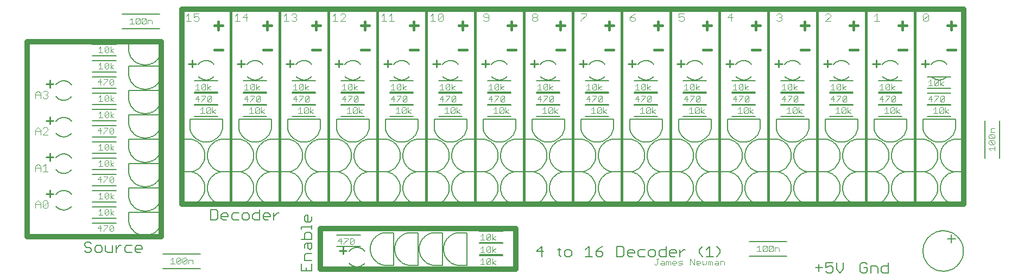
<source format=gto>
G75*
G70*
%OFA0B0*%
%FSLAX24Y24*%
%IPPOS*%
%LPD*%
%AMOC8*
5,1,8,0,0,1.08239X$1,22.5*
%
%ADD10C,0.0060*%
%ADD11C,0.0320*%
%ADD12C,0.0160*%
%ADD13C,0.0040*%
%ADD14C,0.0030*%
%ADD15C,0.0050*%
%ADD16C,0.0100*%
D10*
X004237Y001630D02*
X004130Y001737D01*
X004237Y001630D02*
X004450Y001630D01*
X004557Y001737D01*
X004557Y001844D01*
X004450Y001950D01*
X004237Y001950D01*
X004130Y002057D01*
X004130Y002164D01*
X004237Y002271D01*
X004450Y002271D01*
X004557Y002164D01*
X004775Y001950D02*
X004775Y001737D01*
X004881Y001630D01*
X005095Y001630D01*
X005202Y001737D01*
X005202Y001950D01*
X005095Y002057D01*
X004881Y002057D01*
X004775Y001950D01*
X005419Y002057D02*
X005419Y001737D01*
X005526Y001630D01*
X005846Y001630D01*
X005846Y002057D01*
X006064Y002057D02*
X006064Y001630D01*
X006064Y001844D02*
X006277Y002057D01*
X006384Y002057D01*
X006601Y001950D02*
X006601Y001737D01*
X006708Y001630D01*
X007028Y001630D01*
X007245Y001737D02*
X007352Y001630D01*
X007566Y001630D01*
X007672Y001844D02*
X007245Y001844D01*
X007245Y001950D02*
X007245Y001737D01*
X007245Y001950D02*
X007352Y002057D01*
X007566Y002057D01*
X007672Y001950D01*
X007672Y001844D01*
X007028Y002057D02*
X006708Y002057D01*
X006601Y001950D01*
X006075Y002750D02*
X004625Y002750D01*
X004625Y003450D02*
X006075Y003450D01*
X006075Y003750D02*
X004625Y003750D01*
X004625Y004450D02*
X006075Y004450D01*
X006075Y004750D02*
X004625Y004750D01*
X002850Y004250D02*
X002805Y004252D01*
X002759Y004257D01*
X002715Y004265D01*
X002671Y004277D01*
X002628Y004293D01*
X002586Y004311D01*
X002546Y004333D01*
X002508Y004357D01*
X002472Y004384D01*
X002437Y004414D01*
X002406Y004447D01*
X002376Y004482D01*
X002850Y005450D02*
X002897Y005448D01*
X002945Y005442D01*
X002991Y005433D01*
X003037Y005420D01*
X003081Y005404D01*
X003125Y005383D01*
X003166Y005360D01*
X003205Y005334D01*
X003242Y005304D01*
X003277Y005271D01*
X003309Y005236D01*
X003338Y005199D01*
X002850Y005450D02*
X002804Y005448D01*
X002758Y005443D01*
X002712Y005434D01*
X002667Y005422D01*
X002624Y005406D01*
X002582Y005387D01*
X002541Y005364D01*
X002502Y005339D01*
X002466Y005311D01*
X002431Y005280D01*
X002399Y005246D01*
X002370Y005210D01*
X002850Y004250D02*
X002895Y004252D01*
X002941Y004257D01*
X002985Y004265D01*
X003029Y004277D01*
X003072Y004293D01*
X003114Y004311D01*
X003154Y004333D01*
X003192Y004357D01*
X003228Y004384D01*
X003263Y004414D01*
X003294Y004447D01*
X003324Y004482D01*
X004625Y005450D02*
X006075Y005450D01*
X006075Y005750D02*
X004625Y005750D01*
X004625Y006450D02*
X006075Y006450D01*
X006075Y006750D02*
X004625Y006750D01*
X002850Y006500D02*
X002805Y006502D01*
X002759Y006507D01*
X002715Y006515D01*
X002671Y006527D01*
X002628Y006543D01*
X002586Y006561D01*
X002546Y006583D01*
X002508Y006607D01*
X002472Y006634D01*
X002437Y006664D01*
X002406Y006697D01*
X002376Y006732D01*
X002850Y007700D02*
X002897Y007698D01*
X002945Y007692D01*
X002991Y007683D01*
X003037Y007670D01*
X003081Y007654D01*
X003125Y007633D01*
X003166Y007610D01*
X003205Y007584D01*
X003242Y007554D01*
X003277Y007521D01*
X003309Y007486D01*
X003338Y007449D01*
X002850Y007700D02*
X002804Y007698D01*
X002758Y007693D01*
X002712Y007684D01*
X002667Y007672D01*
X002624Y007656D01*
X002582Y007637D01*
X002541Y007614D01*
X002502Y007589D01*
X002466Y007561D01*
X002431Y007530D01*
X002399Y007496D01*
X002370Y007460D01*
X002850Y006500D02*
X002895Y006502D01*
X002941Y006507D01*
X002985Y006515D01*
X003029Y006527D01*
X003072Y006543D01*
X003114Y006561D01*
X003154Y006583D01*
X003192Y006607D01*
X003228Y006634D01*
X003263Y006664D01*
X003294Y006697D01*
X003324Y006732D01*
X004625Y007450D02*
X006075Y007450D01*
X006075Y007750D02*
X004625Y007750D01*
X004625Y008450D02*
X006075Y008450D01*
X006075Y008750D02*
X004625Y008750D01*
X004625Y009450D02*
X006075Y009450D01*
X006075Y009750D02*
X004625Y009750D01*
X002850Y008750D02*
X002805Y008752D01*
X002759Y008757D01*
X002715Y008765D01*
X002671Y008777D01*
X002628Y008793D01*
X002586Y008811D01*
X002546Y008833D01*
X002508Y008857D01*
X002472Y008884D01*
X002437Y008914D01*
X002406Y008947D01*
X002376Y008982D01*
X002850Y009950D02*
X002897Y009948D01*
X002945Y009942D01*
X002991Y009933D01*
X003037Y009920D01*
X003081Y009904D01*
X003125Y009883D01*
X003166Y009860D01*
X003205Y009834D01*
X003242Y009804D01*
X003277Y009771D01*
X003309Y009736D01*
X003338Y009699D01*
X002850Y009950D02*
X002804Y009948D01*
X002758Y009943D01*
X002712Y009934D01*
X002667Y009922D01*
X002624Y009906D01*
X002582Y009887D01*
X002541Y009864D01*
X002502Y009839D01*
X002466Y009811D01*
X002431Y009780D01*
X002399Y009746D01*
X002370Y009710D01*
X002850Y008750D02*
X002895Y008752D01*
X002941Y008757D01*
X002985Y008765D01*
X003029Y008777D01*
X003072Y008793D01*
X003114Y008811D01*
X003154Y008833D01*
X003192Y008857D01*
X003228Y008884D01*
X003263Y008914D01*
X003294Y008947D01*
X003324Y008982D01*
X004625Y010450D02*
X006075Y010450D01*
X006075Y010750D02*
X004625Y010750D01*
X004625Y011450D02*
X006075Y011450D01*
X006075Y011750D02*
X004625Y011750D01*
X002850Y011000D02*
X002805Y011002D01*
X002759Y011007D01*
X002715Y011015D01*
X002671Y011027D01*
X002628Y011043D01*
X002586Y011061D01*
X002546Y011083D01*
X002508Y011107D01*
X002472Y011134D01*
X002437Y011164D01*
X002406Y011197D01*
X002376Y011232D01*
X002850Y012200D02*
X002897Y012198D01*
X002945Y012192D01*
X002991Y012183D01*
X003037Y012170D01*
X003081Y012154D01*
X003125Y012133D01*
X003166Y012110D01*
X003205Y012084D01*
X003242Y012054D01*
X003277Y012021D01*
X003309Y011986D01*
X003338Y011949D01*
X002850Y012200D02*
X002804Y012198D01*
X002758Y012193D01*
X002712Y012184D01*
X002667Y012172D01*
X002624Y012156D01*
X002582Y012137D01*
X002541Y012114D01*
X002502Y012089D01*
X002466Y012061D01*
X002431Y012030D01*
X002399Y011996D01*
X002370Y011960D01*
X002850Y011000D02*
X002895Y011002D01*
X002941Y011007D01*
X002985Y011015D01*
X003029Y011027D01*
X003072Y011043D01*
X003114Y011061D01*
X003154Y011083D01*
X003192Y011107D01*
X003228Y011134D01*
X003263Y011164D01*
X003294Y011197D01*
X003324Y011232D01*
X004625Y012450D02*
X006075Y012450D01*
X006075Y012750D02*
X004625Y012750D01*
X004625Y013450D02*
X006075Y013450D01*
X006075Y013750D02*
X004625Y013750D01*
X004625Y014450D02*
X006075Y014450D01*
X006450Y015400D02*
X008750Y015400D01*
X008750Y016300D02*
X006450Y016300D01*
X011600Y013450D02*
X011647Y013448D01*
X011695Y013442D01*
X011741Y013433D01*
X011787Y013420D01*
X011831Y013404D01*
X011875Y013383D01*
X011916Y013360D01*
X011955Y013334D01*
X011992Y013304D01*
X012027Y013271D01*
X012059Y013236D01*
X012088Y013199D01*
X011600Y012250D02*
X011555Y012252D01*
X011509Y012257D01*
X011465Y012265D01*
X011421Y012277D01*
X011378Y012293D01*
X011336Y012311D01*
X011296Y012333D01*
X011258Y012357D01*
X011222Y012384D01*
X011187Y012414D01*
X011156Y012447D01*
X011126Y012482D01*
X010875Y012200D02*
X012325Y012200D01*
X013875Y012200D02*
X015325Y012200D01*
X016875Y012200D02*
X018325Y012200D01*
X019875Y012200D02*
X021325Y012200D01*
X022875Y012200D02*
X024325Y012200D01*
X025875Y012200D02*
X027325Y012200D01*
X028875Y012200D02*
X030325Y012200D01*
X031875Y012200D02*
X033325Y012200D01*
X034875Y012200D02*
X036325Y012200D01*
X037875Y012200D02*
X039325Y012200D01*
X040875Y012200D02*
X042325Y012200D01*
X043875Y012200D02*
X045325Y012200D01*
X046875Y012200D02*
X048325Y012200D01*
X049875Y012200D02*
X051325Y012200D01*
X052875Y012200D02*
X054325Y012200D01*
X055875Y012450D02*
X057325Y012450D01*
X056600Y012250D02*
X056555Y012252D01*
X056509Y012257D01*
X056465Y012265D01*
X056421Y012277D01*
X056378Y012293D01*
X056336Y012311D01*
X056296Y012333D01*
X056258Y012357D01*
X056222Y012384D01*
X056187Y012414D01*
X056156Y012447D01*
X056126Y012482D01*
X056600Y013450D02*
X056647Y013448D01*
X056695Y013442D01*
X056741Y013433D01*
X056787Y013420D01*
X056831Y013404D01*
X056875Y013383D01*
X056916Y013360D01*
X056955Y013334D01*
X056992Y013304D01*
X057027Y013271D01*
X057059Y013236D01*
X057088Y013199D01*
X056600Y013450D02*
X056554Y013448D01*
X056508Y013443D01*
X056462Y013434D01*
X056417Y013422D01*
X056374Y013406D01*
X056332Y013387D01*
X056291Y013364D01*
X056252Y013339D01*
X056216Y013311D01*
X056181Y013280D01*
X056149Y013246D01*
X056120Y013210D01*
X056600Y012250D02*
X056645Y012252D01*
X056691Y012257D01*
X056735Y012265D01*
X056779Y012277D01*
X056822Y012293D01*
X056864Y012311D01*
X056904Y012333D01*
X056942Y012357D01*
X056978Y012384D01*
X057013Y012414D01*
X057044Y012447D01*
X057074Y012482D01*
X057325Y011750D02*
X055875Y011750D01*
X055875Y011450D02*
X057325Y011450D01*
X057325Y010750D02*
X055875Y010750D01*
X055875Y010700D02*
X057325Y010700D01*
X057325Y010000D02*
X055875Y010000D01*
X054325Y010000D02*
X052875Y010000D01*
X051325Y010000D02*
X049875Y010000D01*
X048325Y010000D02*
X046875Y010000D01*
X045325Y010000D02*
X043875Y010000D01*
X042325Y010000D02*
X040875Y010000D01*
X039325Y010000D02*
X037875Y010000D01*
X036325Y010000D02*
X034875Y010000D01*
X033325Y010000D02*
X031875Y010000D01*
X030325Y010000D02*
X028875Y010000D01*
X027325Y010000D02*
X025875Y010000D01*
X024325Y010000D02*
X022875Y010000D01*
X021325Y010000D02*
X019875Y010000D01*
X018325Y010000D02*
X016875Y010000D01*
X015325Y010000D02*
X013875Y010000D01*
X012325Y010000D02*
X010875Y010000D01*
X010875Y010700D02*
X012325Y010700D01*
X012325Y010750D02*
X010875Y010750D01*
X010875Y011450D02*
X012325Y011450D01*
X012325Y011500D02*
X010875Y011500D01*
X013875Y011500D02*
X015325Y011500D01*
X015325Y011450D02*
X013875Y011450D01*
X013875Y010750D02*
X015325Y010750D01*
X015325Y010700D02*
X013875Y010700D01*
X016875Y010700D02*
X018325Y010700D01*
X018325Y010750D02*
X016875Y010750D01*
X016875Y011450D02*
X018325Y011450D01*
X018325Y011500D02*
X016875Y011500D01*
X019875Y011500D02*
X021325Y011500D01*
X021325Y011450D02*
X019875Y011450D01*
X019875Y010750D02*
X021325Y010750D01*
X021325Y010700D02*
X019875Y010700D01*
X022875Y010700D02*
X024325Y010700D01*
X024325Y010750D02*
X022875Y010750D01*
X022875Y011450D02*
X024325Y011450D01*
X024325Y011500D02*
X022875Y011500D01*
X025875Y011500D02*
X027325Y011500D01*
X027325Y011450D02*
X025875Y011450D01*
X025875Y010750D02*
X027325Y010750D01*
X027325Y010700D02*
X025875Y010700D01*
X028875Y010700D02*
X030325Y010700D01*
X030325Y010750D02*
X028875Y010750D01*
X028875Y011450D02*
X030325Y011450D01*
X030325Y011500D02*
X028875Y011500D01*
X031875Y011500D02*
X033325Y011500D01*
X033325Y011450D02*
X031875Y011450D01*
X031875Y010750D02*
X033325Y010750D01*
X033325Y010700D02*
X031875Y010700D01*
X034875Y010700D02*
X036325Y010700D01*
X036325Y010750D02*
X034875Y010750D01*
X034875Y011450D02*
X036325Y011450D01*
X036325Y011500D02*
X034875Y011500D01*
X037875Y011500D02*
X039325Y011500D01*
X039325Y011450D02*
X037875Y011450D01*
X037875Y010750D02*
X039325Y010750D01*
X039325Y010700D02*
X037875Y010700D01*
X040875Y010700D02*
X042325Y010700D01*
X042325Y010750D02*
X040875Y010750D01*
X040875Y011450D02*
X042325Y011450D01*
X042325Y011500D02*
X040875Y011500D01*
X043875Y011500D02*
X045325Y011500D01*
X045325Y011450D02*
X043875Y011450D01*
X043875Y010750D02*
X045325Y010750D01*
X045325Y010700D02*
X043875Y010700D01*
X046875Y010700D02*
X048325Y010700D01*
X048325Y010750D02*
X046875Y010750D01*
X046875Y011450D02*
X048325Y011450D01*
X048325Y011500D02*
X046875Y011500D01*
X049875Y011500D02*
X051325Y011500D01*
X051325Y011450D02*
X049875Y011450D01*
X049875Y010750D02*
X051325Y010750D01*
X051325Y010700D02*
X049875Y010700D01*
X052875Y010700D02*
X054325Y010700D01*
X054325Y010750D02*
X052875Y010750D01*
X052875Y011450D02*
X054325Y011450D01*
X054325Y011500D02*
X052875Y011500D01*
X053600Y013450D02*
X053647Y013448D01*
X053695Y013442D01*
X053741Y013433D01*
X053787Y013420D01*
X053831Y013404D01*
X053875Y013383D01*
X053916Y013360D01*
X053955Y013334D01*
X053992Y013304D01*
X054027Y013271D01*
X054059Y013236D01*
X054088Y013199D01*
X053600Y012250D02*
X053555Y012252D01*
X053509Y012257D01*
X053465Y012265D01*
X053421Y012277D01*
X053378Y012293D01*
X053336Y012311D01*
X053296Y012333D01*
X053258Y012357D01*
X053222Y012384D01*
X053187Y012414D01*
X053156Y012447D01*
X053126Y012482D01*
X053600Y012250D02*
X053645Y012252D01*
X053691Y012257D01*
X053735Y012265D01*
X053779Y012277D01*
X053822Y012293D01*
X053864Y012311D01*
X053904Y012333D01*
X053942Y012357D01*
X053978Y012384D01*
X054013Y012414D01*
X054044Y012447D01*
X054074Y012482D01*
X053600Y013450D02*
X053554Y013448D01*
X053508Y013443D01*
X053462Y013434D01*
X053417Y013422D01*
X053374Y013406D01*
X053332Y013387D01*
X053291Y013364D01*
X053252Y013339D01*
X053216Y013311D01*
X053181Y013280D01*
X053149Y013246D01*
X053120Y013210D01*
X050600Y012250D02*
X050555Y012252D01*
X050509Y012257D01*
X050465Y012265D01*
X050421Y012277D01*
X050378Y012293D01*
X050336Y012311D01*
X050296Y012333D01*
X050258Y012357D01*
X050222Y012384D01*
X050187Y012414D01*
X050156Y012447D01*
X050126Y012482D01*
X050600Y013450D02*
X050647Y013448D01*
X050695Y013442D01*
X050741Y013433D01*
X050787Y013420D01*
X050831Y013404D01*
X050875Y013383D01*
X050916Y013360D01*
X050955Y013334D01*
X050992Y013304D01*
X051027Y013271D01*
X051059Y013236D01*
X051088Y013199D01*
X050600Y013450D02*
X050554Y013448D01*
X050508Y013443D01*
X050462Y013434D01*
X050417Y013422D01*
X050374Y013406D01*
X050332Y013387D01*
X050291Y013364D01*
X050252Y013339D01*
X050216Y013311D01*
X050181Y013280D01*
X050149Y013246D01*
X050120Y013210D01*
X050600Y012250D02*
X050645Y012252D01*
X050691Y012257D01*
X050735Y012265D01*
X050779Y012277D01*
X050822Y012293D01*
X050864Y012311D01*
X050904Y012333D01*
X050942Y012357D01*
X050978Y012384D01*
X051013Y012414D01*
X051044Y012447D01*
X051074Y012482D01*
X047600Y012250D02*
X047555Y012252D01*
X047509Y012257D01*
X047465Y012265D01*
X047421Y012277D01*
X047378Y012293D01*
X047336Y012311D01*
X047296Y012333D01*
X047258Y012357D01*
X047222Y012384D01*
X047187Y012414D01*
X047156Y012447D01*
X047126Y012482D01*
X047600Y013450D02*
X047647Y013448D01*
X047695Y013442D01*
X047741Y013433D01*
X047787Y013420D01*
X047831Y013404D01*
X047875Y013383D01*
X047916Y013360D01*
X047955Y013334D01*
X047992Y013304D01*
X048027Y013271D01*
X048059Y013236D01*
X048088Y013199D01*
X047600Y013450D02*
X047554Y013448D01*
X047508Y013443D01*
X047462Y013434D01*
X047417Y013422D01*
X047374Y013406D01*
X047332Y013387D01*
X047291Y013364D01*
X047252Y013339D01*
X047216Y013311D01*
X047181Y013280D01*
X047149Y013246D01*
X047120Y013210D01*
X047600Y012250D02*
X047645Y012252D01*
X047691Y012257D01*
X047735Y012265D01*
X047779Y012277D01*
X047822Y012293D01*
X047864Y012311D01*
X047904Y012333D01*
X047942Y012357D01*
X047978Y012384D01*
X048013Y012414D01*
X048044Y012447D01*
X048074Y012482D01*
X044600Y012250D02*
X044555Y012252D01*
X044509Y012257D01*
X044465Y012265D01*
X044421Y012277D01*
X044378Y012293D01*
X044336Y012311D01*
X044296Y012333D01*
X044258Y012357D01*
X044222Y012384D01*
X044187Y012414D01*
X044156Y012447D01*
X044126Y012482D01*
X044600Y013450D02*
X044647Y013448D01*
X044695Y013442D01*
X044741Y013433D01*
X044787Y013420D01*
X044831Y013404D01*
X044875Y013383D01*
X044916Y013360D01*
X044955Y013334D01*
X044992Y013304D01*
X045027Y013271D01*
X045059Y013236D01*
X045088Y013199D01*
X044600Y013450D02*
X044554Y013448D01*
X044508Y013443D01*
X044462Y013434D01*
X044417Y013422D01*
X044374Y013406D01*
X044332Y013387D01*
X044291Y013364D01*
X044252Y013339D01*
X044216Y013311D01*
X044181Y013280D01*
X044149Y013246D01*
X044120Y013210D01*
X044600Y012250D02*
X044645Y012252D01*
X044691Y012257D01*
X044735Y012265D01*
X044779Y012277D01*
X044822Y012293D01*
X044864Y012311D01*
X044904Y012333D01*
X044942Y012357D01*
X044978Y012384D01*
X045013Y012414D01*
X045044Y012447D01*
X045074Y012482D01*
X041600Y012250D02*
X041555Y012252D01*
X041509Y012257D01*
X041465Y012265D01*
X041421Y012277D01*
X041378Y012293D01*
X041336Y012311D01*
X041296Y012333D01*
X041258Y012357D01*
X041222Y012384D01*
X041187Y012414D01*
X041156Y012447D01*
X041126Y012482D01*
X041600Y013450D02*
X041647Y013448D01*
X041695Y013442D01*
X041741Y013433D01*
X041787Y013420D01*
X041831Y013404D01*
X041875Y013383D01*
X041916Y013360D01*
X041955Y013334D01*
X041992Y013304D01*
X042027Y013271D01*
X042059Y013236D01*
X042088Y013199D01*
X041600Y013450D02*
X041554Y013448D01*
X041508Y013443D01*
X041462Y013434D01*
X041417Y013422D01*
X041374Y013406D01*
X041332Y013387D01*
X041291Y013364D01*
X041252Y013339D01*
X041216Y013311D01*
X041181Y013280D01*
X041149Y013246D01*
X041120Y013210D01*
X041600Y012250D02*
X041645Y012252D01*
X041691Y012257D01*
X041735Y012265D01*
X041779Y012277D01*
X041822Y012293D01*
X041864Y012311D01*
X041904Y012333D01*
X041942Y012357D01*
X041978Y012384D01*
X042013Y012414D01*
X042044Y012447D01*
X042074Y012482D01*
X038600Y012250D02*
X038555Y012252D01*
X038509Y012257D01*
X038465Y012265D01*
X038421Y012277D01*
X038378Y012293D01*
X038336Y012311D01*
X038296Y012333D01*
X038258Y012357D01*
X038222Y012384D01*
X038187Y012414D01*
X038156Y012447D01*
X038126Y012482D01*
X038600Y013450D02*
X038647Y013448D01*
X038695Y013442D01*
X038741Y013433D01*
X038787Y013420D01*
X038831Y013404D01*
X038875Y013383D01*
X038916Y013360D01*
X038955Y013334D01*
X038992Y013304D01*
X039027Y013271D01*
X039059Y013236D01*
X039088Y013199D01*
X038600Y013450D02*
X038554Y013448D01*
X038508Y013443D01*
X038462Y013434D01*
X038417Y013422D01*
X038374Y013406D01*
X038332Y013387D01*
X038291Y013364D01*
X038252Y013339D01*
X038216Y013311D01*
X038181Y013280D01*
X038149Y013246D01*
X038120Y013210D01*
X038600Y012250D02*
X038645Y012252D01*
X038691Y012257D01*
X038735Y012265D01*
X038779Y012277D01*
X038822Y012293D01*
X038864Y012311D01*
X038904Y012333D01*
X038942Y012357D01*
X038978Y012384D01*
X039013Y012414D01*
X039044Y012447D01*
X039074Y012482D01*
X035600Y012250D02*
X035555Y012252D01*
X035509Y012257D01*
X035465Y012265D01*
X035421Y012277D01*
X035378Y012293D01*
X035336Y012311D01*
X035296Y012333D01*
X035258Y012357D01*
X035222Y012384D01*
X035187Y012414D01*
X035156Y012447D01*
X035126Y012482D01*
X035600Y013450D02*
X035647Y013448D01*
X035695Y013442D01*
X035741Y013433D01*
X035787Y013420D01*
X035831Y013404D01*
X035875Y013383D01*
X035916Y013360D01*
X035955Y013334D01*
X035992Y013304D01*
X036027Y013271D01*
X036059Y013236D01*
X036088Y013199D01*
X035600Y013450D02*
X035554Y013448D01*
X035508Y013443D01*
X035462Y013434D01*
X035417Y013422D01*
X035374Y013406D01*
X035332Y013387D01*
X035291Y013364D01*
X035252Y013339D01*
X035216Y013311D01*
X035181Y013280D01*
X035149Y013246D01*
X035120Y013210D01*
X035600Y012250D02*
X035645Y012252D01*
X035691Y012257D01*
X035735Y012265D01*
X035779Y012277D01*
X035822Y012293D01*
X035864Y012311D01*
X035904Y012333D01*
X035942Y012357D01*
X035978Y012384D01*
X036013Y012414D01*
X036044Y012447D01*
X036074Y012482D01*
X032600Y012250D02*
X032555Y012252D01*
X032509Y012257D01*
X032465Y012265D01*
X032421Y012277D01*
X032378Y012293D01*
X032336Y012311D01*
X032296Y012333D01*
X032258Y012357D01*
X032222Y012384D01*
X032187Y012414D01*
X032156Y012447D01*
X032126Y012482D01*
X032600Y013450D02*
X032647Y013448D01*
X032695Y013442D01*
X032741Y013433D01*
X032787Y013420D01*
X032831Y013404D01*
X032875Y013383D01*
X032916Y013360D01*
X032955Y013334D01*
X032992Y013304D01*
X033027Y013271D01*
X033059Y013236D01*
X033088Y013199D01*
X032600Y013450D02*
X032554Y013448D01*
X032508Y013443D01*
X032462Y013434D01*
X032417Y013422D01*
X032374Y013406D01*
X032332Y013387D01*
X032291Y013364D01*
X032252Y013339D01*
X032216Y013311D01*
X032181Y013280D01*
X032149Y013246D01*
X032120Y013210D01*
X032600Y012250D02*
X032645Y012252D01*
X032691Y012257D01*
X032735Y012265D01*
X032779Y012277D01*
X032822Y012293D01*
X032864Y012311D01*
X032904Y012333D01*
X032942Y012357D01*
X032978Y012384D01*
X033013Y012414D01*
X033044Y012447D01*
X033074Y012482D01*
X029600Y012250D02*
X029555Y012252D01*
X029509Y012257D01*
X029465Y012265D01*
X029421Y012277D01*
X029378Y012293D01*
X029336Y012311D01*
X029296Y012333D01*
X029258Y012357D01*
X029222Y012384D01*
X029187Y012414D01*
X029156Y012447D01*
X029126Y012482D01*
X029600Y013450D02*
X029647Y013448D01*
X029695Y013442D01*
X029741Y013433D01*
X029787Y013420D01*
X029831Y013404D01*
X029875Y013383D01*
X029916Y013360D01*
X029955Y013334D01*
X029992Y013304D01*
X030027Y013271D01*
X030059Y013236D01*
X030088Y013199D01*
X029600Y013450D02*
X029554Y013448D01*
X029508Y013443D01*
X029462Y013434D01*
X029417Y013422D01*
X029374Y013406D01*
X029332Y013387D01*
X029291Y013364D01*
X029252Y013339D01*
X029216Y013311D01*
X029181Y013280D01*
X029149Y013246D01*
X029120Y013210D01*
X029600Y012250D02*
X029645Y012252D01*
X029691Y012257D01*
X029735Y012265D01*
X029779Y012277D01*
X029822Y012293D01*
X029864Y012311D01*
X029904Y012333D01*
X029942Y012357D01*
X029978Y012384D01*
X030013Y012414D01*
X030044Y012447D01*
X030074Y012482D01*
X026600Y012250D02*
X026555Y012252D01*
X026509Y012257D01*
X026465Y012265D01*
X026421Y012277D01*
X026378Y012293D01*
X026336Y012311D01*
X026296Y012333D01*
X026258Y012357D01*
X026222Y012384D01*
X026187Y012414D01*
X026156Y012447D01*
X026126Y012482D01*
X026600Y013450D02*
X026647Y013448D01*
X026695Y013442D01*
X026741Y013433D01*
X026787Y013420D01*
X026831Y013404D01*
X026875Y013383D01*
X026916Y013360D01*
X026955Y013334D01*
X026992Y013304D01*
X027027Y013271D01*
X027059Y013236D01*
X027088Y013199D01*
X026600Y013450D02*
X026554Y013448D01*
X026508Y013443D01*
X026462Y013434D01*
X026417Y013422D01*
X026374Y013406D01*
X026332Y013387D01*
X026291Y013364D01*
X026252Y013339D01*
X026216Y013311D01*
X026181Y013280D01*
X026149Y013246D01*
X026120Y013210D01*
X026600Y012250D02*
X026645Y012252D01*
X026691Y012257D01*
X026735Y012265D01*
X026779Y012277D01*
X026822Y012293D01*
X026864Y012311D01*
X026904Y012333D01*
X026942Y012357D01*
X026978Y012384D01*
X027013Y012414D01*
X027044Y012447D01*
X027074Y012482D01*
X023600Y012250D02*
X023555Y012252D01*
X023509Y012257D01*
X023465Y012265D01*
X023421Y012277D01*
X023378Y012293D01*
X023336Y012311D01*
X023296Y012333D01*
X023258Y012357D01*
X023222Y012384D01*
X023187Y012414D01*
X023156Y012447D01*
X023126Y012482D01*
X023600Y013450D02*
X023647Y013448D01*
X023695Y013442D01*
X023741Y013433D01*
X023787Y013420D01*
X023831Y013404D01*
X023875Y013383D01*
X023916Y013360D01*
X023955Y013334D01*
X023992Y013304D01*
X024027Y013271D01*
X024059Y013236D01*
X024088Y013199D01*
X023600Y013450D02*
X023554Y013448D01*
X023508Y013443D01*
X023462Y013434D01*
X023417Y013422D01*
X023374Y013406D01*
X023332Y013387D01*
X023291Y013364D01*
X023252Y013339D01*
X023216Y013311D01*
X023181Y013280D01*
X023149Y013246D01*
X023120Y013210D01*
X023600Y012250D02*
X023645Y012252D01*
X023691Y012257D01*
X023735Y012265D01*
X023779Y012277D01*
X023822Y012293D01*
X023864Y012311D01*
X023904Y012333D01*
X023942Y012357D01*
X023978Y012384D01*
X024013Y012414D01*
X024044Y012447D01*
X024074Y012482D01*
X020600Y012250D02*
X020555Y012252D01*
X020509Y012257D01*
X020465Y012265D01*
X020421Y012277D01*
X020378Y012293D01*
X020336Y012311D01*
X020296Y012333D01*
X020258Y012357D01*
X020222Y012384D01*
X020187Y012414D01*
X020156Y012447D01*
X020126Y012482D01*
X020600Y013450D02*
X020647Y013448D01*
X020695Y013442D01*
X020741Y013433D01*
X020787Y013420D01*
X020831Y013404D01*
X020875Y013383D01*
X020916Y013360D01*
X020955Y013334D01*
X020992Y013304D01*
X021027Y013271D01*
X021059Y013236D01*
X021088Y013199D01*
X020600Y013450D02*
X020554Y013448D01*
X020508Y013443D01*
X020462Y013434D01*
X020417Y013422D01*
X020374Y013406D01*
X020332Y013387D01*
X020291Y013364D01*
X020252Y013339D01*
X020216Y013311D01*
X020181Y013280D01*
X020149Y013246D01*
X020120Y013210D01*
X020600Y012250D02*
X020645Y012252D01*
X020691Y012257D01*
X020735Y012265D01*
X020779Y012277D01*
X020822Y012293D01*
X020864Y012311D01*
X020904Y012333D01*
X020942Y012357D01*
X020978Y012384D01*
X021013Y012414D01*
X021044Y012447D01*
X021074Y012482D01*
X017600Y012250D02*
X017555Y012252D01*
X017509Y012257D01*
X017465Y012265D01*
X017421Y012277D01*
X017378Y012293D01*
X017336Y012311D01*
X017296Y012333D01*
X017258Y012357D01*
X017222Y012384D01*
X017187Y012414D01*
X017156Y012447D01*
X017126Y012482D01*
X017600Y013450D02*
X017647Y013448D01*
X017695Y013442D01*
X017741Y013433D01*
X017787Y013420D01*
X017831Y013404D01*
X017875Y013383D01*
X017916Y013360D01*
X017955Y013334D01*
X017992Y013304D01*
X018027Y013271D01*
X018059Y013236D01*
X018088Y013199D01*
X017600Y013450D02*
X017554Y013448D01*
X017508Y013443D01*
X017462Y013434D01*
X017417Y013422D01*
X017374Y013406D01*
X017332Y013387D01*
X017291Y013364D01*
X017252Y013339D01*
X017216Y013311D01*
X017181Y013280D01*
X017149Y013246D01*
X017120Y013210D01*
X017600Y012250D02*
X017645Y012252D01*
X017691Y012257D01*
X017735Y012265D01*
X017779Y012277D01*
X017822Y012293D01*
X017864Y012311D01*
X017904Y012333D01*
X017942Y012357D01*
X017978Y012384D01*
X018013Y012414D01*
X018044Y012447D01*
X018074Y012482D01*
X014600Y012250D02*
X014555Y012252D01*
X014509Y012257D01*
X014465Y012265D01*
X014421Y012277D01*
X014378Y012293D01*
X014336Y012311D01*
X014296Y012333D01*
X014258Y012357D01*
X014222Y012384D01*
X014187Y012414D01*
X014156Y012447D01*
X014126Y012482D01*
X014600Y013450D02*
X014647Y013448D01*
X014695Y013442D01*
X014741Y013433D01*
X014787Y013420D01*
X014831Y013404D01*
X014875Y013383D01*
X014916Y013360D01*
X014955Y013334D01*
X014992Y013304D01*
X015027Y013271D01*
X015059Y013236D01*
X015088Y013199D01*
X014600Y013450D02*
X014554Y013448D01*
X014508Y013443D01*
X014462Y013434D01*
X014417Y013422D01*
X014374Y013406D01*
X014332Y013387D01*
X014291Y013364D01*
X014252Y013339D01*
X014216Y013311D01*
X014181Y013280D01*
X014149Y013246D01*
X014120Y013210D01*
X014600Y012250D02*
X014645Y012252D01*
X014691Y012257D01*
X014735Y012265D01*
X014779Y012277D01*
X014822Y012293D01*
X014864Y012311D01*
X014904Y012333D01*
X014942Y012357D01*
X014978Y012384D01*
X015013Y012414D01*
X015044Y012447D01*
X015074Y012482D01*
X011600Y013450D02*
X011554Y013448D01*
X011508Y013443D01*
X011462Y013434D01*
X011417Y013422D01*
X011374Y013406D01*
X011332Y013387D01*
X011291Y013364D01*
X011252Y013339D01*
X011216Y013311D01*
X011181Y013280D01*
X011149Y013246D01*
X011120Y013210D01*
X011600Y012250D02*
X011645Y012252D01*
X011691Y012257D01*
X011735Y012265D01*
X011779Y012277D01*
X011822Y012293D01*
X011864Y012311D01*
X011904Y012333D01*
X011942Y012357D01*
X011978Y012384D01*
X012013Y012414D01*
X012044Y012447D01*
X012074Y012482D01*
X012200Y004271D02*
X011880Y004271D01*
X011880Y003630D01*
X012200Y003630D01*
X012307Y003737D01*
X012307Y004164D01*
X012200Y004271D01*
X012525Y003950D02*
X012631Y004057D01*
X012845Y004057D01*
X012952Y003950D01*
X012952Y003844D01*
X012525Y003844D01*
X012525Y003950D02*
X012525Y003737D01*
X012631Y003630D01*
X012845Y003630D01*
X013169Y003737D02*
X013169Y003950D01*
X013276Y004057D01*
X013596Y004057D01*
X013814Y003950D02*
X013920Y004057D01*
X014134Y004057D01*
X014241Y003950D01*
X014241Y003737D01*
X014134Y003630D01*
X013920Y003630D01*
X013814Y003737D01*
X013814Y003950D01*
X013596Y003630D02*
X013276Y003630D01*
X013169Y003737D01*
X014458Y003737D02*
X014458Y003950D01*
X014565Y004057D01*
X014885Y004057D01*
X014885Y004271D02*
X014885Y003630D01*
X014565Y003630D01*
X014458Y003737D01*
X015103Y003737D02*
X015103Y003950D01*
X015210Y004057D01*
X015423Y004057D01*
X015530Y003950D01*
X015530Y003844D01*
X015103Y003844D01*
X015103Y003737D02*
X015210Y003630D01*
X015423Y003630D01*
X015747Y003630D02*
X015747Y004057D01*
X015747Y003844D02*
X015961Y004057D01*
X016068Y004057D01*
X017643Y003833D02*
X017643Y003620D01*
X017750Y003513D01*
X017963Y003513D01*
X018070Y003620D01*
X018070Y003833D01*
X017856Y003940D02*
X017856Y003513D01*
X018070Y003297D02*
X018070Y003083D01*
X018070Y003190D02*
X017429Y003190D01*
X017429Y003083D01*
X017750Y002866D02*
X017643Y002759D01*
X017643Y002439D01*
X017429Y002439D02*
X018070Y002439D01*
X018070Y002759D01*
X017963Y002866D01*
X017750Y002866D01*
X019625Y002700D02*
X021075Y002700D01*
X021075Y002000D02*
X019625Y002000D01*
X018070Y001901D02*
X017963Y001794D01*
X017856Y001901D01*
X017856Y002221D01*
X017750Y002221D02*
X018070Y002221D01*
X018070Y001901D01*
X017643Y001901D02*
X017643Y002114D01*
X017750Y002221D01*
X017750Y001577D02*
X018070Y001577D01*
X017750Y001577D02*
X017643Y001470D01*
X017643Y001150D01*
X018070Y001150D01*
X018070Y000932D02*
X018070Y000505D01*
X017429Y000505D01*
X017429Y000932D01*
X017750Y000719D02*
X017750Y000505D01*
X020850Y001950D02*
X020897Y001948D01*
X020945Y001942D01*
X020991Y001933D01*
X021037Y001920D01*
X021081Y001904D01*
X021125Y001883D01*
X021166Y001860D01*
X021205Y001834D01*
X021242Y001804D01*
X021277Y001771D01*
X021309Y001736D01*
X021338Y001699D01*
X020850Y000750D02*
X020805Y000752D01*
X020759Y000757D01*
X020715Y000765D01*
X020671Y000777D01*
X020628Y000793D01*
X020586Y000811D01*
X020546Y000833D01*
X020508Y000857D01*
X020472Y000884D01*
X020437Y000914D01*
X020406Y000947D01*
X020376Y000982D01*
X020850Y000750D02*
X020895Y000752D01*
X020941Y000757D01*
X020985Y000765D01*
X021029Y000777D01*
X021072Y000793D01*
X021114Y000811D01*
X021154Y000833D01*
X021192Y000857D01*
X021228Y000884D01*
X021263Y000914D01*
X021294Y000947D01*
X021324Y000982D01*
X020850Y001950D02*
X020804Y001948D01*
X020758Y001943D01*
X020712Y001934D01*
X020667Y001922D01*
X020624Y001906D01*
X020582Y001887D01*
X020541Y001864D01*
X020502Y001839D01*
X020466Y001811D01*
X020431Y001780D01*
X020399Y001746D01*
X020370Y001710D01*
X017856Y003940D02*
X017750Y003940D01*
X017643Y003833D01*
X011250Y001550D02*
X008950Y001550D01*
X008950Y000650D02*
X011250Y000650D01*
X028375Y000750D02*
X029825Y000750D01*
X029825Y001450D02*
X028375Y001450D01*
X028375Y001500D02*
X029825Y001500D01*
X031880Y001700D02*
X032307Y001700D01*
X032200Y001380D02*
X032200Y002021D01*
X031880Y001700D01*
X033169Y001807D02*
X033383Y001807D01*
X033276Y001914D02*
X033276Y001487D01*
X033383Y001380D01*
X033599Y001487D02*
X033706Y001380D01*
X033919Y001380D01*
X034026Y001487D01*
X034026Y001700D01*
X033919Y001807D01*
X033706Y001807D01*
X033599Y001700D01*
X033599Y001487D01*
X034888Y001380D02*
X035315Y001380D01*
X035101Y001380D02*
X035101Y002021D01*
X034888Y001807D01*
X035532Y001700D02*
X035853Y001700D01*
X035959Y001594D01*
X035959Y001487D01*
X035853Y001380D01*
X035639Y001380D01*
X035532Y001487D01*
X035532Y001700D01*
X035746Y001914D01*
X035959Y002021D01*
X036822Y002021D02*
X037142Y002021D01*
X037249Y001914D01*
X037249Y001487D01*
X037142Y001380D01*
X036822Y001380D01*
X036822Y002021D01*
X037466Y001700D02*
X037573Y001807D01*
X037786Y001807D01*
X037893Y001700D01*
X037893Y001594D01*
X037466Y001594D01*
X037466Y001700D02*
X037466Y001487D01*
X037573Y001380D01*
X037786Y001380D01*
X038111Y001487D02*
X038217Y001380D01*
X038538Y001380D01*
X038755Y001487D02*
X038862Y001380D01*
X039075Y001380D01*
X039182Y001487D01*
X039182Y001700D01*
X039075Y001807D01*
X038862Y001807D01*
X038755Y001700D01*
X038755Y001487D01*
X038217Y001807D02*
X038111Y001700D01*
X038111Y001487D01*
X038217Y001807D02*
X038538Y001807D01*
X039400Y001700D02*
X039507Y001807D01*
X039827Y001807D01*
X039827Y002021D02*
X039827Y001380D01*
X039507Y001380D01*
X039400Y001487D01*
X039400Y001700D01*
X040044Y001700D02*
X040044Y001487D01*
X040151Y001380D01*
X040365Y001380D01*
X040471Y001594D02*
X040044Y001594D01*
X040044Y001700D02*
X040151Y001807D01*
X040365Y001807D01*
X040471Y001700D01*
X040471Y001594D01*
X040689Y001594D02*
X040902Y001807D01*
X041009Y001807D01*
X040689Y001807D02*
X040689Y001380D01*
X041871Y001594D02*
X041871Y001807D01*
X042084Y002021D01*
X042300Y001807D02*
X042514Y002021D01*
X042514Y001380D01*
X042727Y001380D02*
X042300Y001380D01*
X042084Y001380D02*
X041871Y001594D01*
X042945Y001380D02*
X043158Y001594D01*
X043158Y001807D01*
X042945Y002021D01*
X044950Y002300D02*
X047250Y002300D01*
X047250Y001400D02*
X044950Y001400D01*
X049005Y000700D02*
X049432Y000700D01*
X049650Y000700D02*
X049863Y000807D01*
X049970Y000807D01*
X050077Y000700D01*
X050077Y000487D01*
X049970Y000380D01*
X049756Y000380D01*
X049650Y000487D01*
X049219Y000487D02*
X049219Y000914D01*
X049650Y001021D02*
X049650Y000700D01*
X049650Y001021D02*
X050077Y001021D01*
X050294Y001021D02*
X050294Y000594D01*
X050508Y000380D01*
X050721Y000594D01*
X050721Y001021D01*
X051755Y000914D02*
X051755Y000487D01*
X051862Y000380D01*
X052075Y000380D01*
X052182Y000487D01*
X052182Y000700D01*
X051969Y000700D01*
X052182Y000914D02*
X052075Y001021D01*
X051862Y001021D01*
X051755Y000914D01*
X052400Y000807D02*
X052720Y000807D01*
X052827Y000700D01*
X052827Y000380D01*
X053044Y000487D02*
X053044Y000700D01*
X053151Y000807D01*
X053471Y000807D01*
X053471Y001021D02*
X053471Y000380D01*
X053151Y000380D01*
X053044Y000487D01*
X052400Y000380D02*
X052400Y000807D01*
X029825Y002200D02*
X028375Y002200D01*
X028375Y002250D02*
X029825Y002250D01*
X029825Y002950D02*
X028375Y002950D01*
X059400Y007450D02*
X059400Y009750D01*
X060300Y009750D02*
X060300Y007450D01*
D11*
X058100Y004600D02*
X055100Y004600D01*
X052100Y004600D01*
X049100Y004600D01*
X046100Y004600D01*
X043100Y004600D01*
X040100Y004600D01*
X037100Y004600D01*
X034100Y004600D01*
X031100Y004600D01*
X028100Y004600D01*
X025100Y004600D01*
X022100Y004600D01*
X019100Y004600D01*
X016100Y004600D01*
X013100Y004600D01*
X010100Y004600D01*
X010100Y016600D01*
X013100Y016600D01*
X016100Y016600D01*
X019100Y016600D01*
X022100Y016600D01*
X025100Y016600D01*
X028100Y016600D01*
X031100Y016600D01*
X034100Y016600D01*
X037100Y016600D01*
X040100Y016600D01*
X043100Y016600D01*
X046100Y016600D01*
X049100Y016600D01*
X052100Y016600D01*
X055100Y016600D01*
X058100Y016600D01*
X058100Y004600D01*
X030600Y003100D02*
X030600Y000600D01*
X018600Y000600D01*
X018600Y003100D01*
X030600Y003100D01*
X008850Y002600D02*
X000600Y002600D01*
X000600Y014600D01*
X008850Y014600D01*
X008850Y002600D01*
D12*
X013100Y004600D02*
X013100Y016600D01*
X012350Y015850D02*
X012350Y015350D01*
X012100Y015600D02*
X012600Y015600D01*
X015100Y015600D02*
X015600Y015600D01*
X015350Y015850D02*
X015350Y015350D01*
X018100Y015600D02*
X018600Y015600D01*
X018350Y015850D02*
X018350Y015350D01*
X021100Y015600D02*
X021600Y015600D01*
X021350Y015850D02*
X021350Y015350D01*
X024100Y015600D02*
X024600Y015600D01*
X024350Y015850D02*
X024350Y015350D01*
X027100Y015600D02*
X027600Y015600D01*
X027350Y015850D02*
X027350Y015350D01*
X030100Y015600D02*
X030600Y015600D01*
X030350Y015850D02*
X030350Y015350D01*
X033100Y015600D02*
X033600Y015600D01*
X033350Y015850D02*
X033350Y015350D01*
X036100Y015600D02*
X036600Y015600D01*
X036350Y015850D02*
X036350Y015350D01*
X039100Y015600D02*
X039600Y015600D01*
X039350Y015850D02*
X039350Y015350D01*
X042100Y015600D02*
X042600Y015600D01*
X042350Y015850D02*
X042350Y015350D01*
X045100Y015600D02*
X045600Y015600D01*
X045350Y015850D02*
X045350Y015350D01*
X048100Y015600D02*
X048600Y015600D01*
X048350Y015850D02*
X048350Y015350D01*
X051100Y015600D02*
X051600Y015600D01*
X051350Y015850D02*
X051350Y015350D01*
X054100Y015600D02*
X054600Y015600D01*
X054350Y015850D02*
X054350Y015350D01*
X057100Y015600D02*
X057600Y015600D01*
X057350Y015850D02*
X057350Y015350D01*
X055100Y016600D02*
X055100Y004600D01*
X052100Y004600D02*
X052100Y016600D01*
X049100Y016600D02*
X049100Y004600D01*
X046100Y004600D02*
X046100Y016600D01*
X043100Y016600D02*
X043100Y004600D01*
X040100Y004600D02*
X040100Y016600D01*
X037100Y016600D02*
X037100Y004600D01*
X034100Y004600D02*
X034100Y016600D01*
X031100Y016600D02*
X031100Y004600D01*
X028100Y004600D02*
X028100Y016600D01*
X025100Y016600D02*
X025100Y004600D01*
X022100Y004600D02*
X022100Y016600D01*
X019100Y016600D02*
X019100Y004600D01*
X016100Y004600D02*
X016100Y016600D01*
X015600Y014100D02*
X015100Y014100D01*
X012600Y014100D02*
X012100Y014100D01*
X018100Y014100D02*
X018600Y014100D01*
X021100Y014100D02*
X021600Y014100D01*
X024100Y014100D02*
X024600Y014100D01*
X027100Y014100D02*
X027600Y014100D01*
X030100Y014100D02*
X030600Y014100D01*
X033100Y014100D02*
X033600Y014100D01*
X036100Y014100D02*
X036600Y014100D01*
X039100Y014100D02*
X039600Y014100D01*
X042100Y014100D02*
X042600Y014100D01*
X045100Y014100D02*
X045600Y014100D01*
X048100Y014100D02*
X048600Y014100D01*
X051100Y014100D02*
X051600Y014100D01*
X054100Y014100D02*
X054600Y014100D01*
X057100Y014100D02*
X057600Y014100D01*
D13*
X055850Y015870D02*
X055697Y015870D01*
X055620Y015947D01*
X055927Y016254D01*
X055927Y015947D01*
X055850Y015870D01*
X055620Y015947D02*
X055620Y016254D01*
X055697Y016330D01*
X055850Y016330D01*
X055927Y016254D01*
X052927Y015870D02*
X052620Y015870D01*
X052773Y015870D02*
X052773Y016330D01*
X052620Y016177D01*
X049927Y016177D02*
X049620Y015870D01*
X049927Y015870D01*
X049927Y016177D02*
X049927Y016254D01*
X049850Y016330D01*
X049697Y016330D01*
X049620Y016254D01*
X046927Y016254D02*
X046927Y016177D01*
X046850Y016100D01*
X046927Y016023D01*
X046927Y015947D01*
X046850Y015870D01*
X046697Y015870D01*
X046620Y015947D01*
X046773Y016100D02*
X046850Y016100D01*
X046927Y016254D02*
X046850Y016330D01*
X046697Y016330D01*
X046620Y016254D01*
X043927Y016100D02*
X043620Y016100D01*
X043850Y016330D01*
X043850Y015870D01*
X040927Y015947D02*
X040850Y015870D01*
X040697Y015870D01*
X040620Y015947D01*
X040620Y016100D02*
X040773Y016177D01*
X040850Y016177D01*
X040927Y016100D01*
X040927Y015947D01*
X040620Y016100D02*
X040620Y016330D01*
X040927Y016330D01*
X037927Y016330D02*
X037773Y016254D01*
X037620Y016100D01*
X037850Y016100D01*
X037927Y016023D01*
X037927Y015947D01*
X037850Y015870D01*
X037697Y015870D01*
X037620Y015947D01*
X037620Y016100D01*
X034927Y016254D02*
X034620Y015947D01*
X034620Y015870D01*
X034620Y016330D02*
X034927Y016330D01*
X034927Y016254D01*
X031927Y016254D02*
X031927Y016177D01*
X031850Y016100D01*
X031697Y016100D01*
X031620Y016177D01*
X031620Y016254D01*
X031697Y016330D01*
X031850Y016330D01*
X031927Y016254D01*
X031850Y016100D02*
X031927Y016023D01*
X031927Y015947D01*
X031850Y015870D01*
X031697Y015870D01*
X031620Y015947D01*
X031620Y016023D01*
X031697Y016100D01*
X028927Y016100D02*
X028697Y016100D01*
X028620Y016177D01*
X028620Y016254D01*
X028697Y016330D01*
X028850Y016330D01*
X028927Y016254D01*
X028927Y015947D01*
X028850Y015870D01*
X028697Y015870D01*
X028620Y015947D01*
X026137Y015947D02*
X026061Y015870D01*
X025907Y015870D01*
X025830Y015947D01*
X026137Y016254D01*
X026137Y015947D01*
X025830Y015947D02*
X025830Y016254D01*
X025907Y016330D01*
X026061Y016330D01*
X026137Y016254D01*
X025523Y016330D02*
X025523Y015870D01*
X025370Y015870D02*
X025677Y015870D01*
X025370Y016177D02*
X025523Y016330D01*
X023137Y015870D02*
X022830Y015870D01*
X022677Y015870D02*
X022370Y015870D01*
X022523Y015870D02*
X022523Y016330D01*
X022370Y016177D01*
X022830Y016177D02*
X022984Y016330D01*
X022984Y015870D01*
X020137Y015870D02*
X019830Y015870D01*
X020137Y016177D01*
X020137Y016254D01*
X020061Y016330D01*
X019907Y016330D01*
X019830Y016254D01*
X019523Y016330D02*
X019523Y015870D01*
X019370Y015870D02*
X019677Y015870D01*
X019370Y016177D02*
X019523Y016330D01*
X017137Y016254D02*
X017137Y016177D01*
X017061Y016100D01*
X017137Y016023D01*
X017137Y015947D01*
X017061Y015870D01*
X016907Y015870D01*
X016830Y015947D01*
X016677Y015870D02*
X016370Y015870D01*
X016523Y015870D02*
X016523Y016330D01*
X016370Y016177D01*
X016830Y016254D02*
X016907Y016330D01*
X017061Y016330D01*
X017137Y016254D01*
X017061Y016100D02*
X016984Y016100D01*
X014137Y016100D02*
X013830Y016100D01*
X014061Y016330D01*
X014061Y015870D01*
X013677Y015870D02*
X013370Y015870D01*
X013523Y015870D02*
X013523Y016330D01*
X013370Y016177D01*
X011137Y016100D02*
X011137Y015947D01*
X011061Y015870D01*
X010907Y015870D01*
X010830Y015947D01*
X010830Y016100D02*
X010984Y016177D01*
X011061Y016177D01*
X011137Y016100D01*
X011137Y016330D02*
X010830Y016330D01*
X010830Y016100D01*
X010677Y015870D02*
X010370Y015870D01*
X010523Y015870D02*
X010523Y016330D01*
X010370Y016177D01*
X008265Y015875D02*
X008265Y015695D01*
X008265Y015875D02*
X008205Y015935D01*
X008025Y015935D01*
X008025Y015695D01*
X007897Y015755D02*
X007837Y015695D01*
X007717Y015695D01*
X007657Y015755D01*
X007897Y015995D01*
X007897Y015755D01*
X007897Y015995D02*
X007837Y016055D01*
X007717Y016055D01*
X007657Y015995D01*
X007657Y015755D01*
X007529Y015755D02*
X007468Y015695D01*
X007348Y015695D01*
X007288Y015755D01*
X007529Y015995D01*
X007529Y015755D01*
X007529Y015995D02*
X007468Y016055D01*
X007348Y016055D01*
X007288Y015995D01*
X007288Y015755D01*
X007160Y015695D02*
X006920Y015695D01*
X007040Y015695D02*
X007040Y016055D01*
X006920Y015935D01*
X001887Y011504D02*
X001811Y011580D01*
X001657Y011580D01*
X001580Y011504D01*
X001427Y011427D02*
X001427Y011120D01*
X001580Y011197D02*
X001657Y011120D01*
X001811Y011120D01*
X001887Y011197D01*
X001887Y011273D01*
X001811Y011350D01*
X001734Y011350D01*
X001811Y011350D02*
X001887Y011427D01*
X001887Y011504D01*
X001427Y011427D02*
X001273Y011580D01*
X001120Y011427D01*
X001120Y011120D01*
X001120Y011350D02*
X001427Y011350D01*
X001273Y009330D02*
X001427Y009177D01*
X001427Y008870D01*
X001580Y008870D02*
X001887Y009177D01*
X001887Y009254D01*
X001811Y009330D01*
X001657Y009330D01*
X001580Y009254D01*
X001427Y009100D02*
X001120Y009100D01*
X001120Y009177D02*
X001120Y008870D01*
X001580Y008870D02*
X001887Y008870D01*
X001273Y009330D02*
X001120Y009177D01*
X001273Y007080D02*
X001427Y006927D01*
X001427Y006620D01*
X001580Y006620D02*
X001887Y006620D01*
X001734Y006620D02*
X001734Y007080D01*
X001580Y006927D01*
X001427Y006850D02*
X001120Y006850D01*
X001120Y006927D02*
X001120Y006620D01*
X001120Y006927D02*
X001273Y007080D01*
X001273Y004830D02*
X001427Y004677D01*
X001427Y004370D01*
X001580Y004447D02*
X001887Y004754D01*
X001887Y004447D01*
X001811Y004370D01*
X001657Y004370D01*
X001580Y004447D01*
X001580Y004754D01*
X001657Y004830D01*
X001811Y004830D01*
X001887Y004754D01*
X001427Y004600D02*
X001120Y004600D01*
X001120Y004677D02*
X001120Y004370D01*
X001120Y004677D02*
X001273Y004830D01*
X009420Y001185D02*
X009540Y001305D01*
X009540Y000945D01*
X009420Y000945D02*
X009660Y000945D01*
X009788Y001005D02*
X010029Y001245D01*
X010029Y001005D01*
X009968Y000945D01*
X009848Y000945D01*
X009788Y001005D01*
X009788Y001245D01*
X009848Y001305D01*
X009968Y001305D01*
X010029Y001245D01*
X010157Y001245D02*
X010217Y001305D01*
X010337Y001305D01*
X010397Y001245D01*
X010157Y001005D01*
X010217Y000945D01*
X010337Y000945D01*
X010397Y001005D01*
X010397Y001245D01*
X010525Y001185D02*
X010705Y001185D01*
X010765Y001125D01*
X010765Y000945D01*
X010525Y000945D02*
X010525Y001185D01*
X010157Y001245D02*
X010157Y001005D01*
X045420Y001695D02*
X045660Y001695D01*
X045540Y001695D02*
X045540Y002055D01*
X045420Y001935D01*
X045788Y001995D02*
X045788Y001755D01*
X046029Y001995D01*
X046029Y001755D01*
X045968Y001695D01*
X045848Y001695D01*
X045788Y001755D01*
X045788Y001995D02*
X045848Y002055D01*
X045968Y002055D01*
X046029Y001995D01*
X046157Y001995D02*
X046217Y002055D01*
X046337Y002055D01*
X046397Y001995D01*
X046157Y001755D01*
X046217Y001695D01*
X046337Y001695D01*
X046397Y001755D01*
X046397Y001995D01*
X046525Y001935D02*
X046705Y001935D01*
X046765Y001875D01*
X046765Y001695D01*
X046525Y001695D02*
X046525Y001935D01*
X046157Y001995D02*
X046157Y001755D01*
X059645Y008040D02*
X060005Y008040D01*
X060005Y007920D02*
X060005Y008160D01*
X059945Y008288D02*
X059705Y008288D01*
X059645Y008348D01*
X059645Y008468D01*
X059705Y008529D01*
X059945Y008288D01*
X060005Y008348D01*
X060005Y008468D01*
X059945Y008529D01*
X059705Y008529D01*
X059705Y008657D02*
X059645Y008717D01*
X059645Y008837D01*
X059705Y008897D01*
X059945Y008657D01*
X060005Y008717D01*
X060005Y008837D01*
X059945Y008897D01*
X059705Y008897D01*
X059765Y009025D02*
X059765Y009205D01*
X059825Y009265D01*
X060005Y009265D01*
X060005Y009025D02*
X059765Y009025D01*
X059705Y008657D02*
X059945Y008657D01*
X059645Y008040D02*
X059765Y007920D01*
D14*
X057168Y010190D02*
X056983Y010313D01*
X057168Y010437D01*
X056983Y010560D02*
X056983Y010190D01*
X056862Y010252D02*
X056800Y010190D01*
X056676Y010190D01*
X056615Y010252D01*
X056862Y010499D01*
X056862Y010252D01*
X056615Y010252D02*
X056615Y010499D01*
X056676Y010560D01*
X056800Y010560D01*
X056862Y010499D01*
X056370Y010560D02*
X056246Y010437D01*
X056370Y010560D02*
X056370Y010190D01*
X056493Y010190D02*
X056246Y010190D01*
X056308Y010890D02*
X056308Y010952D01*
X056555Y011199D01*
X056555Y011260D01*
X056308Y011260D01*
X056125Y011260D02*
X055940Y011075D01*
X056187Y011075D01*
X056125Y010890D02*
X056125Y011260D01*
X056677Y011199D02*
X056738Y011260D01*
X056862Y011260D01*
X056924Y011199D01*
X056677Y010952D01*
X056738Y010890D01*
X056862Y010890D01*
X056924Y010952D01*
X056924Y011199D01*
X056677Y011199D02*
X056677Y010952D01*
X054168Y010437D02*
X053983Y010313D01*
X054168Y010190D01*
X053983Y010190D02*
X053983Y010560D01*
X053862Y010499D02*
X053615Y010252D01*
X053676Y010190D01*
X053800Y010190D01*
X053862Y010252D01*
X053862Y010499D01*
X053800Y010560D01*
X053676Y010560D01*
X053615Y010499D01*
X053615Y010252D01*
X053493Y010190D02*
X053246Y010190D01*
X053370Y010190D02*
X053370Y010560D01*
X053246Y010437D01*
X053308Y010890D02*
X053308Y010952D01*
X053555Y011199D01*
X053555Y011260D01*
X053308Y011260D01*
X053125Y011260D02*
X052940Y011075D01*
X053187Y011075D01*
X053125Y010890D02*
X053125Y011260D01*
X053677Y011199D02*
X053738Y011260D01*
X053862Y011260D01*
X053924Y011199D01*
X053677Y010952D01*
X053738Y010890D01*
X053862Y010890D01*
X053924Y010952D01*
X053924Y011199D01*
X053677Y011199D02*
X053677Y010952D01*
X053677Y011640D02*
X053677Y012010D01*
X053555Y011949D02*
X053308Y011702D01*
X053370Y011640D01*
X053493Y011640D01*
X053555Y011702D01*
X053555Y011949D01*
X053493Y012010D01*
X053370Y012010D01*
X053308Y011949D01*
X053308Y011702D01*
X053187Y011640D02*
X052940Y011640D01*
X053063Y011640D02*
X053063Y012010D01*
X052940Y011887D01*
X053677Y011763D02*
X053862Y011887D01*
X053677Y011763D02*
X053862Y011640D01*
X055940Y011890D02*
X056187Y011890D01*
X056063Y011890D02*
X056063Y012260D01*
X055940Y012137D01*
X056308Y012199D02*
X056308Y011952D01*
X056555Y012199D01*
X056555Y011952D01*
X056493Y011890D01*
X056370Y011890D01*
X056308Y011952D01*
X056308Y012199D02*
X056370Y012260D01*
X056493Y012260D01*
X056555Y012199D01*
X056677Y012260D02*
X056677Y011890D01*
X056677Y012013D02*
X056862Y012137D01*
X056677Y012013D02*
X056862Y011890D01*
X051168Y010437D02*
X050983Y010313D01*
X051168Y010190D01*
X050983Y010190D02*
X050983Y010560D01*
X050862Y010499D02*
X050615Y010252D01*
X050676Y010190D01*
X050800Y010190D01*
X050862Y010252D01*
X050862Y010499D01*
X050800Y010560D01*
X050676Y010560D01*
X050615Y010499D01*
X050615Y010252D01*
X050493Y010190D02*
X050246Y010190D01*
X050370Y010190D02*
X050370Y010560D01*
X050246Y010437D01*
X050308Y010890D02*
X050308Y010952D01*
X050555Y011199D01*
X050555Y011260D01*
X050308Y011260D01*
X050125Y011260D02*
X049940Y011075D01*
X050187Y011075D01*
X050125Y010890D02*
X050125Y011260D01*
X050677Y011199D02*
X050738Y011260D01*
X050862Y011260D01*
X050924Y011199D01*
X050677Y010952D01*
X050738Y010890D01*
X050862Y010890D01*
X050924Y010952D01*
X050924Y011199D01*
X050677Y011199D02*
X050677Y010952D01*
X050677Y011640D02*
X050677Y012010D01*
X050555Y011949D02*
X050308Y011702D01*
X050370Y011640D01*
X050493Y011640D01*
X050555Y011702D01*
X050555Y011949D01*
X050493Y012010D01*
X050370Y012010D01*
X050308Y011949D01*
X050308Y011702D01*
X050187Y011640D02*
X049940Y011640D01*
X050063Y011640D02*
X050063Y012010D01*
X049940Y011887D01*
X050677Y011763D02*
X050862Y011640D01*
X050677Y011763D02*
X050862Y011887D01*
X047862Y011887D02*
X047677Y011763D01*
X047862Y011640D01*
X047677Y011640D02*
X047677Y012010D01*
X047555Y011949D02*
X047308Y011702D01*
X047370Y011640D01*
X047493Y011640D01*
X047555Y011702D01*
X047555Y011949D01*
X047493Y012010D01*
X047370Y012010D01*
X047308Y011949D01*
X047308Y011702D01*
X047187Y011640D02*
X046940Y011640D01*
X047063Y011640D02*
X047063Y012010D01*
X046940Y011887D01*
X047125Y011260D02*
X046940Y011075D01*
X047187Y011075D01*
X047308Y010952D02*
X047308Y010890D01*
X047308Y010952D02*
X047555Y011199D01*
X047555Y011260D01*
X047308Y011260D01*
X047125Y011260D02*
X047125Y010890D01*
X047677Y010952D02*
X047924Y011199D01*
X047924Y010952D01*
X047862Y010890D01*
X047738Y010890D01*
X047677Y010952D01*
X047677Y011199D01*
X047738Y011260D01*
X047862Y011260D01*
X047924Y011199D01*
X047983Y010560D02*
X047983Y010190D01*
X047983Y010313D02*
X048168Y010437D01*
X047983Y010313D02*
X048168Y010190D01*
X047862Y010252D02*
X047800Y010190D01*
X047676Y010190D01*
X047615Y010252D01*
X047862Y010499D01*
X047862Y010252D01*
X047615Y010252D02*
X047615Y010499D01*
X047676Y010560D01*
X047800Y010560D01*
X047862Y010499D01*
X047370Y010560D02*
X047246Y010437D01*
X047370Y010560D02*
X047370Y010190D01*
X047493Y010190D02*
X047246Y010190D01*
X045168Y010190D02*
X044983Y010313D01*
X045168Y010437D01*
X044983Y010560D02*
X044983Y010190D01*
X044862Y010252D02*
X044800Y010190D01*
X044676Y010190D01*
X044615Y010252D01*
X044862Y010499D01*
X044862Y010252D01*
X044615Y010252D02*
X044615Y010499D01*
X044676Y010560D01*
X044800Y010560D01*
X044862Y010499D01*
X044370Y010560D02*
X044246Y010437D01*
X044370Y010560D02*
X044370Y010190D01*
X044493Y010190D02*
X044246Y010190D01*
X042168Y010190D02*
X041983Y010313D01*
X042168Y010437D01*
X041983Y010560D02*
X041983Y010190D01*
X041862Y010252D02*
X041800Y010190D01*
X041676Y010190D01*
X041615Y010252D01*
X041862Y010499D01*
X041862Y010252D01*
X041615Y010252D02*
X041615Y010499D01*
X041676Y010560D01*
X041800Y010560D01*
X041862Y010499D01*
X041370Y010560D02*
X041246Y010437D01*
X041370Y010560D02*
X041370Y010190D01*
X041493Y010190D02*
X041246Y010190D01*
X039168Y010190D02*
X038983Y010313D01*
X039168Y010437D01*
X038983Y010560D02*
X038983Y010190D01*
X038862Y010252D02*
X038800Y010190D01*
X038676Y010190D01*
X038615Y010252D01*
X038862Y010499D01*
X038862Y010252D01*
X038615Y010252D02*
X038615Y010499D01*
X038676Y010560D01*
X038800Y010560D01*
X038862Y010499D01*
X038370Y010560D02*
X038370Y010190D01*
X038493Y010190D02*
X038246Y010190D01*
X038246Y010437D02*
X038370Y010560D01*
X038308Y010890D02*
X038308Y010952D01*
X038555Y011199D01*
X038555Y011260D01*
X038308Y011260D01*
X038125Y011260D02*
X037940Y011075D01*
X038187Y011075D01*
X038125Y010890D02*
X038125Y011260D01*
X038677Y011199D02*
X038738Y011260D01*
X038862Y011260D01*
X038924Y011199D01*
X038677Y010952D01*
X038738Y010890D01*
X038862Y010890D01*
X038924Y010952D01*
X038924Y011199D01*
X038677Y011199D02*
X038677Y010952D01*
X038677Y011640D02*
X038677Y012010D01*
X038555Y011949D02*
X038308Y011702D01*
X038370Y011640D01*
X038493Y011640D01*
X038555Y011702D01*
X038555Y011949D01*
X038493Y012010D01*
X038370Y012010D01*
X038308Y011949D01*
X038308Y011702D01*
X038187Y011640D02*
X037940Y011640D01*
X038063Y011640D02*
X038063Y012010D01*
X037940Y011887D01*
X038677Y011763D02*
X038862Y011887D01*
X038677Y011763D02*
X038862Y011640D01*
X040940Y011640D02*
X041187Y011640D01*
X041063Y011640D02*
X041063Y012010D01*
X040940Y011887D01*
X041308Y011949D02*
X041370Y012010D01*
X041493Y012010D01*
X041555Y011949D01*
X041308Y011702D01*
X041370Y011640D01*
X041493Y011640D01*
X041555Y011702D01*
X041555Y011949D01*
X041677Y012010D02*
X041677Y011640D01*
X041677Y011763D02*
X041862Y011640D01*
X041677Y011763D02*
X041862Y011887D01*
X041308Y011949D02*
X041308Y011702D01*
X041308Y011260D02*
X041555Y011260D01*
X041555Y011199D01*
X041308Y010952D01*
X041308Y010890D01*
X041125Y010890D02*
X041125Y011260D01*
X040940Y011075D01*
X041187Y011075D01*
X041677Y010952D02*
X041924Y011199D01*
X041924Y010952D01*
X041862Y010890D01*
X041738Y010890D01*
X041677Y010952D01*
X041677Y011199D01*
X041738Y011260D01*
X041862Y011260D01*
X041924Y011199D01*
X043940Y011075D02*
X044187Y011075D01*
X044308Y010952D02*
X044308Y010890D01*
X044308Y010952D02*
X044555Y011199D01*
X044555Y011260D01*
X044308Y011260D01*
X044125Y011260D02*
X043940Y011075D01*
X044125Y010890D02*
X044125Y011260D01*
X044677Y011199D02*
X044738Y011260D01*
X044862Y011260D01*
X044924Y011199D01*
X044677Y010952D01*
X044738Y010890D01*
X044862Y010890D01*
X044924Y010952D01*
X044924Y011199D01*
X044677Y011199D02*
X044677Y010952D01*
X044677Y011640D02*
X044677Y012010D01*
X044555Y011949D02*
X044308Y011702D01*
X044370Y011640D01*
X044493Y011640D01*
X044555Y011702D01*
X044555Y011949D01*
X044493Y012010D01*
X044370Y012010D01*
X044308Y011949D01*
X044308Y011702D01*
X044187Y011640D02*
X043940Y011640D01*
X044063Y011640D02*
X044063Y012010D01*
X043940Y011887D01*
X044677Y011763D02*
X044862Y011887D01*
X044677Y011763D02*
X044862Y011640D01*
X036168Y010437D02*
X035983Y010313D01*
X036168Y010190D01*
X035983Y010190D02*
X035983Y010560D01*
X035862Y010499D02*
X035615Y010252D01*
X035676Y010190D01*
X035800Y010190D01*
X035862Y010252D01*
X035862Y010499D01*
X035800Y010560D01*
X035676Y010560D01*
X035615Y010499D01*
X035615Y010252D01*
X035493Y010190D02*
X035246Y010190D01*
X035370Y010190D02*
X035370Y010560D01*
X035246Y010437D01*
X035308Y010890D02*
X035308Y010952D01*
X035555Y011199D01*
X035555Y011260D01*
X035308Y011260D01*
X035125Y011260D02*
X034940Y011075D01*
X035187Y011075D01*
X035125Y010890D02*
X035125Y011260D01*
X035677Y011199D02*
X035738Y011260D01*
X035862Y011260D01*
X035924Y011199D01*
X035677Y010952D01*
X035738Y010890D01*
X035862Y010890D01*
X035924Y010952D01*
X035924Y011199D01*
X035677Y011199D02*
X035677Y010952D01*
X035677Y011640D02*
X035677Y012010D01*
X035555Y011949D02*
X035308Y011702D01*
X035370Y011640D01*
X035493Y011640D01*
X035555Y011702D01*
X035555Y011949D01*
X035493Y012010D01*
X035370Y012010D01*
X035308Y011949D01*
X035308Y011702D01*
X035187Y011640D02*
X034940Y011640D01*
X035063Y011640D02*
X035063Y012010D01*
X034940Y011887D01*
X035677Y011763D02*
X035862Y011887D01*
X035677Y011763D02*
X035862Y011640D01*
X032924Y011199D02*
X032924Y010952D01*
X032862Y010890D01*
X032738Y010890D01*
X032677Y010952D01*
X032924Y011199D01*
X032862Y011260D01*
X032738Y011260D01*
X032677Y011199D01*
X032677Y010952D01*
X032555Y011199D02*
X032308Y010952D01*
X032308Y010890D01*
X032125Y010890D02*
X032125Y011260D01*
X031940Y011075D01*
X032187Y011075D01*
X032308Y011260D02*
X032555Y011260D01*
X032555Y011199D01*
X032493Y011640D02*
X032370Y011640D01*
X032308Y011702D01*
X032555Y011949D01*
X032555Y011702D01*
X032493Y011640D01*
X032677Y011640D02*
X032677Y012010D01*
X032555Y011949D02*
X032493Y012010D01*
X032370Y012010D01*
X032308Y011949D01*
X032308Y011702D01*
X032187Y011640D02*
X031940Y011640D01*
X032063Y011640D02*
X032063Y012010D01*
X031940Y011887D01*
X032677Y011763D02*
X032862Y011887D01*
X032677Y011763D02*
X032862Y011640D01*
X029924Y011199D02*
X029677Y010952D01*
X029738Y010890D01*
X029862Y010890D01*
X029924Y010952D01*
X029924Y011199D01*
X029862Y011260D01*
X029738Y011260D01*
X029677Y011199D01*
X029677Y010952D01*
X029555Y011199D02*
X029308Y010952D01*
X029308Y010890D01*
X029125Y010890D02*
X029125Y011260D01*
X028940Y011075D01*
X029187Y011075D01*
X029308Y011260D02*
X029555Y011260D01*
X029555Y011199D01*
X029493Y011640D02*
X029370Y011640D01*
X029308Y011702D01*
X029555Y011949D01*
X029555Y011702D01*
X029493Y011640D01*
X029677Y011640D02*
X029677Y012010D01*
X029555Y011949D02*
X029493Y012010D01*
X029370Y012010D01*
X029308Y011949D01*
X029308Y011702D01*
X029187Y011640D02*
X028940Y011640D01*
X029063Y011640D02*
X029063Y012010D01*
X028940Y011887D01*
X029677Y011763D02*
X029862Y011640D01*
X029677Y011763D02*
X029862Y011887D01*
X026862Y011887D02*
X026677Y011763D01*
X026862Y011640D01*
X026677Y011640D02*
X026677Y012010D01*
X026555Y011949D02*
X026308Y011702D01*
X026370Y011640D01*
X026493Y011640D01*
X026555Y011702D01*
X026555Y011949D01*
X026493Y012010D01*
X026370Y012010D01*
X026308Y011949D01*
X026308Y011702D01*
X026187Y011640D02*
X025940Y011640D01*
X026063Y011640D02*
X026063Y012010D01*
X025940Y011887D01*
X026125Y011260D02*
X025940Y011075D01*
X026187Y011075D01*
X026308Y010952D02*
X026308Y010890D01*
X026308Y010952D02*
X026555Y011199D01*
X026555Y011260D01*
X026308Y011260D01*
X026125Y011260D02*
X026125Y010890D01*
X026677Y010952D02*
X026924Y011199D01*
X026924Y010952D01*
X026862Y010890D01*
X026738Y010890D01*
X026677Y010952D01*
X026677Y011199D01*
X026738Y011260D01*
X026862Y011260D01*
X026924Y011199D01*
X026983Y010560D02*
X026983Y010190D01*
X026983Y010313D02*
X027168Y010437D01*
X026983Y010313D02*
X027168Y010190D01*
X026862Y010252D02*
X026800Y010190D01*
X026676Y010190D01*
X026615Y010252D01*
X026862Y010499D01*
X026862Y010252D01*
X026615Y010252D02*
X026615Y010499D01*
X026676Y010560D01*
X026800Y010560D01*
X026862Y010499D01*
X026370Y010560D02*
X026246Y010437D01*
X026370Y010560D02*
X026370Y010190D01*
X026493Y010190D02*
X026246Y010190D01*
X024168Y010190D02*
X023983Y010313D01*
X024168Y010437D01*
X023983Y010560D02*
X023983Y010190D01*
X023862Y010252D02*
X023800Y010190D01*
X023676Y010190D01*
X023615Y010252D01*
X023862Y010499D01*
X023862Y010252D01*
X023615Y010252D02*
X023615Y010499D01*
X023676Y010560D01*
X023800Y010560D01*
X023862Y010499D01*
X023370Y010560D02*
X023246Y010437D01*
X023370Y010560D02*
X023370Y010190D01*
X023493Y010190D02*
X023246Y010190D01*
X021168Y010190D02*
X020983Y010313D01*
X021168Y010437D01*
X020983Y010560D02*
X020983Y010190D01*
X020862Y010252D02*
X020800Y010190D01*
X020676Y010190D01*
X020615Y010252D01*
X020862Y010499D01*
X020862Y010252D01*
X020615Y010252D02*
X020615Y010499D01*
X020676Y010560D01*
X020800Y010560D01*
X020862Y010499D01*
X020370Y010560D02*
X020246Y010437D01*
X020370Y010560D02*
X020370Y010190D01*
X020493Y010190D02*
X020246Y010190D01*
X018168Y010190D02*
X017983Y010313D01*
X018168Y010437D01*
X017983Y010560D02*
X017983Y010190D01*
X017862Y010252D02*
X017800Y010190D01*
X017676Y010190D01*
X017615Y010252D01*
X017862Y010499D01*
X017862Y010252D01*
X017615Y010252D02*
X017615Y010499D01*
X017676Y010560D01*
X017800Y010560D01*
X017862Y010499D01*
X017370Y010560D02*
X017370Y010190D01*
X017493Y010190D02*
X017246Y010190D01*
X017246Y010437D02*
X017370Y010560D01*
X017308Y010890D02*
X017308Y010952D01*
X017555Y011199D01*
X017555Y011260D01*
X017308Y011260D01*
X017125Y011260D02*
X016940Y011075D01*
X017187Y011075D01*
X017125Y010890D02*
X017125Y011260D01*
X017677Y011199D02*
X017738Y011260D01*
X017862Y011260D01*
X017924Y011199D01*
X017677Y010952D01*
X017738Y010890D01*
X017862Y010890D01*
X017924Y010952D01*
X017924Y011199D01*
X017677Y011199D02*
X017677Y010952D01*
X017677Y011640D02*
X017677Y012010D01*
X017555Y011949D02*
X017308Y011702D01*
X017370Y011640D01*
X017493Y011640D01*
X017555Y011702D01*
X017555Y011949D01*
X017493Y012010D01*
X017370Y012010D01*
X017308Y011949D01*
X017308Y011702D01*
X017187Y011640D02*
X016940Y011640D01*
X017063Y011640D02*
X017063Y012010D01*
X016940Y011887D01*
X017677Y011763D02*
X017862Y011887D01*
X017677Y011763D02*
X017862Y011640D01*
X019940Y011640D02*
X020187Y011640D01*
X020063Y011640D02*
X020063Y012010D01*
X019940Y011887D01*
X020308Y011949D02*
X020370Y012010D01*
X020493Y012010D01*
X020555Y011949D01*
X020308Y011702D01*
X020370Y011640D01*
X020493Y011640D01*
X020555Y011702D01*
X020555Y011949D01*
X020677Y012010D02*
X020677Y011640D01*
X020677Y011763D02*
X020862Y011640D01*
X020677Y011763D02*
X020862Y011887D01*
X020308Y011949D02*
X020308Y011702D01*
X020308Y011260D02*
X020555Y011260D01*
X020555Y011199D01*
X020308Y010952D01*
X020308Y010890D01*
X020125Y010890D02*
X020125Y011260D01*
X019940Y011075D01*
X020187Y011075D01*
X020677Y010952D02*
X020924Y011199D01*
X020924Y010952D01*
X020862Y010890D01*
X020738Y010890D01*
X020677Y010952D01*
X020677Y011199D01*
X020738Y011260D01*
X020862Y011260D01*
X020924Y011199D01*
X022940Y011075D02*
X023187Y011075D01*
X023308Y010952D02*
X023308Y010890D01*
X023308Y010952D02*
X023555Y011199D01*
X023555Y011260D01*
X023308Y011260D01*
X023125Y011260D02*
X022940Y011075D01*
X023125Y010890D02*
X023125Y011260D01*
X023677Y011199D02*
X023738Y011260D01*
X023862Y011260D01*
X023924Y011199D01*
X023677Y010952D01*
X023738Y010890D01*
X023862Y010890D01*
X023924Y010952D01*
X023924Y011199D01*
X023677Y011199D02*
X023677Y010952D01*
X023677Y011640D02*
X023677Y012010D01*
X023555Y011949D02*
X023308Y011702D01*
X023370Y011640D01*
X023493Y011640D01*
X023555Y011702D01*
X023555Y011949D01*
X023493Y012010D01*
X023370Y012010D01*
X023308Y011949D01*
X023308Y011702D01*
X023187Y011640D02*
X022940Y011640D01*
X023063Y011640D02*
X023063Y012010D01*
X022940Y011887D01*
X023677Y011763D02*
X023862Y011887D01*
X023677Y011763D02*
X023862Y011640D01*
X029246Y010437D02*
X029370Y010560D01*
X029370Y010190D01*
X029493Y010190D02*
X029246Y010190D01*
X029615Y010252D02*
X029862Y010499D01*
X029862Y010252D01*
X029800Y010190D01*
X029676Y010190D01*
X029615Y010252D01*
X029615Y010499D01*
X029676Y010560D01*
X029800Y010560D01*
X029862Y010499D01*
X029983Y010560D02*
X029983Y010190D01*
X029983Y010313D02*
X030168Y010437D01*
X029983Y010313D02*
X030168Y010190D01*
X032246Y010190D02*
X032493Y010190D01*
X032370Y010190D02*
X032370Y010560D01*
X032246Y010437D01*
X032615Y010499D02*
X032615Y010252D01*
X032862Y010499D01*
X032862Y010252D01*
X032800Y010190D01*
X032676Y010190D01*
X032615Y010252D01*
X032983Y010313D02*
X033168Y010437D01*
X032983Y010560D02*
X032983Y010190D01*
X032983Y010313D02*
X033168Y010190D01*
X032862Y010499D02*
X032800Y010560D01*
X032676Y010560D01*
X032615Y010499D01*
X015168Y010437D02*
X014983Y010313D01*
X015168Y010190D01*
X014983Y010190D02*
X014983Y010560D01*
X014862Y010499D02*
X014615Y010252D01*
X014676Y010190D01*
X014800Y010190D01*
X014862Y010252D01*
X014862Y010499D01*
X014800Y010560D01*
X014676Y010560D01*
X014615Y010499D01*
X014615Y010252D01*
X014493Y010190D02*
X014246Y010190D01*
X014370Y010190D02*
X014370Y010560D01*
X014246Y010437D01*
X014308Y010890D02*
X014308Y010952D01*
X014555Y011199D01*
X014555Y011260D01*
X014308Y011260D01*
X014125Y011260D02*
X013940Y011075D01*
X014187Y011075D01*
X014125Y010890D02*
X014125Y011260D01*
X014677Y011199D02*
X014738Y011260D01*
X014862Y011260D01*
X014924Y011199D01*
X014677Y010952D01*
X014738Y010890D01*
X014862Y010890D01*
X014924Y010952D01*
X014924Y011199D01*
X014677Y011199D02*
X014677Y010952D01*
X014677Y011640D02*
X014677Y012010D01*
X014555Y011949D02*
X014308Y011702D01*
X014370Y011640D01*
X014493Y011640D01*
X014555Y011702D01*
X014555Y011949D01*
X014493Y012010D01*
X014370Y012010D01*
X014308Y011949D01*
X014308Y011702D01*
X014187Y011640D02*
X013940Y011640D01*
X014063Y011640D02*
X014063Y012010D01*
X013940Y011887D01*
X014677Y011763D02*
X014862Y011887D01*
X014677Y011763D02*
X014862Y011640D01*
X011924Y011199D02*
X011924Y010952D01*
X011862Y010890D01*
X011738Y010890D01*
X011677Y010952D01*
X011924Y011199D01*
X011862Y011260D01*
X011738Y011260D01*
X011677Y011199D01*
X011677Y010952D01*
X011555Y011199D02*
X011308Y010952D01*
X011308Y010890D01*
X011125Y010890D02*
X011125Y011260D01*
X010940Y011075D01*
X011187Y011075D01*
X011308Y011260D02*
X011555Y011260D01*
X011555Y011199D01*
X011493Y011640D02*
X011370Y011640D01*
X011308Y011702D01*
X011555Y011949D01*
X011555Y011702D01*
X011493Y011640D01*
X011677Y011640D02*
X011677Y012010D01*
X011555Y011949D02*
X011493Y012010D01*
X011370Y012010D01*
X011308Y011949D01*
X011308Y011702D01*
X011187Y011640D02*
X010940Y011640D01*
X011063Y011640D02*
X011063Y012010D01*
X010940Y011887D01*
X011677Y011763D02*
X011862Y011887D01*
X011677Y011763D02*
X011862Y011640D01*
X011800Y010560D02*
X011676Y010560D01*
X011615Y010499D01*
X011615Y010252D01*
X011862Y010499D01*
X011862Y010252D01*
X011800Y010190D01*
X011676Y010190D01*
X011615Y010252D01*
X011493Y010190D02*
X011246Y010190D01*
X011370Y010190D02*
X011370Y010560D01*
X011246Y010437D01*
X011800Y010560D02*
X011862Y010499D01*
X011983Y010560D02*
X011983Y010190D01*
X011983Y010313D02*
X012168Y010437D01*
X011983Y010313D02*
X012168Y010190D01*
X005918Y010187D02*
X005733Y010063D01*
X005918Y009940D01*
X005733Y009940D02*
X005733Y010310D01*
X005612Y010249D02*
X005365Y010002D01*
X005426Y009940D01*
X005550Y009940D01*
X005612Y010002D01*
X005612Y010249D01*
X005550Y010310D01*
X005426Y010310D01*
X005365Y010249D01*
X005365Y010002D01*
X005243Y009940D02*
X004996Y009940D01*
X005120Y009940D02*
X005120Y010310D01*
X004996Y010187D01*
X004996Y010940D02*
X005243Y010940D01*
X005120Y010940D02*
X005120Y011310D01*
X004996Y011187D01*
X005365Y011249D02*
X005426Y011310D01*
X005550Y011310D01*
X005612Y011249D01*
X005365Y011002D01*
X005426Y010940D01*
X005550Y010940D01*
X005612Y011002D01*
X005612Y011249D01*
X005733Y011310D02*
X005733Y010940D01*
X005733Y011063D02*
X005918Y010940D01*
X005733Y011063D02*
X005918Y011187D01*
X005365Y011249D02*
X005365Y011002D01*
X005303Y011940D02*
X005303Y012002D01*
X005550Y012249D01*
X005550Y012310D01*
X005303Y012310D01*
X005120Y012310D02*
X004935Y012125D01*
X005182Y012125D01*
X005120Y011940D02*
X005120Y012310D01*
X005672Y012249D02*
X005733Y012310D01*
X005857Y012310D01*
X005919Y012249D01*
X005672Y012002D01*
X005733Y011940D01*
X005857Y011940D01*
X005919Y012002D01*
X005919Y012249D01*
X005672Y012249D02*
X005672Y012002D01*
X005733Y012940D02*
X005733Y013310D01*
X005612Y013249D02*
X005365Y013002D01*
X005426Y012940D01*
X005550Y012940D01*
X005612Y013002D01*
X005612Y013249D01*
X005550Y013310D01*
X005426Y013310D01*
X005365Y013249D01*
X005365Y013002D01*
X005243Y012940D02*
X004996Y012940D01*
X005120Y012940D02*
X005120Y013310D01*
X004996Y013187D01*
X005733Y013063D02*
X005918Y013187D01*
X005733Y013063D02*
X005918Y012940D01*
X005918Y013940D02*
X005733Y014063D01*
X005918Y014187D01*
X005733Y014310D02*
X005733Y013940D01*
X005612Y014002D02*
X005550Y013940D01*
X005426Y013940D01*
X005365Y014002D01*
X005612Y014249D01*
X005612Y014002D01*
X005612Y014249D02*
X005550Y014310D01*
X005426Y014310D01*
X005365Y014249D01*
X005365Y014002D01*
X005243Y013940D02*
X004996Y013940D01*
X005120Y013940D02*
X005120Y014310D01*
X004996Y014187D01*
X005120Y009310D02*
X004935Y009125D01*
X005182Y009125D01*
X005303Y009002D02*
X005550Y009249D01*
X005550Y009310D01*
X005303Y009310D01*
X005120Y009310D02*
X005120Y008940D01*
X005303Y008940D02*
X005303Y009002D01*
X005672Y009002D02*
X005733Y008940D01*
X005857Y008940D01*
X005919Y009002D01*
X005919Y009249D01*
X005672Y009002D01*
X005672Y009249D01*
X005733Y009310D01*
X005857Y009310D01*
X005919Y009249D01*
X005733Y008310D02*
X005733Y007940D01*
X005733Y008063D02*
X005918Y008187D01*
X005733Y008063D02*
X005918Y007940D01*
X005612Y008002D02*
X005550Y007940D01*
X005426Y007940D01*
X005365Y008002D01*
X005612Y008249D01*
X005612Y008002D01*
X005612Y008249D02*
X005550Y008310D01*
X005426Y008310D01*
X005365Y008249D01*
X005365Y008002D01*
X005243Y007940D02*
X004996Y007940D01*
X005120Y007940D02*
X005120Y008310D01*
X004996Y008187D01*
X005120Y007310D02*
X005120Y006940D01*
X005243Y006940D02*
X004996Y006940D01*
X004996Y007187D02*
X005120Y007310D01*
X005365Y007249D02*
X005426Y007310D01*
X005550Y007310D01*
X005612Y007249D01*
X005365Y007002D01*
X005426Y006940D01*
X005550Y006940D01*
X005612Y007002D01*
X005612Y007249D01*
X005733Y007310D02*
X005733Y006940D01*
X005733Y007063D02*
X005918Y006940D01*
X005733Y007063D02*
X005918Y007187D01*
X005365Y007249D02*
X005365Y007002D01*
X005303Y006310D02*
X005550Y006310D01*
X005550Y006249D01*
X005303Y006002D01*
X005303Y005940D01*
X005120Y005940D02*
X005120Y006310D01*
X004935Y006125D01*
X005182Y006125D01*
X005672Y006002D02*
X005919Y006249D01*
X005919Y006002D01*
X005857Y005940D01*
X005733Y005940D01*
X005672Y006002D01*
X005672Y006249D01*
X005733Y006310D01*
X005857Y006310D01*
X005919Y006249D01*
X005733Y005310D02*
X005733Y004940D01*
X005733Y005063D02*
X005918Y004940D01*
X005733Y005063D02*
X005918Y005187D01*
X005612Y005249D02*
X005365Y005002D01*
X005426Y004940D01*
X005550Y004940D01*
X005612Y005002D01*
X005612Y005249D01*
X005550Y005310D01*
X005426Y005310D01*
X005365Y005249D01*
X005365Y005002D01*
X005243Y004940D02*
X004996Y004940D01*
X005120Y004940D02*
X005120Y005310D01*
X004996Y005187D01*
X005120Y004310D02*
X005120Y003940D01*
X005243Y003940D02*
X004996Y003940D01*
X005365Y004002D02*
X005426Y003940D01*
X005550Y003940D01*
X005612Y004002D01*
X005612Y004249D01*
X005365Y004002D01*
X005365Y004249D01*
X005426Y004310D01*
X005550Y004310D01*
X005612Y004249D01*
X005733Y004310D02*
X005733Y003940D01*
X005733Y004063D02*
X005918Y003940D01*
X005733Y004063D02*
X005918Y004187D01*
X005120Y004310D02*
X004996Y004187D01*
X005120Y003310D02*
X004935Y003125D01*
X005182Y003125D01*
X005303Y003002D02*
X005550Y003249D01*
X005550Y003310D01*
X005303Y003310D01*
X005120Y003310D02*
X005120Y002940D01*
X005303Y002940D02*
X005303Y003002D01*
X005672Y003002D02*
X005919Y003249D01*
X005919Y003002D01*
X005857Y002940D01*
X005733Y002940D01*
X005672Y003002D01*
X005672Y003249D01*
X005733Y003310D01*
X005857Y003310D01*
X005919Y003249D01*
X019690Y002325D02*
X019937Y002325D01*
X020058Y002202D02*
X020058Y002140D01*
X020058Y002202D02*
X020305Y002449D01*
X020305Y002510D01*
X020058Y002510D01*
X019875Y002510D02*
X019690Y002325D01*
X019875Y002140D02*
X019875Y002510D01*
X020427Y002449D02*
X020488Y002510D01*
X020612Y002510D01*
X020674Y002449D01*
X020427Y002202D01*
X020488Y002140D01*
X020612Y002140D01*
X020674Y002202D01*
X020674Y002449D01*
X020427Y002449D02*
X020427Y002202D01*
X028440Y002390D02*
X028687Y002390D01*
X028563Y002390D02*
X028563Y002760D01*
X028440Y002637D01*
X028808Y002699D02*
X028870Y002760D01*
X028993Y002760D01*
X029055Y002699D01*
X028808Y002452D01*
X028870Y002390D01*
X028993Y002390D01*
X029055Y002452D01*
X029055Y002699D01*
X029177Y002760D02*
X029177Y002390D01*
X029177Y002513D02*
X029362Y002390D01*
X029177Y002513D02*
X029362Y002637D01*
X028808Y002699D02*
X028808Y002452D01*
X028870Y002010D02*
X028993Y002010D01*
X029055Y001949D01*
X028808Y001702D01*
X028870Y001640D01*
X028993Y001640D01*
X029055Y001702D01*
X029055Y001949D01*
X029177Y002010D02*
X029177Y001640D01*
X029177Y001763D02*
X029362Y001640D01*
X029177Y001763D02*
X029362Y001887D01*
X028870Y002010D02*
X028808Y001949D01*
X028808Y001702D01*
X028687Y001640D02*
X028440Y001640D01*
X028563Y001640D02*
X028563Y002010D01*
X028440Y001887D01*
X028563Y001260D02*
X028563Y000890D01*
X028440Y000890D02*
X028687Y000890D01*
X028808Y000952D02*
X029055Y001199D01*
X029055Y000952D01*
X028993Y000890D01*
X028870Y000890D01*
X028808Y000952D01*
X028808Y001199D01*
X028870Y001260D01*
X028993Y001260D01*
X029055Y001199D01*
X029177Y001260D02*
X029177Y000890D01*
X029177Y001013D02*
X029362Y001137D01*
X029177Y001013D02*
X029362Y000890D01*
X028563Y001260D02*
X028440Y001137D01*
X039115Y000927D02*
X039177Y000865D01*
X039238Y000865D01*
X039300Y000927D01*
X039300Y001235D01*
X039238Y001235D02*
X039362Y001235D01*
X039545Y001112D02*
X039668Y001112D01*
X039730Y001050D01*
X039730Y000865D01*
X039545Y000865D01*
X039483Y000927D01*
X039545Y000988D01*
X039730Y000988D01*
X039852Y000865D02*
X039852Y001112D01*
X039913Y001112D01*
X039975Y001050D01*
X040037Y001112D01*
X040099Y001050D01*
X040099Y000865D01*
X039975Y000865D02*
X039975Y001050D01*
X040220Y001050D02*
X040220Y000927D01*
X040282Y000865D01*
X040405Y000865D01*
X040467Y000988D02*
X040220Y000988D01*
X040220Y001050D02*
X040282Y001112D01*
X040405Y001112D01*
X040467Y001050D01*
X040467Y000988D01*
X040588Y001050D02*
X040650Y000988D01*
X040773Y000988D01*
X040835Y000927D01*
X040773Y000865D01*
X040588Y000865D01*
X040588Y001050D02*
X040650Y001112D01*
X040835Y001112D01*
X041325Y001235D02*
X041325Y000865D01*
X041572Y000865D02*
X041572Y001235D01*
X041755Y001112D02*
X041878Y001112D01*
X041940Y001050D01*
X041940Y000988D01*
X041693Y000988D01*
X041693Y000927D02*
X041693Y001050D01*
X041755Y001112D01*
X041693Y000927D02*
X041755Y000865D01*
X041878Y000865D01*
X042062Y000927D02*
X042062Y001112D01*
X042062Y000927D02*
X042123Y000865D01*
X042185Y000927D01*
X042247Y000865D01*
X042308Y000927D01*
X042308Y001112D01*
X042430Y001112D02*
X042492Y001112D01*
X042553Y001050D01*
X042615Y001112D01*
X042677Y001050D01*
X042677Y000865D01*
X042553Y000865D02*
X042553Y001050D01*
X042430Y001112D02*
X042430Y000865D01*
X042798Y000927D02*
X042860Y000988D01*
X043045Y000988D01*
X043045Y001050D02*
X043045Y000865D01*
X042860Y000865D01*
X042798Y000927D01*
X042860Y001112D02*
X042983Y001112D01*
X043045Y001050D01*
X043166Y001112D02*
X043352Y001112D01*
X043413Y001050D01*
X043413Y000865D01*
X043166Y000865D02*
X043166Y001112D01*
X041572Y000865D02*
X041325Y001235D01*
D15*
X040700Y004600D02*
X040100Y004600D01*
X040100Y006600D01*
X040700Y006600D01*
X040100Y006600D01*
X040100Y008600D01*
X040700Y008600D01*
X040100Y008600D02*
X039500Y008600D01*
X040100Y008600D02*
X040100Y006600D01*
X039500Y006600D01*
X040100Y006600D01*
X040100Y004600D01*
X039500Y004600D01*
X037700Y004600D02*
X037100Y004600D01*
X037100Y006600D01*
X037700Y006600D01*
X037100Y006600D01*
X037100Y008600D01*
X037700Y008600D01*
X037100Y008600D02*
X036500Y008600D01*
X037100Y008600D02*
X037100Y006600D01*
X036500Y006600D01*
X037100Y006600D01*
X037100Y004600D01*
X036500Y004600D01*
X034700Y004600D02*
X034100Y004600D01*
X033500Y004600D01*
X034100Y004600D02*
X034100Y006600D01*
X034700Y006600D01*
X034100Y006600D01*
X034100Y008600D01*
X034700Y008600D01*
X034100Y008600D02*
X033500Y008600D01*
X034100Y008600D02*
X034100Y006600D01*
X033500Y006600D01*
X034100Y006600D01*
X034100Y004600D01*
X031700Y004600D02*
X031100Y004600D01*
X031100Y006600D01*
X031700Y006600D01*
X031100Y006600D01*
X031100Y008600D01*
X031700Y008600D01*
X031100Y008600D02*
X030500Y008600D01*
X031100Y008600D02*
X031100Y006600D01*
X030500Y006600D01*
X031100Y006600D01*
X031100Y004600D01*
X030500Y004600D01*
X028700Y004600D02*
X028100Y004600D01*
X028100Y006600D01*
X028700Y006600D01*
X028100Y006600D01*
X028100Y008600D01*
X028700Y008600D01*
X028100Y008600D02*
X027500Y008600D01*
X028100Y008600D02*
X028100Y006600D01*
X027500Y006600D01*
X028100Y006600D01*
X028100Y004600D01*
X027500Y004600D01*
X025700Y004600D02*
X025100Y004600D01*
X025100Y006600D01*
X025700Y006600D01*
X025100Y006600D01*
X025100Y008600D01*
X025700Y008600D01*
X025100Y008600D02*
X024500Y008600D01*
X025100Y008600D02*
X025100Y006600D01*
X024500Y006600D01*
X025100Y006600D01*
X025100Y004600D01*
X024500Y004600D01*
X022700Y004600D02*
X022100Y004600D01*
X022100Y006600D01*
X022700Y006600D01*
X022100Y006600D01*
X022100Y008600D01*
X022700Y008600D01*
X022100Y008600D02*
X021500Y008600D01*
X022100Y008600D02*
X022100Y006600D01*
X021500Y006600D01*
X022100Y006600D01*
X022100Y004600D01*
X021500Y004600D01*
X019700Y004600D02*
X019100Y004600D01*
X019100Y006600D01*
X019700Y006600D01*
X019100Y006600D01*
X019100Y008600D01*
X019700Y008600D01*
X019100Y008600D02*
X018500Y008600D01*
X019100Y008600D02*
X019100Y006600D01*
X018500Y006600D01*
X019100Y006600D01*
X019100Y004600D01*
X018500Y004600D01*
X016700Y004600D02*
X016100Y004600D01*
X016100Y006600D01*
X016700Y006600D01*
X016100Y006600D01*
X016100Y008600D01*
X016700Y008600D01*
X016100Y008600D02*
X015500Y008600D01*
X016100Y008600D02*
X016100Y006600D01*
X015500Y006600D01*
X016100Y006600D01*
X016100Y004600D01*
X015500Y004600D01*
X013700Y004600D02*
X013100Y004600D01*
X013100Y006600D01*
X013700Y006600D01*
X013100Y006600D01*
X013100Y008600D01*
X013700Y008600D01*
X013100Y008600D02*
X012500Y008600D01*
X013100Y008600D02*
X013100Y006600D01*
X012500Y006600D01*
X013100Y006600D01*
X013100Y004600D01*
X012500Y004600D01*
X010700Y004600D02*
X010100Y004600D01*
X010100Y006600D01*
X010700Y006600D01*
X010100Y006600D01*
X010100Y008600D01*
X010700Y008600D01*
X010600Y009250D02*
X010600Y009850D01*
X012600Y009850D01*
X012600Y009250D01*
X013600Y009250D02*
X013600Y009850D01*
X015600Y009850D01*
X015600Y009250D01*
X016600Y009250D02*
X016600Y009850D01*
X018600Y009850D01*
X018600Y009250D01*
X019600Y009250D02*
X019600Y009850D01*
X021600Y009850D01*
X021600Y009250D01*
X021586Y009189D01*
X021568Y009130D01*
X021547Y009071D01*
X021522Y009014D01*
X021494Y008959D01*
X021462Y008905D01*
X021427Y008853D01*
X021389Y008804D01*
X021349Y008757D01*
X021305Y008713D01*
X021259Y008671D01*
X021210Y008632D01*
X021159Y008597D01*
X021106Y008564D01*
X021051Y008535D01*
X020994Y008509D01*
X020936Y008487D01*
X020877Y008468D01*
X020816Y008453D01*
X020755Y008442D01*
X020693Y008434D01*
X020631Y008430D01*
X020569Y008430D01*
X020507Y008434D01*
X020445Y008442D01*
X020384Y008453D01*
X020323Y008468D01*
X020264Y008487D01*
X020206Y008509D01*
X020149Y008535D01*
X020094Y008564D01*
X020041Y008597D01*
X019990Y008632D01*
X019941Y008671D01*
X019895Y008713D01*
X019851Y008757D01*
X019811Y008804D01*
X019773Y008853D01*
X019738Y008905D01*
X019706Y008959D01*
X019678Y009014D01*
X019653Y009071D01*
X019632Y009130D01*
X019614Y009189D01*
X019600Y009250D01*
X018600Y009250D02*
X018586Y009189D01*
X018568Y009130D01*
X018547Y009071D01*
X018522Y009014D01*
X018494Y008959D01*
X018462Y008905D01*
X018427Y008853D01*
X018389Y008804D01*
X018349Y008757D01*
X018305Y008713D01*
X018259Y008671D01*
X018210Y008632D01*
X018159Y008597D01*
X018106Y008564D01*
X018051Y008535D01*
X017994Y008509D01*
X017936Y008487D01*
X017877Y008468D01*
X017816Y008453D01*
X017755Y008442D01*
X017693Y008434D01*
X017631Y008430D01*
X017569Y008430D01*
X017507Y008434D01*
X017445Y008442D01*
X017384Y008453D01*
X017323Y008468D01*
X017264Y008487D01*
X017206Y008509D01*
X017149Y008535D01*
X017094Y008564D01*
X017041Y008597D01*
X016990Y008632D01*
X016941Y008671D01*
X016895Y008713D01*
X016851Y008757D01*
X016811Y008804D01*
X016773Y008853D01*
X016738Y008905D01*
X016706Y008959D01*
X016678Y009014D01*
X016653Y009071D01*
X016632Y009130D01*
X016614Y009189D01*
X016600Y009250D01*
X015600Y009250D02*
X015586Y009189D01*
X015568Y009130D01*
X015547Y009071D01*
X015522Y009014D01*
X015494Y008959D01*
X015462Y008905D01*
X015427Y008853D01*
X015389Y008804D01*
X015349Y008757D01*
X015305Y008713D01*
X015259Y008671D01*
X015210Y008632D01*
X015159Y008597D01*
X015106Y008564D01*
X015051Y008535D01*
X014994Y008509D01*
X014936Y008487D01*
X014877Y008468D01*
X014816Y008453D01*
X014755Y008442D01*
X014693Y008434D01*
X014631Y008430D01*
X014569Y008430D01*
X014507Y008434D01*
X014445Y008442D01*
X014384Y008453D01*
X014323Y008468D01*
X014264Y008487D01*
X014206Y008509D01*
X014149Y008535D01*
X014094Y008564D01*
X014041Y008597D01*
X013990Y008632D01*
X013941Y008671D01*
X013895Y008713D01*
X013851Y008757D01*
X013811Y008804D01*
X013773Y008853D01*
X013738Y008905D01*
X013706Y008959D01*
X013678Y009014D01*
X013653Y009071D01*
X013632Y009130D01*
X013614Y009189D01*
X013600Y009250D01*
X012600Y009250D02*
X012586Y009189D01*
X012568Y009130D01*
X012547Y009071D01*
X012522Y009014D01*
X012494Y008959D01*
X012462Y008905D01*
X012427Y008853D01*
X012389Y008804D01*
X012349Y008757D01*
X012305Y008713D01*
X012259Y008671D01*
X012210Y008632D01*
X012159Y008597D01*
X012106Y008564D01*
X012051Y008535D01*
X011994Y008509D01*
X011936Y008487D01*
X011877Y008468D01*
X011816Y008453D01*
X011755Y008442D01*
X011693Y008434D01*
X011631Y008430D01*
X011569Y008430D01*
X011507Y008434D01*
X011445Y008442D01*
X011384Y008453D01*
X011323Y008468D01*
X011264Y008487D01*
X011206Y008509D01*
X011149Y008535D01*
X011094Y008564D01*
X011041Y008597D01*
X010990Y008632D01*
X010941Y008671D01*
X010895Y008713D01*
X010851Y008757D01*
X010811Y008804D01*
X010773Y008853D01*
X010738Y008905D01*
X010706Y008959D01*
X010678Y009014D01*
X010653Y009071D01*
X010632Y009130D01*
X010614Y009189D01*
X010600Y009250D01*
X008850Y009500D02*
X008850Y010100D01*
X006850Y010100D01*
X006850Y009500D01*
X006864Y009439D01*
X006882Y009380D01*
X006903Y009321D01*
X006928Y009264D01*
X006956Y009209D01*
X006988Y009155D01*
X007023Y009103D01*
X007061Y009054D01*
X007101Y009007D01*
X007145Y008963D01*
X007191Y008921D01*
X007240Y008882D01*
X007291Y008847D01*
X007344Y008814D01*
X007399Y008785D01*
X007456Y008759D01*
X007514Y008737D01*
X007573Y008718D01*
X007634Y008703D01*
X007695Y008692D01*
X007757Y008684D01*
X007819Y008680D01*
X007881Y008680D01*
X007943Y008684D01*
X008005Y008692D01*
X008066Y008703D01*
X008127Y008718D01*
X008186Y008737D01*
X008244Y008759D01*
X008301Y008785D01*
X008356Y008814D01*
X008409Y008847D01*
X008460Y008882D01*
X008509Y008921D01*
X008555Y008963D01*
X008599Y009007D01*
X008639Y009054D01*
X008677Y009103D01*
X008712Y009155D01*
X008744Y009209D01*
X008772Y009264D01*
X008797Y009321D01*
X008818Y009380D01*
X008836Y009439D01*
X008850Y009500D01*
X008850Y008600D02*
X006850Y008600D01*
X006850Y008000D01*
X006864Y007939D01*
X006882Y007880D01*
X006903Y007821D01*
X006928Y007764D01*
X006956Y007709D01*
X006988Y007655D01*
X007023Y007603D01*
X007061Y007554D01*
X007101Y007507D01*
X007145Y007463D01*
X007191Y007421D01*
X007240Y007382D01*
X007291Y007347D01*
X007344Y007314D01*
X007399Y007285D01*
X007456Y007259D01*
X007514Y007237D01*
X007573Y007218D01*
X007634Y007203D01*
X007695Y007192D01*
X007757Y007184D01*
X007819Y007180D01*
X007881Y007180D01*
X007943Y007184D01*
X008005Y007192D01*
X008066Y007203D01*
X008127Y007218D01*
X008186Y007237D01*
X008244Y007259D01*
X008301Y007285D01*
X008356Y007314D01*
X008409Y007347D01*
X008460Y007382D01*
X008509Y007421D01*
X008555Y007463D01*
X008599Y007507D01*
X008639Y007554D01*
X008677Y007603D01*
X008712Y007655D01*
X008744Y007709D01*
X008772Y007764D01*
X008797Y007821D01*
X008818Y007880D01*
X008836Y007939D01*
X008850Y008000D01*
X008850Y008600D01*
X010700Y008600D02*
X010761Y008586D01*
X010820Y008568D01*
X010879Y008547D01*
X010936Y008522D01*
X010991Y008494D01*
X011045Y008462D01*
X011097Y008427D01*
X011146Y008389D01*
X011193Y008349D01*
X011237Y008305D01*
X011279Y008259D01*
X011318Y008210D01*
X011353Y008159D01*
X011386Y008106D01*
X011415Y008051D01*
X011441Y007994D01*
X011463Y007936D01*
X011482Y007877D01*
X011497Y007816D01*
X011508Y007755D01*
X011516Y007693D01*
X011520Y007631D01*
X011520Y007569D01*
X011516Y007507D01*
X011508Y007445D01*
X011497Y007384D01*
X011482Y007323D01*
X011463Y007264D01*
X011441Y007206D01*
X011415Y007149D01*
X011386Y007094D01*
X011353Y007041D01*
X011318Y006990D01*
X011279Y006941D01*
X011237Y006895D01*
X011193Y006851D01*
X011146Y006811D01*
X011097Y006773D01*
X011045Y006738D01*
X010991Y006706D01*
X010936Y006678D01*
X010879Y006653D01*
X010820Y006632D01*
X010761Y006614D01*
X010700Y006600D01*
X008850Y006500D02*
X008850Y007100D01*
X006850Y007100D01*
X006850Y006500D01*
X006864Y006439D01*
X006882Y006380D01*
X006903Y006321D01*
X006928Y006264D01*
X006956Y006209D01*
X006988Y006155D01*
X007023Y006103D01*
X007061Y006054D01*
X007101Y006007D01*
X007145Y005963D01*
X007191Y005921D01*
X007240Y005882D01*
X007291Y005847D01*
X007344Y005814D01*
X007399Y005785D01*
X007456Y005759D01*
X007514Y005737D01*
X007573Y005718D01*
X007634Y005703D01*
X007695Y005692D01*
X007757Y005684D01*
X007819Y005680D01*
X007881Y005680D01*
X007943Y005684D01*
X008005Y005692D01*
X008066Y005703D01*
X008127Y005718D01*
X008186Y005737D01*
X008244Y005759D01*
X008301Y005785D01*
X008356Y005814D01*
X008409Y005847D01*
X008460Y005882D01*
X008509Y005921D01*
X008555Y005963D01*
X008599Y006007D01*
X008639Y006054D01*
X008677Y006103D01*
X008712Y006155D01*
X008744Y006209D01*
X008772Y006264D01*
X008797Y006321D01*
X008818Y006380D01*
X008836Y006439D01*
X008850Y006500D01*
X008850Y005600D02*
X006850Y005600D01*
X006850Y005000D01*
X006864Y004939D01*
X006882Y004880D01*
X006903Y004821D01*
X006928Y004764D01*
X006956Y004709D01*
X006988Y004655D01*
X007023Y004603D01*
X007061Y004554D01*
X007101Y004507D01*
X007145Y004463D01*
X007191Y004421D01*
X007240Y004382D01*
X007291Y004347D01*
X007344Y004314D01*
X007399Y004285D01*
X007456Y004259D01*
X007514Y004237D01*
X007573Y004218D01*
X007634Y004203D01*
X007695Y004192D01*
X007757Y004184D01*
X007819Y004180D01*
X007881Y004180D01*
X007943Y004184D01*
X008005Y004192D01*
X008066Y004203D01*
X008127Y004218D01*
X008186Y004237D01*
X008244Y004259D01*
X008301Y004285D01*
X008356Y004314D01*
X008409Y004347D01*
X008460Y004382D01*
X008509Y004421D01*
X008555Y004463D01*
X008599Y004507D01*
X008639Y004554D01*
X008677Y004603D01*
X008712Y004655D01*
X008744Y004709D01*
X008772Y004764D01*
X008797Y004821D01*
X008818Y004880D01*
X008836Y004939D01*
X008850Y005000D01*
X008850Y005600D01*
X010700Y004600D02*
X010761Y004614D01*
X010820Y004632D01*
X010879Y004653D01*
X010936Y004678D01*
X010991Y004706D01*
X011045Y004738D01*
X011097Y004773D01*
X011146Y004811D01*
X011193Y004851D01*
X011237Y004895D01*
X011279Y004941D01*
X011318Y004990D01*
X011353Y005041D01*
X011386Y005094D01*
X011415Y005149D01*
X011441Y005206D01*
X011463Y005264D01*
X011482Y005323D01*
X011497Y005384D01*
X011508Y005445D01*
X011516Y005507D01*
X011520Y005569D01*
X011520Y005631D01*
X011516Y005693D01*
X011508Y005755D01*
X011497Y005816D01*
X011482Y005877D01*
X011463Y005936D01*
X011441Y005994D01*
X011415Y006051D01*
X011386Y006106D01*
X011353Y006159D01*
X011318Y006210D01*
X011279Y006259D01*
X011237Y006305D01*
X011193Y006349D01*
X011146Y006389D01*
X011097Y006427D01*
X011045Y006462D01*
X010991Y006494D01*
X010936Y006522D01*
X010879Y006547D01*
X010820Y006568D01*
X010761Y006586D01*
X010700Y006600D01*
X012500Y006600D02*
X012439Y006586D01*
X012380Y006568D01*
X012321Y006547D01*
X012264Y006522D01*
X012209Y006494D01*
X012155Y006462D01*
X012103Y006427D01*
X012054Y006389D01*
X012007Y006349D01*
X011963Y006305D01*
X011921Y006259D01*
X011882Y006210D01*
X011847Y006159D01*
X011814Y006106D01*
X011785Y006051D01*
X011759Y005994D01*
X011737Y005936D01*
X011718Y005877D01*
X011703Y005816D01*
X011692Y005755D01*
X011684Y005693D01*
X011680Y005631D01*
X011680Y005569D01*
X011684Y005507D01*
X011692Y005445D01*
X011703Y005384D01*
X011718Y005323D01*
X011737Y005264D01*
X011759Y005206D01*
X011785Y005149D01*
X011814Y005094D01*
X011847Y005041D01*
X011882Y004990D01*
X011921Y004941D01*
X011963Y004895D01*
X012007Y004851D01*
X012054Y004811D01*
X012103Y004773D01*
X012155Y004738D01*
X012209Y004706D01*
X012264Y004678D01*
X012321Y004653D01*
X012380Y004632D01*
X012439Y004614D01*
X012500Y004600D01*
X013700Y004600D02*
X013761Y004614D01*
X013820Y004632D01*
X013879Y004653D01*
X013936Y004678D01*
X013991Y004706D01*
X014045Y004738D01*
X014097Y004773D01*
X014146Y004811D01*
X014193Y004851D01*
X014237Y004895D01*
X014279Y004941D01*
X014318Y004990D01*
X014353Y005041D01*
X014386Y005094D01*
X014415Y005149D01*
X014441Y005206D01*
X014463Y005264D01*
X014482Y005323D01*
X014497Y005384D01*
X014508Y005445D01*
X014516Y005507D01*
X014520Y005569D01*
X014520Y005631D01*
X014516Y005693D01*
X014508Y005755D01*
X014497Y005816D01*
X014482Y005877D01*
X014463Y005936D01*
X014441Y005994D01*
X014415Y006051D01*
X014386Y006106D01*
X014353Y006159D01*
X014318Y006210D01*
X014279Y006259D01*
X014237Y006305D01*
X014193Y006349D01*
X014146Y006389D01*
X014097Y006427D01*
X014045Y006462D01*
X013991Y006494D01*
X013936Y006522D01*
X013879Y006547D01*
X013820Y006568D01*
X013761Y006586D01*
X013700Y006600D01*
X013761Y006614D01*
X013820Y006632D01*
X013879Y006653D01*
X013936Y006678D01*
X013991Y006706D01*
X014045Y006738D01*
X014097Y006773D01*
X014146Y006811D01*
X014193Y006851D01*
X014237Y006895D01*
X014279Y006941D01*
X014318Y006990D01*
X014353Y007041D01*
X014386Y007094D01*
X014415Y007149D01*
X014441Y007206D01*
X014463Y007264D01*
X014482Y007323D01*
X014497Y007384D01*
X014508Y007445D01*
X014516Y007507D01*
X014520Y007569D01*
X014520Y007631D01*
X014516Y007693D01*
X014508Y007755D01*
X014497Y007816D01*
X014482Y007877D01*
X014463Y007936D01*
X014441Y007994D01*
X014415Y008051D01*
X014386Y008106D01*
X014353Y008159D01*
X014318Y008210D01*
X014279Y008259D01*
X014237Y008305D01*
X014193Y008349D01*
X014146Y008389D01*
X014097Y008427D01*
X014045Y008462D01*
X013991Y008494D01*
X013936Y008522D01*
X013879Y008547D01*
X013820Y008568D01*
X013761Y008586D01*
X013700Y008600D01*
X012500Y008600D02*
X012439Y008586D01*
X012380Y008568D01*
X012321Y008547D01*
X012264Y008522D01*
X012209Y008494D01*
X012155Y008462D01*
X012103Y008427D01*
X012054Y008389D01*
X012007Y008349D01*
X011963Y008305D01*
X011921Y008259D01*
X011882Y008210D01*
X011847Y008159D01*
X011814Y008106D01*
X011785Y008051D01*
X011759Y007994D01*
X011737Y007936D01*
X011718Y007877D01*
X011703Y007816D01*
X011692Y007755D01*
X011684Y007693D01*
X011680Y007631D01*
X011680Y007569D01*
X011684Y007507D01*
X011692Y007445D01*
X011703Y007384D01*
X011718Y007323D01*
X011737Y007264D01*
X011759Y007206D01*
X011785Y007149D01*
X011814Y007094D01*
X011847Y007041D01*
X011882Y006990D01*
X011921Y006941D01*
X011963Y006895D01*
X012007Y006851D01*
X012054Y006811D01*
X012103Y006773D01*
X012155Y006738D01*
X012209Y006706D01*
X012264Y006678D01*
X012321Y006653D01*
X012380Y006632D01*
X012439Y006614D01*
X012500Y006600D01*
X015500Y006600D02*
X015439Y006586D01*
X015380Y006568D01*
X015321Y006547D01*
X015264Y006522D01*
X015209Y006494D01*
X015155Y006462D01*
X015103Y006427D01*
X015054Y006389D01*
X015007Y006349D01*
X014963Y006305D01*
X014921Y006259D01*
X014882Y006210D01*
X014847Y006159D01*
X014814Y006106D01*
X014785Y006051D01*
X014759Y005994D01*
X014737Y005936D01*
X014718Y005877D01*
X014703Y005816D01*
X014692Y005755D01*
X014684Y005693D01*
X014680Y005631D01*
X014680Y005569D01*
X014684Y005507D01*
X014692Y005445D01*
X014703Y005384D01*
X014718Y005323D01*
X014737Y005264D01*
X014759Y005206D01*
X014785Y005149D01*
X014814Y005094D01*
X014847Y005041D01*
X014882Y004990D01*
X014921Y004941D01*
X014963Y004895D01*
X015007Y004851D01*
X015054Y004811D01*
X015103Y004773D01*
X015155Y004738D01*
X015209Y004706D01*
X015264Y004678D01*
X015321Y004653D01*
X015380Y004632D01*
X015439Y004614D01*
X015500Y004600D01*
X016700Y004600D02*
X016761Y004614D01*
X016820Y004632D01*
X016879Y004653D01*
X016936Y004678D01*
X016991Y004706D01*
X017045Y004738D01*
X017097Y004773D01*
X017146Y004811D01*
X017193Y004851D01*
X017237Y004895D01*
X017279Y004941D01*
X017318Y004990D01*
X017353Y005041D01*
X017386Y005094D01*
X017415Y005149D01*
X017441Y005206D01*
X017463Y005264D01*
X017482Y005323D01*
X017497Y005384D01*
X017508Y005445D01*
X017516Y005507D01*
X017520Y005569D01*
X017520Y005631D01*
X017516Y005693D01*
X017508Y005755D01*
X017497Y005816D01*
X017482Y005877D01*
X017463Y005936D01*
X017441Y005994D01*
X017415Y006051D01*
X017386Y006106D01*
X017353Y006159D01*
X017318Y006210D01*
X017279Y006259D01*
X017237Y006305D01*
X017193Y006349D01*
X017146Y006389D01*
X017097Y006427D01*
X017045Y006462D01*
X016991Y006494D01*
X016936Y006522D01*
X016879Y006547D01*
X016820Y006568D01*
X016761Y006586D01*
X016700Y006600D01*
X016761Y006614D01*
X016820Y006632D01*
X016879Y006653D01*
X016936Y006678D01*
X016991Y006706D01*
X017045Y006738D01*
X017097Y006773D01*
X017146Y006811D01*
X017193Y006851D01*
X017237Y006895D01*
X017279Y006941D01*
X017318Y006990D01*
X017353Y007041D01*
X017386Y007094D01*
X017415Y007149D01*
X017441Y007206D01*
X017463Y007264D01*
X017482Y007323D01*
X017497Y007384D01*
X017508Y007445D01*
X017516Y007507D01*
X017520Y007569D01*
X017520Y007631D01*
X017516Y007693D01*
X017508Y007755D01*
X017497Y007816D01*
X017482Y007877D01*
X017463Y007936D01*
X017441Y007994D01*
X017415Y008051D01*
X017386Y008106D01*
X017353Y008159D01*
X017318Y008210D01*
X017279Y008259D01*
X017237Y008305D01*
X017193Y008349D01*
X017146Y008389D01*
X017097Y008427D01*
X017045Y008462D01*
X016991Y008494D01*
X016936Y008522D01*
X016879Y008547D01*
X016820Y008568D01*
X016761Y008586D01*
X016700Y008600D01*
X015500Y008600D02*
X015439Y008586D01*
X015380Y008568D01*
X015321Y008547D01*
X015264Y008522D01*
X015209Y008494D01*
X015155Y008462D01*
X015103Y008427D01*
X015054Y008389D01*
X015007Y008349D01*
X014963Y008305D01*
X014921Y008259D01*
X014882Y008210D01*
X014847Y008159D01*
X014814Y008106D01*
X014785Y008051D01*
X014759Y007994D01*
X014737Y007936D01*
X014718Y007877D01*
X014703Y007816D01*
X014692Y007755D01*
X014684Y007693D01*
X014680Y007631D01*
X014680Y007569D01*
X014684Y007507D01*
X014692Y007445D01*
X014703Y007384D01*
X014718Y007323D01*
X014737Y007264D01*
X014759Y007206D01*
X014785Y007149D01*
X014814Y007094D01*
X014847Y007041D01*
X014882Y006990D01*
X014921Y006941D01*
X014963Y006895D01*
X015007Y006851D01*
X015054Y006811D01*
X015103Y006773D01*
X015155Y006738D01*
X015209Y006706D01*
X015264Y006678D01*
X015321Y006653D01*
X015380Y006632D01*
X015439Y006614D01*
X015500Y006600D01*
X018500Y006600D02*
X018439Y006586D01*
X018380Y006568D01*
X018321Y006547D01*
X018264Y006522D01*
X018209Y006494D01*
X018155Y006462D01*
X018103Y006427D01*
X018054Y006389D01*
X018007Y006349D01*
X017963Y006305D01*
X017921Y006259D01*
X017882Y006210D01*
X017847Y006159D01*
X017814Y006106D01*
X017785Y006051D01*
X017759Y005994D01*
X017737Y005936D01*
X017718Y005877D01*
X017703Y005816D01*
X017692Y005755D01*
X017684Y005693D01*
X017680Y005631D01*
X017680Y005569D01*
X017684Y005507D01*
X017692Y005445D01*
X017703Y005384D01*
X017718Y005323D01*
X017737Y005264D01*
X017759Y005206D01*
X017785Y005149D01*
X017814Y005094D01*
X017847Y005041D01*
X017882Y004990D01*
X017921Y004941D01*
X017963Y004895D01*
X018007Y004851D01*
X018054Y004811D01*
X018103Y004773D01*
X018155Y004738D01*
X018209Y004706D01*
X018264Y004678D01*
X018321Y004653D01*
X018380Y004632D01*
X018439Y004614D01*
X018500Y004600D01*
X019700Y004600D02*
X019761Y004614D01*
X019820Y004632D01*
X019879Y004653D01*
X019936Y004678D01*
X019991Y004706D01*
X020045Y004738D01*
X020097Y004773D01*
X020146Y004811D01*
X020193Y004851D01*
X020237Y004895D01*
X020279Y004941D01*
X020318Y004990D01*
X020353Y005041D01*
X020386Y005094D01*
X020415Y005149D01*
X020441Y005206D01*
X020463Y005264D01*
X020482Y005323D01*
X020497Y005384D01*
X020508Y005445D01*
X020516Y005507D01*
X020520Y005569D01*
X020520Y005631D01*
X020516Y005693D01*
X020508Y005755D01*
X020497Y005816D01*
X020482Y005877D01*
X020463Y005936D01*
X020441Y005994D01*
X020415Y006051D01*
X020386Y006106D01*
X020353Y006159D01*
X020318Y006210D01*
X020279Y006259D01*
X020237Y006305D01*
X020193Y006349D01*
X020146Y006389D01*
X020097Y006427D01*
X020045Y006462D01*
X019991Y006494D01*
X019936Y006522D01*
X019879Y006547D01*
X019820Y006568D01*
X019761Y006586D01*
X019700Y006600D01*
X019761Y006614D01*
X019820Y006632D01*
X019879Y006653D01*
X019936Y006678D01*
X019991Y006706D01*
X020045Y006738D01*
X020097Y006773D01*
X020146Y006811D01*
X020193Y006851D01*
X020237Y006895D01*
X020279Y006941D01*
X020318Y006990D01*
X020353Y007041D01*
X020386Y007094D01*
X020415Y007149D01*
X020441Y007206D01*
X020463Y007264D01*
X020482Y007323D01*
X020497Y007384D01*
X020508Y007445D01*
X020516Y007507D01*
X020520Y007569D01*
X020520Y007631D01*
X020516Y007693D01*
X020508Y007755D01*
X020497Y007816D01*
X020482Y007877D01*
X020463Y007936D01*
X020441Y007994D01*
X020415Y008051D01*
X020386Y008106D01*
X020353Y008159D01*
X020318Y008210D01*
X020279Y008259D01*
X020237Y008305D01*
X020193Y008349D01*
X020146Y008389D01*
X020097Y008427D01*
X020045Y008462D01*
X019991Y008494D01*
X019936Y008522D01*
X019879Y008547D01*
X019820Y008568D01*
X019761Y008586D01*
X019700Y008600D01*
X022600Y009250D02*
X022600Y009850D01*
X024600Y009850D01*
X024600Y009250D01*
X024586Y009189D01*
X024568Y009130D01*
X024547Y009071D01*
X024522Y009014D01*
X024494Y008959D01*
X024462Y008905D01*
X024427Y008853D01*
X024389Y008804D01*
X024349Y008757D01*
X024305Y008713D01*
X024259Y008671D01*
X024210Y008632D01*
X024159Y008597D01*
X024106Y008564D01*
X024051Y008535D01*
X023994Y008509D01*
X023936Y008487D01*
X023877Y008468D01*
X023816Y008453D01*
X023755Y008442D01*
X023693Y008434D01*
X023631Y008430D01*
X023569Y008430D01*
X023507Y008434D01*
X023445Y008442D01*
X023384Y008453D01*
X023323Y008468D01*
X023264Y008487D01*
X023206Y008509D01*
X023149Y008535D01*
X023094Y008564D01*
X023041Y008597D01*
X022990Y008632D01*
X022941Y008671D01*
X022895Y008713D01*
X022851Y008757D01*
X022811Y008804D01*
X022773Y008853D01*
X022738Y008905D01*
X022706Y008959D01*
X022678Y009014D01*
X022653Y009071D01*
X022632Y009130D01*
X022614Y009189D01*
X022600Y009250D01*
X025600Y009250D02*
X025600Y009850D01*
X027600Y009850D01*
X027600Y009250D01*
X027586Y009189D01*
X027568Y009130D01*
X027547Y009071D01*
X027522Y009014D01*
X027494Y008959D01*
X027462Y008905D01*
X027427Y008853D01*
X027389Y008804D01*
X027349Y008757D01*
X027305Y008713D01*
X027259Y008671D01*
X027210Y008632D01*
X027159Y008597D01*
X027106Y008564D01*
X027051Y008535D01*
X026994Y008509D01*
X026936Y008487D01*
X026877Y008468D01*
X026816Y008453D01*
X026755Y008442D01*
X026693Y008434D01*
X026631Y008430D01*
X026569Y008430D01*
X026507Y008434D01*
X026445Y008442D01*
X026384Y008453D01*
X026323Y008468D01*
X026264Y008487D01*
X026206Y008509D01*
X026149Y008535D01*
X026094Y008564D01*
X026041Y008597D01*
X025990Y008632D01*
X025941Y008671D01*
X025895Y008713D01*
X025851Y008757D01*
X025811Y008804D01*
X025773Y008853D01*
X025738Y008905D01*
X025706Y008959D01*
X025678Y009014D01*
X025653Y009071D01*
X025632Y009130D01*
X025614Y009189D01*
X025600Y009250D01*
X028600Y009250D02*
X028600Y009850D01*
X030600Y009850D01*
X030600Y009250D01*
X031600Y009250D02*
X031600Y009850D01*
X033600Y009850D01*
X033600Y009250D01*
X034600Y009250D02*
X034600Y009850D01*
X036600Y009850D01*
X036600Y009250D01*
X037600Y009250D02*
X037600Y009850D01*
X039600Y009850D01*
X039600Y009250D01*
X040600Y009250D02*
X040600Y009850D01*
X042600Y009850D01*
X042600Y009250D01*
X042586Y009189D01*
X042568Y009130D01*
X042547Y009071D01*
X042522Y009014D01*
X042494Y008959D01*
X042462Y008905D01*
X042427Y008853D01*
X042389Y008804D01*
X042349Y008757D01*
X042305Y008713D01*
X042259Y008671D01*
X042210Y008632D01*
X042159Y008597D01*
X042106Y008564D01*
X042051Y008535D01*
X041994Y008509D01*
X041936Y008487D01*
X041877Y008468D01*
X041816Y008453D01*
X041755Y008442D01*
X041693Y008434D01*
X041631Y008430D01*
X041569Y008430D01*
X041507Y008434D01*
X041445Y008442D01*
X041384Y008453D01*
X041323Y008468D01*
X041264Y008487D01*
X041206Y008509D01*
X041149Y008535D01*
X041094Y008564D01*
X041041Y008597D01*
X040990Y008632D01*
X040941Y008671D01*
X040895Y008713D01*
X040851Y008757D01*
X040811Y008804D01*
X040773Y008853D01*
X040738Y008905D01*
X040706Y008959D01*
X040678Y009014D01*
X040653Y009071D01*
X040632Y009130D01*
X040614Y009189D01*
X040600Y009250D01*
X042500Y008600D02*
X043100Y008600D01*
X043700Y008600D01*
X043100Y008600D02*
X043100Y006600D01*
X043700Y006600D01*
X043100Y006600D01*
X043100Y004600D01*
X043700Y004600D01*
X043100Y004600D02*
X042500Y004600D01*
X043100Y004600D02*
X043100Y006600D01*
X042500Y006600D01*
X043100Y006600D01*
X043100Y008600D01*
X043600Y009250D02*
X043600Y009850D01*
X045600Y009850D01*
X045600Y009250D01*
X045586Y009189D01*
X045568Y009130D01*
X045547Y009071D01*
X045522Y009014D01*
X045494Y008959D01*
X045462Y008905D01*
X045427Y008853D01*
X045389Y008804D01*
X045349Y008757D01*
X045305Y008713D01*
X045259Y008671D01*
X045210Y008632D01*
X045159Y008597D01*
X045106Y008564D01*
X045051Y008535D01*
X044994Y008509D01*
X044936Y008487D01*
X044877Y008468D01*
X044816Y008453D01*
X044755Y008442D01*
X044693Y008434D01*
X044631Y008430D01*
X044569Y008430D01*
X044507Y008434D01*
X044445Y008442D01*
X044384Y008453D01*
X044323Y008468D01*
X044264Y008487D01*
X044206Y008509D01*
X044149Y008535D01*
X044094Y008564D01*
X044041Y008597D01*
X043990Y008632D01*
X043941Y008671D01*
X043895Y008713D01*
X043851Y008757D01*
X043811Y008804D01*
X043773Y008853D01*
X043738Y008905D01*
X043706Y008959D01*
X043678Y009014D01*
X043653Y009071D01*
X043632Y009130D01*
X043614Y009189D01*
X043600Y009250D01*
X045500Y008600D02*
X046100Y008600D01*
X046700Y008600D01*
X046100Y008600D02*
X046100Y006600D01*
X046700Y006600D01*
X046100Y006600D01*
X046100Y004600D01*
X046700Y004600D01*
X046100Y004600D02*
X045500Y004600D01*
X046100Y004600D02*
X046100Y006600D01*
X045500Y006600D01*
X046100Y006600D01*
X046100Y008600D01*
X046600Y009250D02*
X046600Y009850D01*
X048600Y009850D01*
X048600Y009250D01*
X048586Y009189D01*
X048568Y009130D01*
X048547Y009071D01*
X048522Y009014D01*
X048494Y008959D01*
X048462Y008905D01*
X048427Y008853D01*
X048389Y008804D01*
X048349Y008757D01*
X048305Y008713D01*
X048259Y008671D01*
X048210Y008632D01*
X048159Y008597D01*
X048106Y008564D01*
X048051Y008535D01*
X047994Y008509D01*
X047936Y008487D01*
X047877Y008468D01*
X047816Y008453D01*
X047755Y008442D01*
X047693Y008434D01*
X047631Y008430D01*
X047569Y008430D01*
X047507Y008434D01*
X047445Y008442D01*
X047384Y008453D01*
X047323Y008468D01*
X047264Y008487D01*
X047206Y008509D01*
X047149Y008535D01*
X047094Y008564D01*
X047041Y008597D01*
X046990Y008632D01*
X046941Y008671D01*
X046895Y008713D01*
X046851Y008757D01*
X046811Y008804D01*
X046773Y008853D01*
X046738Y008905D01*
X046706Y008959D01*
X046678Y009014D01*
X046653Y009071D01*
X046632Y009130D01*
X046614Y009189D01*
X046600Y009250D01*
X048500Y008600D02*
X049100Y008600D01*
X049700Y008600D01*
X049100Y008600D02*
X049100Y006600D01*
X049700Y006600D01*
X049100Y006600D01*
X049100Y004600D01*
X049700Y004600D01*
X049100Y004600D02*
X048500Y004600D01*
X049100Y004600D02*
X049100Y006600D01*
X048500Y006600D01*
X049100Y006600D01*
X049100Y008600D01*
X049600Y009250D02*
X049600Y009850D01*
X051600Y009850D01*
X051600Y009250D01*
X052600Y009250D02*
X052600Y009850D01*
X054600Y009850D01*
X054600Y009250D01*
X055600Y009250D02*
X055600Y009850D01*
X057600Y009850D01*
X057600Y009250D01*
X057586Y009189D01*
X057568Y009130D01*
X057547Y009071D01*
X057522Y009014D01*
X057494Y008959D01*
X057462Y008905D01*
X057427Y008853D01*
X057389Y008804D01*
X057349Y008757D01*
X057305Y008713D01*
X057259Y008671D01*
X057210Y008632D01*
X057159Y008597D01*
X057106Y008564D01*
X057051Y008535D01*
X056994Y008509D01*
X056936Y008487D01*
X056877Y008468D01*
X056816Y008453D01*
X056755Y008442D01*
X056693Y008434D01*
X056631Y008430D01*
X056569Y008430D01*
X056507Y008434D01*
X056445Y008442D01*
X056384Y008453D01*
X056323Y008468D01*
X056264Y008487D01*
X056206Y008509D01*
X056149Y008535D01*
X056094Y008564D01*
X056041Y008597D01*
X055990Y008632D01*
X055941Y008671D01*
X055895Y008713D01*
X055851Y008757D01*
X055811Y008804D01*
X055773Y008853D01*
X055738Y008905D01*
X055706Y008959D01*
X055678Y009014D01*
X055653Y009071D01*
X055632Y009130D01*
X055614Y009189D01*
X055600Y009250D01*
X055700Y008600D02*
X055100Y008600D01*
X055100Y006600D01*
X055700Y006600D01*
X055100Y006600D01*
X055100Y004600D01*
X055700Y004600D01*
X055100Y004600D02*
X054500Y004600D01*
X055100Y004600D02*
X055100Y006600D01*
X054500Y006600D01*
X055100Y006600D01*
X055100Y008600D01*
X054500Y008600D01*
X052700Y008600D02*
X052100Y008600D01*
X052100Y006600D01*
X052700Y006600D01*
X052100Y006600D01*
X052100Y004600D01*
X052700Y004600D01*
X052100Y004600D02*
X051500Y004600D01*
X052100Y004600D02*
X052100Y006600D01*
X051500Y006600D01*
X052100Y006600D01*
X052100Y008600D01*
X051500Y008600D01*
X051600Y009250D02*
X051586Y009189D01*
X051568Y009130D01*
X051547Y009071D01*
X051522Y009014D01*
X051494Y008959D01*
X051462Y008905D01*
X051427Y008853D01*
X051389Y008804D01*
X051349Y008757D01*
X051305Y008713D01*
X051259Y008671D01*
X051210Y008632D01*
X051159Y008597D01*
X051106Y008564D01*
X051051Y008535D01*
X050994Y008509D01*
X050936Y008487D01*
X050877Y008468D01*
X050816Y008453D01*
X050755Y008442D01*
X050693Y008434D01*
X050631Y008430D01*
X050569Y008430D01*
X050507Y008434D01*
X050445Y008442D01*
X050384Y008453D01*
X050323Y008468D01*
X050264Y008487D01*
X050206Y008509D01*
X050149Y008535D01*
X050094Y008564D01*
X050041Y008597D01*
X049990Y008632D01*
X049941Y008671D01*
X049895Y008713D01*
X049851Y008757D01*
X049811Y008804D01*
X049773Y008853D01*
X049738Y008905D01*
X049706Y008959D01*
X049678Y009014D01*
X049653Y009071D01*
X049632Y009130D01*
X049614Y009189D01*
X049600Y009250D01*
X052600Y009250D02*
X052614Y009189D01*
X052632Y009130D01*
X052653Y009071D01*
X052678Y009014D01*
X052706Y008959D01*
X052738Y008905D01*
X052773Y008853D01*
X052811Y008804D01*
X052851Y008757D01*
X052895Y008713D01*
X052941Y008671D01*
X052990Y008632D01*
X053041Y008597D01*
X053094Y008564D01*
X053149Y008535D01*
X053206Y008509D01*
X053264Y008487D01*
X053323Y008468D01*
X053384Y008453D01*
X053445Y008442D01*
X053507Y008434D01*
X053569Y008430D01*
X053631Y008430D01*
X053693Y008434D01*
X053755Y008442D01*
X053816Y008453D01*
X053877Y008468D01*
X053936Y008487D01*
X053994Y008509D01*
X054051Y008535D01*
X054106Y008564D01*
X054159Y008597D01*
X054210Y008632D01*
X054259Y008671D01*
X054305Y008713D01*
X054349Y008757D01*
X054389Y008804D01*
X054427Y008853D01*
X054462Y008905D01*
X054494Y008959D01*
X054522Y009014D01*
X054547Y009071D01*
X054568Y009130D01*
X054586Y009189D01*
X054600Y009250D01*
X057500Y008600D02*
X058100Y008600D01*
X058100Y006600D01*
X057500Y006600D01*
X058100Y006600D01*
X058100Y004600D01*
X057500Y004600D01*
X057439Y004614D01*
X057380Y004632D01*
X057321Y004653D01*
X057264Y004678D01*
X057209Y004706D01*
X057155Y004738D01*
X057103Y004773D01*
X057054Y004811D01*
X057007Y004851D01*
X056963Y004895D01*
X056921Y004941D01*
X056882Y004990D01*
X056847Y005041D01*
X056814Y005094D01*
X056785Y005149D01*
X056759Y005206D01*
X056737Y005264D01*
X056718Y005323D01*
X056703Y005384D01*
X056692Y005445D01*
X056684Y005507D01*
X056680Y005569D01*
X056680Y005631D01*
X056684Y005693D01*
X056692Y005755D01*
X056703Y005816D01*
X056718Y005877D01*
X056737Y005936D01*
X056759Y005994D01*
X056785Y006051D01*
X056814Y006106D01*
X056847Y006159D01*
X056882Y006210D01*
X056921Y006259D01*
X056963Y006305D01*
X057007Y006349D01*
X057054Y006389D01*
X057103Y006427D01*
X057155Y006462D01*
X057209Y006494D01*
X057264Y006522D01*
X057321Y006547D01*
X057380Y006568D01*
X057439Y006586D01*
X057500Y006600D01*
X057439Y006614D01*
X057380Y006632D01*
X057321Y006653D01*
X057264Y006678D01*
X057209Y006706D01*
X057155Y006738D01*
X057103Y006773D01*
X057054Y006811D01*
X057007Y006851D01*
X056963Y006895D01*
X056921Y006941D01*
X056882Y006990D01*
X056847Y007041D01*
X056814Y007094D01*
X056785Y007149D01*
X056759Y007206D01*
X056737Y007264D01*
X056718Y007323D01*
X056703Y007384D01*
X056692Y007445D01*
X056684Y007507D01*
X056680Y007569D01*
X056680Y007631D01*
X056684Y007693D01*
X056692Y007755D01*
X056703Y007816D01*
X056718Y007877D01*
X056737Y007936D01*
X056759Y007994D01*
X056785Y008051D01*
X056814Y008106D01*
X056847Y008159D01*
X056882Y008210D01*
X056921Y008259D01*
X056963Y008305D01*
X057007Y008349D01*
X057054Y008389D01*
X057103Y008427D01*
X057155Y008462D01*
X057209Y008494D01*
X057264Y008522D01*
X057321Y008547D01*
X057380Y008568D01*
X057439Y008586D01*
X057500Y008600D01*
X055700Y008600D02*
X055761Y008586D01*
X055820Y008568D01*
X055879Y008547D01*
X055936Y008522D01*
X055991Y008494D01*
X056045Y008462D01*
X056097Y008427D01*
X056146Y008389D01*
X056193Y008349D01*
X056237Y008305D01*
X056279Y008259D01*
X056318Y008210D01*
X056353Y008159D01*
X056386Y008106D01*
X056415Y008051D01*
X056441Y007994D01*
X056463Y007936D01*
X056482Y007877D01*
X056497Y007816D01*
X056508Y007755D01*
X056516Y007693D01*
X056520Y007631D01*
X056520Y007569D01*
X056516Y007507D01*
X056508Y007445D01*
X056497Y007384D01*
X056482Y007323D01*
X056463Y007264D01*
X056441Y007206D01*
X056415Y007149D01*
X056386Y007094D01*
X056353Y007041D01*
X056318Y006990D01*
X056279Y006941D01*
X056237Y006895D01*
X056193Y006851D01*
X056146Y006811D01*
X056097Y006773D01*
X056045Y006738D01*
X055991Y006706D01*
X055936Y006678D01*
X055879Y006653D01*
X055820Y006632D01*
X055761Y006614D01*
X055700Y006600D01*
X055761Y006586D01*
X055820Y006568D01*
X055879Y006547D01*
X055936Y006522D01*
X055991Y006494D01*
X056045Y006462D01*
X056097Y006427D01*
X056146Y006389D01*
X056193Y006349D01*
X056237Y006305D01*
X056279Y006259D01*
X056318Y006210D01*
X056353Y006159D01*
X056386Y006106D01*
X056415Y006051D01*
X056441Y005994D01*
X056463Y005936D01*
X056482Y005877D01*
X056497Y005816D01*
X056508Y005755D01*
X056516Y005693D01*
X056520Y005631D01*
X056520Y005569D01*
X056516Y005507D01*
X056508Y005445D01*
X056497Y005384D01*
X056482Y005323D01*
X056463Y005264D01*
X056441Y005206D01*
X056415Y005149D01*
X056386Y005094D01*
X056353Y005041D01*
X056318Y004990D01*
X056279Y004941D01*
X056237Y004895D01*
X056193Y004851D01*
X056146Y004811D01*
X056097Y004773D01*
X056045Y004738D01*
X055991Y004706D01*
X055936Y004678D01*
X055879Y004653D01*
X055820Y004632D01*
X055761Y004614D01*
X055700Y004600D01*
X054500Y004600D02*
X054439Y004614D01*
X054380Y004632D01*
X054321Y004653D01*
X054264Y004678D01*
X054209Y004706D01*
X054155Y004738D01*
X054103Y004773D01*
X054054Y004811D01*
X054007Y004851D01*
X053963Y004895D01*
X053921Y004941D01*
X053882Y004990D01*
X053847Y005041D01*
X053814Y005094D01*
X053785Y005149D01*
X053759Y005206D01*
X053737Y005264D01*
X053718Y005323D01*
X053703Y005384D01*
X053692Y005445D01*
X053684Y005507D01*
X053680Y005569D01*
X053680Y005631D01*
X053684Y005693D01*
X053692Y005755D01*
X053703Y005816D01*
X053718Y005877D01*
X053737Y005936D01*
X053759Y005994D01*
X053785Y006051D01*
X053814Y006106D01*
X053847Y006159D01*
X053882Y006210D01*
X053921Y006259D01*
X053963Y006305D01*
X054007Y006349D01*
X054054Y006389D01*
X054103Y006427D01*
X054155Y006462D01*
X054209Y006494D01*
X054264Y006522D01*
X054321Y006547D01*
X054380Y006568D01*
X054439Y006586D01*
X054500Y006600D01*
X054439Y006614D01*
X054380Y006632D01*
X054321Y006653D01*
X054264Y006678D01*
X054209Y006706D01*
X054155Y006738D01*
X054103Y006773D01*
X054054Y006811D01*
X054007Y006851D01*
X053963Y006895D01*
X053921Y006941D01*
X053882Y006990D01*
X053847Y007041D01*
X053814Y007094D01*
X053785Y007149D01*
X053759Y007206D01*
X053737Y007264D01*
X053718Y007323D01*
X053703Y007384D01*
X053692Y007445D01*
X053684Y007507D01*
X053680Y007569D01*
X053680Y007631D01*
X053684Y007693D01*
X053692Y007755D01*
X053703Y007816D01*
X053718Y007877D01*
X053737Y007936D01*
X053759Y007994D01*
X053785Y008051D01*
X053814Y008106D01*
X053847Y008159D01*
X053882Y008210D01*
X053921Y008259D01*
X053963Y008305D01*
X054007Y008349D01*
X054054Y008389D01*
X054103Y008427D01*
X054155Y008462D01*
X054209Y008494D01*
X054264Y008522D01*
X054321Y008547D01*
X054380Y008568D01*
X054439Y008586D01*
X054500Y008600D01*
X052700Y008600D02*
X052761Y008586D01*
X052820Y008568D01*
X052879Y008547D01*
X052936Y008522D01*
X052991Y008494D01*
X053045Y008462D01*
X053097Y008427D01*
X053146Y008389D01*
X053193Y008349D01*
X053237Y008305D01*
X053279Y008259D01*
X053318Y008210D01*
X053353Y008159D01*
X053386Y008106D01*
X053415Y008051D01*
X053441Y007994D01*
X053463Y007936D01*
X053482Y007877D01*
X053497Y007816D01*
X053508Y007755D01*
X053516Y007693D01*
X053520Y007631D01*
X053520Y007569D01*
X053516Y007507D01*
X053508Y007445D01*
X053497Y007384D01*
X053482Y007323D01*
X053463Y007264D01*
X053441Y007206D01*
X053415Y007149D01*
X053386Y007094D01*
X053353Y007041D01*
X053318Y006990D01*
X053279Y006941D01*
X053237Y006895D01*
X053193Y006851D01*
X053146Y006811D01*
X053097Y006773D01*
X053045Y006738D01*
X052991Y006706D01*
X052936Y006678D01*
X052879Y006653D01*
X052820Y006632D01*
X052761Y006614D01*
X052700Y006600D01*
X052761Y006586D01*
X052820Y006568D01*
X052879Y006547D01*
X052936Y006522D01*
X052991Y006494D01*
X053045Y006462D01*
X053097Y006427D01*
X053146Y006389D01*
X053193Y006349D01*
X053237Y006305D01*
X053279Y006259D01*
X053318Y006210D01*
X053353Y006159D01*
X053386Y006106D01*
X053415Y006051D01*
X053441Y005994D01*
X053463Y005936D01*
X053482Y005877D01*
X053497Y005816D01*
X053508Y005755D01*
X053516Y005693D01*
X053520Y005631D01*
X053520Y005569D01*
X053516Y005507D01*
X053508Y005445D01*
X053497Y005384D01*
X053482Y005323D01*
X053463Y005264D01*
X053441Y005206D01*
X053415Y005149D01*
X053386Y005094D01*
X053353Y005041D01*
X053318Y004990D01*
X053279Y004941D01*
X053237Y004895D01*
X053193Y004851D01*
X053146Y004811D01*
X053097Y004773D01*
X053045Y004738D01*
X052991Y004706D01*
X052936Y004678D01*
X052879Y004653D01*
X052820Y004632D01*
X052761Y004614D01*
X052700Y004600D01*
X051500Y004600D02*
X051439Y004614D01*
X051380Y004632D01*
X051321Y004653D01*
X051264Y004678D01*
X051209Y004706D01*
X051155Y004738D01*
X051103Y004773D01*
X051054Y004811D01*
X051007Y004851D01*
X050963Y004895D01*
X050921Y004941D01*
X050882Y004990D01*
X050847Y005041D01*
X050814Y005094D01*
X050785Y005149D01*
X050759Y005206D01*
X050737Y005264D01*
X050718Y005323D01*
X050703Y005384D01*
X050692Y005445D01*
X050684Y005507D01*
X050680Y005569D01*
X050680Y005631D01*
X050684Y005693D01*
X050692Y005755D01*
X050703Y005816D01*
X050718Y005877D01*
X050737Y005936D01*
X050759Y005994D01*
X050785Y006051D01*
X050814Y006106D01*
X050847Y006159D01*
X050882Y006210D01*
X050921Y006259D01*
X050963Y006305D01*
X051007Y006349D01*
X051054Y006389D01*
X051103Y006427D01*
X051155Y006462D01*
X051209Y006494D01*
X051264Y006522D01*
X051321Y006547D01*
X051380Y006568D01*
X051439Y006586D01*
X051500Y006600D01*
X051439Y006614D01*
X051380Y006632D01*
X051321Y006653D01*
X051264Y006678D01*
X051209Y006706D01*
X051155Y006738D01*
X051103Y006773D01*
X051054Y006811D01*
X051007Y006851D01*
X050963Y006895D01*
X050921Y006941D01*
X050882Y006990D01*
X050847Y007041D01*
X050814Y007094D01*
X050785Y007149D01*
X050759Y007206D01*
X050737Y007264D01*
X050718Y007323D01*
X050703Y007384D01*
X050692Y007445D01*
X050684Y007507D01*
X050680Y007569D01*
X050680Y007631D01*
X050684Y007693D01*
X050692Y007755D01*
X050703Y007816D01*
X050718Y007877D01*
X050737Y007936D01*
X050759Y007994D01*
X050785Y008051D01*
X050814Y008106D01*
X050847Y008159D01*
X050882Y008210D01*
X050921Y008259D01*
X050963Y008305D01*
X051007Y008349D01*
X051054Y008389D01*
X051103Y008427D01*
X051155Y008462D01*
X051209Y008494D01*
X051264Y008522D01*
X051321Y008547D01*
X051380Y008568D01*
X051439Y008586D01*
X051500Y008600D01*
X049700Y008600D02*
X049761Y008586D01*
X049820Y008568D01*
X049879Y008547D01*
X049936Y008522D01*
X049991Y008494D01*
X050045Y008462D01*
X050097Y008427D01*
X050146Y008389D01*
X050193Y008349D01*
X050237Y008305D01*
X050279Y008259D01*
X050318Y008210D01*
X050353Y008159D01*
X050386Y008106D01*
X050415Y008051D01*
X050441Y007994D01*
X050463Y007936D01*
X050482Y007877D01*
X050497Y007816D01*
X050508Y007755D01*
X050516Y007693D01*
X050520Y007631D01*
X050520Y007569D01*
X050516Y007507D01*
X050508Y007445D01*
X050497Y007384D01*
X050482Y007323D01*
X050463Y007264D01*
X050441Y007206D01*
X050415Y007149D01*
X050386Y007094D01*
X050353Y007041D01*
X050318Y006990D01*
X050279Y006941D01*
X050237Y006895D01*
X050193Y006851D01*
X050146Y006811D01*
X050097Y006773D01*
X050045Y006738D01*
X049991Y006706D01*
X049936Y006678D01*
X049879Y006653D01*
X049820Y006632D01*
X049761Y006614D01*
X049700Y006600D01*
X049761Y006586D01*
X049820Y006568D01*
X049879Y006547D01*
X049936Y006522D01*
X049991Y006494D01*
X050045Y006462D01*
X050097Y006427D01*
X050146Y006389D01*
X050193Y006349D01*
X050237Y006305D01*
X050279Y006259D01*
X050318Y006210D01*
X050353Y006159D01*
X050386Y006106D01*
X050415Y006051D01*
X050441Y005994D01*
X050463Y005936D01*
X050482Y005877D01*
X050497Y005816D01*
X050508Y005755D01*
X050516Y005693D01*
X050520Y005631D01*
X050520Y005569D01*
X050516Y005507D01*
X050508Y005445D01*
X050497Y005384D01*
X050482Y005323D01*
X050463Y005264D01*
X050441Y005206D01*
X050415Y005149D01*
X050386Y005094D01*
X050353Y005041D01*
X050318Y004990D01*
X050279Y004941D01*
X050237Y004895D01*
X050193Y004851D01*
X050146Y004811D01*
X050097Y004773D01*
X050045Y004738D01*
X049991Y004706D01*
X049936Y004678D01*
X049879Y004653D01*
X049820Y004632D01*
X049761Y004614D01*
X049700Y004600D01*
X048500Y004600D02*
X048439Y004614D01*
X048380Y004632D01*
X048321Y004653D01*
X048264Y004678D01*
X048209Y004706D01*
X048155Y004738D01*
X048103Y004773D01*
X048054Y004811D01*
X048007Y004851D01*
X047963Y004895D01*
X047921Y004941D01*
X047882Y004990D01*
X047847Y005041D01*
X047814Y005094D01*
X047785Y005149D01*
X047759Y005206D01*
X047737Y005264D01*
X047718Y005323D01*
X047703Y005384D01*
X047692Y005445D01*
X047684Y005507D01*
X047680Y005569D01*
X047680Y005631D01*
X047684Y005693D01*
X047692Y005755D01*
X047703Y005816D01*
X047718Y005877D01*
X047737Y005936D01*
X047759Y005994D01*
X047785Y006051D01*
X047814Y006106D01*
X047847Y006159D01*
X047882Y006210D01*
X047921Y006259D01*
X047963Y006305D01*
X048007Y006349D01*
X048054Y006389D01*
X048103Y006427D01*
X048155Y006462D01*
X048209Y006494D01*
X048264Y006522D01*
X048321Y006547D01*
X048380Y006568D01*
X048439Y006586D01*
X048500Y006600D01*
X048439Y006614D01*
X048380Y006632D01*
X048321Y006653D01*
X048264Y006678D01*
X048209Y006706D01*
X048155Y006738D01*
X048103Y006773D01*
X048054Y006811D01*
X048007Y006851D01*
X047963Y006895D01*
X047921Y006941D01*
X047882Y006990D01*
X047847Y007041D01*
X047814Y007094D01*
X047785Y007149D01*
X047759Y007206D01*
X047737Y007264D01*
X047718Y007323D01*
X047703Y007384D01*
X047692Y007445D01*
X047684Y007507D01*
X047680Y007569D01*
X047680Y007631D01*
X047684Y007693D01*
X047692Y007755D01*
X047703Y007816D01*
X047718Y007877D01*
X047737Y007936D01*
X047759Y007994D01*
X047785Y008051D01*
X047814Y008106D01*
X047847Y008159D01*
X047882Y008210D01*
X047921Y008259D01*
X047963Y008305D01*
X048007Y008349D01*
X048054Y008389D01*
X048103Y008427D01*
X048155Y008462D01*
X048209Y008494D01*
X048264Y008522D01*
X048321Y008547D01*
X048380Y008568D01*
X048439Y008586D01*
X048500Y008600D01*
X046700Y008600D02*
X046761Y008586D01*
X046820Y008568D01*
X046879Y008547D01*
X046936Y008522D01*
X046991Y008494D01*
X047045Y008462D01*
X047097Y008427D01*
X047146Y008389D01*
X047193Y008349D01*
X047237Y008305D01*
X047279Y008259D01*
X047318Y008210D01*
X047353Y008159D01*
X047386Y008106D01*
X047415Y008051D01*
X047441Y007994D01*
X047463Y007936D01*
X047482Y007877D01*
X047497Y007816D01*
X047508Y007755D01*
X047516Y007693D01*
X047520Y007631D01*
X047520Y007569D01*
X047516Y007507D01*
X047508Y007445D01*
X047497Y007384D01*
X047482Y007323D01*
X047463Y007264D01*
X047441Y007206D01*
X047415Y007149D01*
X047386Y007094D01*
X047353Y007041D01*
X047318Y006990D01*
X047279Y006941D01*
X047237Y006895D01*
X047193Y006851D01*
X047146Y006811D01*
X047097Y006773D01*
X047045Y006738D01*
X046991Y006706D01*
X046936Y006678D01*
X046879Y006653D01*
X046820Y006632D01*
X046761Y006614D01*
X046700Y006600D01*
X046761Y006586D01*
X046820Y006568D01*
X046879Y006547D01*
X046936Y006522D01*
X046991Y006494D01*
X047045Y006462D01*
X047097Y006427D01*
X047146Y006389D01*
X047193Y006349D01*
X047237Y006305D01*
X047279Y006259D01*
X047318Y006210D01*
X047353Y006159D01*
X047386Y006106D01*
X047415Y006051D01*
X047441Y005994D01*
X047463Y005936D01*
X047482Y005877D01*
X047497Y005816D01*
X047508Y005755D01*
X047516Y005693D01*
X047520Y005631D01*
X047520Y005569D01*
X047516Y005507D01*
X047508Y005445D01*
X047497Y005384D01*
X047482Y005323D01*
X047463Y005264D01*
X047441Y005206D01*
X047415Y005149D01*
X047386Y005094D01*
X047353Y005041D01*
X047318Y004990D01*
X047279Y004941D01*
X047237Y004895D01*
X047193Y004851D01*
X047146Y004811D01*
X047097Y004773D01*
X047045Y004738D01*
X046991Y004706D01*
X046936Y004678D01*
X046879Y004653D01*
X046820Y004632D01*
X046761Y004614D01*
X046700Y004600D01*
X045500Y004600D02*
X045439Y004614D01*
X045380Y004632D01*
X045321Y004653D01*
X045264Y004678D01*
X045209Y004706D01*
X045155Y004738D01*
X045103Y004773D01*
X045054Y004811D01*
X045007Y004851D01*
X044963Y004895D01*
X044921Y004941D01*
X044882Y004990D01*
X044847Y005041D01*
X044814Y005094D01*
X044785Y005149D01*
X044759Y005206D01*
X044737Y005264D01*
X044718Y005323D01*
X044703Y005384D01*
X044692Y005445D01*
X044684Y005507D01*
X044680Y005569D01*
X044680Y005631D01*
X044684Y005693D01*
X044692Y005755D01*
X044703Y005816D01*
X044718Y005877D01*
X044737Y005936D01*
X044759Y005994D01*
X044785Y006051D01*
X044814Y006106D01*
X044847Y006159D01*
X044882Y006210D01*
X044921Y006259D01*
X044963Y006305D01*
X045007Y006349D01*
X045054Y006389D01*
X045103Y006427D01*
X045155Y006462D01*
X045209Y006494D01*
X045264Y006522D01*
X045321Y006547D01*
X045380Y006568D01*
X045439Y006586D01*
X045500Y006600D01*
X045439Y006614D01*
X045380Y006632D01*
X045321Y006653D01*
X045264Y006678D01*
X045209Y006706D01*
X045155Y006738D01*
X045103Y006773D01*
X045054Y006811D01*
X045007Y006851D01*
X044963Y006895D01*
X044921Y006941D01*
X044882Y006990D01*
X044847Y007041D01*
X044814Y007094D01*
X044785Y007149D01*
X044759Y007206D01*
X044737Y007264D01*
X044718Y007323D01*
X044703Y007384D01*
X044692Y007445D01*
X044684Y007507D01*
X044680Y007569D01*
X044680Y007631D01*
X044684Y007693D01*
X044692Y007755D01*
X044703Y007816D01*
X044718Y007877D01*
X044737Y007936D01*
X044759Y007994D01*
X044785Y008051D01*
X044814Y008106D01*
X044847Y008159D01*
X044882Y008210D01*
X044921Y008259D01*
X044963Y008305D01*
X045007Y008349D01*
X045054Y008389D01*
X045103Y008427D01*
X045155Y008462D01*
X045209Y008494D01*
X045264Y008522D01*
X045321Y008547D01*
X045380Y008568D01*
X045439Y008586D01*
X045500Y008600D01*
X043700Y008600D02*
X043761Y008586D01*
X043820Y008568D01*
X043879Y008547D01*
X043936Y008522D01*
X043991Y008494D01*
X044045Y008462D01*
X044097Y008427D01*
X044146Y008389D01*
X044193Y008349D01*
X044237Y008305D01*
X044279Y008259D01*
X044318Y008210D01*
X044353Y008159D01*
X044386Y008106D01*
X044415Y008051D01*
X044441Y007994D01*
X044463Y007936D01*
X044482Y007877D01*
X044497Y007816D01*
X044508Y007755D01*
X044516Y007693D01*
X044520Y007631D01*
X044520Y007569D01*
X044516Y007507D01*
X044508Y007445D01*
X044497Y007384D01*
X044482Y007323D01*
X044463Y007264D01*
X044441Y007206D01*
X044415Y007149D01*
X044386Y007094D01*
X044353Y007041D01*
X044318Y006990D01*
X044279Y006941D01*
X044237Y006895D01*
X044193Y006851D01*
X044146Y006811D01*
X044097Y006773D01*
X044045Y006738D01*
X043991Y006706D01*
X043936Y006678D01*
X043879Y006653D01*
X043820Y006632D01*
X043761Y006614D01*
X043700Y006600D01*
X043761Y006586D01*
X043820Y006568D01*
X043879Y006547D01*
X043936Y006522D01*
X043991Y006494D01*
X044045Y006462D01*
X044097Y006427D01*
X044146Y006389D01*
X044193Y006349D01*
X044237Y006305D01*
X044279Y006259D01*
X044318Y006210D01*
X044353Y006159D01*
X044386Y006106D01*
X044415Y006051D01*
X044441Y005994D01*
X044463Y005936D01*
X044482Y005877D01*
X044497Y005816D01*
X044508Y005755D01*
X044516Y005693D01*
X044520Y005631D01*
X044520Y005569D01*
X044516Y005507D01*
X044508Y005445D01*
X044497Y005384D01*
X044482Y005323D01*
X044463Y005264D01*
X044441Y005206D01*
X044415Y005149D01*
X044386Y005094D01*
X044353Y005041D01*
X044318Y004990D01*
X044279Y004941D01*
X044237Y004895D01*
X044193Y004851D01*
X044146Y004811D01*
X044097Y004773D01*
X044045Y004738D01*
X043991Y004706D01*
X043936Y004678D01*
X043879Y004653D01*
X043820Y004632D01*
X043761Y004614D01*
X043700Y004600D01*
X042500Y004600D02*
X042439Y004614D01*
X042380Y004632D01*
X042321Y004653D01*
X042264Y004678D01*
X042209Y004706D01*
X042155Y004738D01*
X042103Y004773D01*
X042054Y004811D01*
X042007Y004851D01*
X041963Y004895D01*
X041921Y004941D01*
X041882Y004990D01*
X041847Y005041D01*
X041814Y005094D01*
X041785Y005149D01*
X041759Y005206D01*
X041737Y005264D01*
X041718Y005323D01*
X041703Y005384D01*
X041692Y005445D01*
X041684Y005507D01*
X041680Y005569D01*
X041680Y005631D01*
X041684Y005693D01*
X041692Y005755D01*
X041703Y005816D01*
X041718Y005877D01*
X041737Y005936D01*
X041759Y005994D01*
X041785Y006051D01*
X041814Y006106D01*
X041847Y006159D01*
X041882Y006210D01*
X041921Y006259D01*
X041963Y006305D01*
X042007Y006349D01*
X042054Y006389D01*
X042103Y006427D01*
X042155Y006462D01*
X042209Y006494D01*
X042264Y006522D01*
X042321Y006547D01*
X042380Y006568D01*
X042439Y006586D01*
X042500Y006600D01*
X042439Y006614D01*
X042380Y006632D01*
X042321Y006653D01*
X042264Y006678D01*
X042209Y006706D01*
X042155Y006738D01*
X042103Y006773D01*
X042054Y006811D01*
X042007Y006851D01*
X041963Y006895D01*
X041921Y006941D01*
X041882Y006990D01*
X041847Y007041D01*
X041814Y007094D01*
X041785Y007149D01*
X041759Y007206D01*
X041737Y007264D01*
X041718Y007323D01*
X041703Y007384D01*
X041692Y007445D01*
X041684Y007507D01*
X041680Y007569D01*
X041680Y007631D01*
X041684Y007693D01*
X041692Y007755D01*
X041703Y007816D01*
X041718Y007877D01*
X041737Y007936D01*
X041759Y007994D01*
X041785Y008051D01*
X041814Y008106D01*
X041847Y008159D01*
X041882Y008210D01*
X041921Y008259D01*
X041963Y008305D01*
X042007Y008349D01*
X042054Y008389D01*
X042103Y008427D01*
X042155Y008462D01*
X042209Y008494D01*
X042264Y008522D01*
X042321Y008547D01*
X042380Y008568D01*
X042439Y008586D01*
X042500Y008600D01*
X040700Y008600D02*
X040761Y008586D01*
X040820Y008568D01*
X040879Y008547D01*
X040936Y008522D01*
X040991Y008494D01*
X041045Y008462D01*
X041097Y008427D01*
X041146Y008389D01*
X041193Y008349D01*
X041237Y008305D01*
X041279Y008259D01*
X041318Y008210D01*
X041353Y008159D01*
X041386Y008106D01*
X041415Y008051D01*
X041441Y007994D01*
X041463Y007936D01*
X041482Y007877D01*
X041497Y007816D01*
X041508Y007755D01*
X041516Y007693D01*
X041520Y007631D01*
X041520Y007569D01*
X041516Y007507D01*
X041508Y007445D01*
X041497Y007384D01*
X041482Y007323D01*
X041463Y007264D01*
X041441Y007206D01*
X041415Y007149D01*
X041386Y007094D01*
X041353Y007041D01*
X041318Y006990D01*
X041279Y006941D01*
X041237Y006895D01*
X041193Y006851D01*
X041146Y006811D01*
X041097Y006773D01*
X041045Y006738D01*
X040991Y006706D01*
X040936Y006678D01*
X040879Y006653D01*
X040820Y006632D01*
X040761Y006614D01*
X040700Y006600D01*
X040761Y006586D01*
X040820Y006568D01*
X040879Y006547D01*
X040936Y006522D01*
X040991Y006494D01*
X041045Y006462D01*
X041097Y006427D01*
X041146Y006389D01*
X041193Y006349D01*
X041237Y006305D01*
X041279Y006259D01*
X041318Y006210D01*
X041353Y006159D01*
X041386Y006106D01*
X041415Y006051D01*
X041441Y005994D01*
X041463Y005936D01*
X041482Y005877D01*
X041497Y005816D01*
X041508Y005755D01*
X041516Y005693D01*
X041520Y005631D01*
X041520Y005569D01*
X041516Y005507D01*
X041508Y005445D01*
X041497Y005384D01*
X041482Y005323D01*
X041463Y005264D01*
X041441Y005206D01*
X041415Y005149D01*
X041386Y005094D01*
X041353Y005041D01*
X041318Y004990D01*
X041279Y004941D01*
X041237Y004895D01*
X041193Y004851D01*
X041146Y004811D01*
X041097Y004773D01*
X041045Y004738D01*
X040991Y004706D01*
X040936Y004678D01*
X040879Y004653D01*
X040820Y004632D01*
X040761Y004614D01*
X040700Y004600D01*
X039500Y004600D02*
X039439Y004614D01*
X039380Y004632D01*
X039321Y004653D01*
X039264Y004678D01*
X039209Y004706D01*
X039155Y004738D01*
X039103Y004773D01*
X039054Y004811D01*
X039007Y004851D01*
X038963Y004895D01*
X038921Y004941D01*
X038882Y004990D01*
X038847Y005041D01*
X038814Y005094D01*
X038785Y005149D01*
X038759Y005206D01*
X038737Y005264D01*
X038718Y005323D01*
X038703Y005384D01*
X038692Y005445D01*
X038684Y005507D01*
X038680Y005569D01*
X038680Y005631D01*
X038684Y005693D01*
X038692Y005755D01*
X038703Y005816D01*
X038718Y005877D01*
X038737Y005936D01*
X038759Y005994D01*
X038785Y006051D01*
X038814Y006106D01*
X038847Y006159D01*
X038882Y006210D01*
X038921Y006259D01*
X038963Y006305D01*
X039007Y006349D01*
X039054Y006389D01*
X039103Y006427D01*
X039155Y006462D01*
X039209Y006494D01*
X039264Y006522D01*
X039321Y006547D01*
X039380Y006568D01*
X039439Y006586D01*
X039500Y006600D01*
X039439Y006614D01*
X039380Y006632D01*
X039321Y006653D01*
X039264Y006678D01*
X039209Y006706D01*
X039155Y006738D01*
X039103Y006773D01*
X039054Y006811D01*
X039007Y006851D01*
X038963Y006895D01*
X038921Y006941D01*
X038882Y006990D01*
X038847Y007041D01*
X038814Y007094D01*
X038785Y007149D01*
X038759Y007206D01*
X038737Y007264D01*
X038718Y007323D01*
X038703Y007384D01*
X038692Y007445D01*
X038684Y007507D01*
X038680Y007569D01*
X038680Y007631D01*
X038684Y007693D01*
X038692Y007755D01*
X038703Y007816D01*
X038718Y007877D01*
X038737Y007936D01*
X038759Y007994D01*
X038785Y008051D01*
X038814Y008106D01*
X038847Y008159D01*
X038882Y008210D01*
X038921Y008259D01*
X038963Y008305D01*
X039007Y008349D01*
X039054Y008389D01*
X039103Y008427D01*
X039155Y008462D01*
X039209Y008494D01*
X039264Y008522D01*
X039321Y008547D01*
X039380Y008568D01*
X039439Y008586D01*
X039500Y008600D01*
X039600Y009250D02*
X039586Y009189D01*
X039568Y009130D01*
X039547Y009071D01*
X039522Y009014D01*
X039494Y008959D01*
X039462Y008905D01*
X039427Y008853D01*
X039389Y008804D01*
X039349Y008757D01*
X039305Y008713D01*
X039259Y008671D01*
X039210Y008632D01*
X039159Y008597D01*
X039106Y008564D01*
X039051Y008535D01*
X038994Y008509D01*
X038936Y008487D01*
X038877Y008468D01*
X038816Y008453D01*
X038755Y008442D01*
X038693Y008434D01*
X038631Y008430D01*
X038569Y008430D01*
X038507Y008434D01*
X038445Y008442D01*
X038384Y008453D01*
X038323Y008468D01*
X038264Y008487D01*
X038206Y008509D01*
X038149Y008535D01*
X038094Y008564D01*
X038041Y008597D01*
X037990Y008632D01*
X037941Y008671D01*
X037895Y008713D01*
X037851Y008757D01*
X037811Y008804D01*
X037773Y008853D01*
X037738Y008905D01*
X037706Y008959D01*
X037678Y009014D01*
X037653Y009071D01*
X037632Y009130D01*
X037614Y009189D01*
X037600Y009250D01*
X036600Y009250D02*
X036586Y009189D01*
X036568Y009130D01*
X036547Y009071D01*
X036522Y009014D01*
X036494Y008959D01*
X036462Y008905D01*
X036427Y008853D01*
X036389Y008804D01*
X036349Y008757D01*
X036305Y008713D01*
X036259Y008671D01*
X036210Y008632D01*
X036159Y008597D01*
X036106Y008564D01*
X036051Y008535D01*
X035994Y008509D01*
X035936Y008487D01*
X035877Y008468D01*
X035816Y008453D01*
X035755Y008442D01*
X035693Y008434D01*
X035631Y008430D01*
X035569Y008430D01*
X035507Y008434D01*
X035445Y008442D01*
X035384Y008453D01*
X035323Y008468D01*
X035264Y008487D01*
X035206Y008509D01*
X035149Y008535D01*
X035094Y008564D01*
X035041Y008597D01*
X034990Y008632D01*
X034941Y008671D01*
X034895Y008713D01*
X034851Y008757D01*
X034811Y008804D01*
X034773Y008853D01*
X034738Y008905D01*
X034706Y008959D01*
X034678Y009014D01*
X034653Y009071D01*
X034632Y009130D01*
X034614Y009189D01*
X034600Y009250D01*
X033600Y009250D02*
X033586Y009189D01*
X033568Y009130D01*
X033547Y009071D01*
X033522Y009014D01*
X033494Y008959D01*
X033462Y008905D01*
X033427Y008853D01*
X033389Y008804D01*
X033349Y008757D01*
X033305Y008713D01*
X033259Y008671D01*
X033210Y008632D01*
X033159Y008597D01*
X033106Y008564D01*
X033051Y008535D01*
X032994Y008509D01*
X032936Y008487D01*
X032877Y008468D01*
X032816Y008453D01*
X032755Y008442D01*
X032693Y008434D01*
X032631Y008430D01*
X032569Y008430D01*
X032507Y008434D01*
X032445Y008442D01*
X032384Y008453D01*
X032323Y008468D01*
X032264Y008487D01*
X032206Y008509D01*
X032149Y008535D01*
X032094Y008564D01*
X032041Y008597D01*
X031990Y008632D01*
X031941Y008671D01*
X031895Y008713D01*
X031851Y008757D01*
X031811Y008804D01*
X031773Y008853D01*
X031738Y008905D01*
X031706Y008959D01*
X031678Y009014D01*
X031653Y009071D01*
X031632Y009130D01*
X031614Y009189D01*
X031600Y009250D01*
X030600Y009250D02*
X030586Y009189D01*
X030568Y009130D01*
X030547Y009071D01*
X030522Y009014D01*
X030494Y008959D01*
X030462Y008905D01*
X030427Y008853D01*
X030389Y008804D01*
X030349Y008757D01*
X030305Y008713D01*
X030259Y008671D01*
X030210Y008632D01*
X030159Y008597D01*
X030106Y008564D01*
X030051Y008535D01*
X029994Y008509D01*
X029936Y008487D01*
X029877Y008468D01*
X029816Y008453D01*
X029755Y008442D01*
X029693Y008434D01*
X029631Y008430D01*
X029569Y008430D01*
X029507Y008434D01*
X029445Y008442D01*
X029384Y008453D01*
X029323Y008468D01*
X029264Y008487D01*
X029206Y008509D01*
X029149Y008535D01*
X029094Y008564D01*
X029041Y008597D01*
X028990Y008632D01*
X028941Y008671D01*
X028895Y008713D01*
X028851Y008757D01*
X028811Y008804D01*
X028773Y008853D01*
X028738Y008905D01*
X028706Y008959D01*
X028678Y009014D01*
X028653Y009071D01*
X028632Y009130D01*
X028614Y009189D01*
X028600Y009250D01*
X028700Y008600D02*
X028761Y008586D01*
X028820Y008568D01*
X028879Y008547D01*
X028936Y008522D01*
X028991Y008494D01*
X029045Y008462D01*
X029097Y008427D01*
X029146Y008389D01*
X029193Y008349D01*
X029237Y008305D01*
X029279Y008259D01*
X029318Y008210D01*
X029353Y008159D01*
X029386Y008106D01*
X029415Y008051D01*
X029441Y007994D01*
X029463Y007936D01*
X029482Y007877D01*
X029497Y007816D01*
X029508Y007755D01*
X029516Y007693D01*
X029520Y007631D01*
X029520Y007569D01*
X029516Y007507D01*
X029508Y007445D01*
X029497Y007384D01*
X029482Y007323D01*
X029463Y007264D01*
X029441Y007206D01*
X029415Y007149D01*
X029386Y007094D01*
X029353Y007041D01*
X029318Y006990D01*
X029279Y006941D01*
X029237Y006895D01*
X029193Y006851D01*
X029146Y006811D01*
X029097Y006773D01*
X029045Y006738D01*
X028991Y006706D01*
X028936Y006678D01*
X028879Y006653D01*
X028820Y006632D01*
X028761Y006614D01*
X028700Y006600D01*
X028761Y006586D01*
X028820Y006568D01*
X028879Y006547D01*
X028936Y006522D01*
X028991Y006494D01*
X029045Y006462D01*
X029097Y006427D01*
X029146Y006389D01*
X029193Y006349D01*
X029237Y006305D01*
X029279Y006259D01*
X029318Y006210D01*
X029353Y006159D01*
X029386Y006106D01*
X029415Y006051D01*
X029441Y005994D01*
X029463Y005936D01*
X029482Y005877D01*
X029497Y005816D01*
X029508Y005755D01*
X029516Y005693D01*
X029520Y005631D01*
X029520Y005569D01*
X029516Y005507D01*
X029508Y005445D01*
X029497Y005384D01*
X029482Y005323D01*
X029463Y005264D01*
X029441Y005206D01*
X029415Y005149D01*
X029386Y005094D01*
X029353Y005041D01*
X029318Y004990D01*
X029279Y004941D01*
X029237Y004895D01*
X029193Y004851D01*
X029146Y004811D01*
X029097Y004773D01*
X029045Y004738D01*
X028991Y004706D01*
X028936Y004678D01*
X028879Y004653D01*
X028820Y004632D01*
X028761Y004614D01*
X028700Y004600D01*
X027500Y004600D02*
X027439Y004614D01*
X027380Y004632D01*
X027321Y004653D01*
X027264Y004678D01*
X027209Y004706D01*
X027155Y004738D01*
X027103Y004773D01*
X027054Y004811D01*
X027007Y004851D01*
X026963Y004895D01*
X026921Y004941D01*
X026882Y004990D01*
X026847Y005041D01*
X026814Y005094D01*
X026785Y005149D01*
X026759Y005206D01*
X026737Y005264D01*
X026718Y005323D01*
X026703Y005384D01*
X026692Y005445D01*
X026684Y005507D01*
X026680Y005569D01*
X026680Y005631D01*
X026684Y005693D01*
X026692Y005755D01*
X026703Y005816D01*
X026718Y005877D01*
X026737Y005936D01*
X026759Y005994D01*
X026785Y006051D01*
X026814Y006106D01*
X026847Y006159D01*
X026882Y006210D01*
X026921Y006259D01*
X026963Y006305D01*
X027007Y006349D01*
X027054Y006389D01*
X027103Y006427D01*
X027155Y006462D01*
X027209Y006494D01*
X027264Y006522D01*
X027321Y006547D01*
X027380Y006568D01*
X027439Y006586D01*
X027500Y006600D01*
X027439Y006614D01*
X027380Y006632D01*
X027321Y006653D01*
X027264Y006678D01*
X027209Y006706D01*
X027155Y006738D01*
X027103Y006773D01*
X027054Y006811D01*
X027007Y006851D01*
X026963Y006895D01*
X026921Y006941D01*
X026882Y006990D01*
X026847Y007041D01*
X026814Y007094D01*
X026785Y007149D01*
X026759Y007206D01*
X026737Y007264D01*
X026718Y007323D01*
X026703Y007384D01*
X026692Y007445D01*
X026684Y007507D01*
X026680Y007569D01*
X026680Y007631D01*
X026684Y007693D01*
X026692Y007755D01*
X026703Y007816D01*
X026718Y007877D01*
X026737Y007936D01*
X026759Y007994D01*
X026785Y008051D01*
X026814Y008106D01*
X026847Y008159D01*
X026882Y008210D01*
X026921Y008259D01*
X026963Y008305D01*
X027007Y008349D01*
X027054Y008389D01*
X027103Y008427D01*
X027155Y008462D01*
X027209Y008494D01*
X027264Y008522D01*
X027321Y008547D01*
X027380Y008568D01*
X027439Y008586D01*
X027500Y008600D01*
X025700Y008600D02*
X025761Y008586D01*
X025820Y008568D01*
X025879Y008547D01*
X025936Y008522D01*
X025991Y008494D01*
X026045Y008462D01*
X026097Y008427D01*
X026146Y008389D01*
X026193Y008349D01*
X026237Y008305D01*
X026279Y008259D01*
X026318Y008210D01*
X026353Y008159D01*
X026386Y008106D01*
X026415Y008051D01*
X026441Y007994D01*
X026463Y007936D01*
X026482Y007877D01*
X026497Y007816D01*
X026508Y007755D01*
X026516Y007693D01*
X026520Y007631D01*
X026520Y007569D01*
X026516Y007507D01*
X026508Y007445D01*
X026497Y007384D01*
X026482Y007323D01*
X026463Y007264D01*
X026441Y007206D01*
X026415Y007149D01*
X026386Y007094D01*
X026353Y007041D01*
X026318Y006990D01*
X026279Y006941D01*
X026237Y006895D01*
X026193Y006851D01*
X026146Y006811D01*
X026097Y006773D01*
X026045Y006738D01*
X025991Y006706D01*
X025936Y006678D01*
X025879Y006653D01*
X025820Y006632D01*
X025761Y006614D01*
X025700Y006600D01*
X025761Y006586D01*
X025820Y006568D01*
X025879Y006547D01*
X025936Y006522D01*
X025991Y006494D01*
X026045Y006462D01*
X026097Y006427D01*
X026146Y006389D01*
X026193Y006349D01*
X026237Y006305D01*
X026279Y006259D01*
X026318Y006210D01*
X026353Y006159D01*
X026386Y006106D01*
X026415Y006051D01*
X026441Y005994D01*
X026463Y005936D01*
X026482Y005877D01*
X026497Y005816D01*
X026508Y005755D01*
X026516Y005693D01*
X026520Y005631D01*
X026520Y005569D01*
X026516Y005507D01*
X026508Y005445D01*
X026497Y005384D01*
X026482Y005323D01*
X026463Y005264D01*
X026441Y005206D01*
X026415Y005149D01*
X026386Y005094D01*
X026353Y005041D01*
X026318Y004990D01*
X026279Y004941D01*
X026237Y004895D01*
X026193Y004851D01*
X026146Y004811D01*
X026097Y004773D01*
X026045Y004738D01*
X025991Y004706D01*
X025936Y004678D01*
X025879Y004653D01*
X025820Y004632D01*
X025761Y004614D01*
X025700Y004600D01*
X024500Y004600D02*
X024439Y004614D01*
X024380Y004632D01*
X024321Y004653D01*
X024264Y004678D01*
X024209Y004706D01*
X024155Y004738D01*
X024103Y004773D01*
X024054Y004811D01*
X024007Y004851D01*
X023963Y004895D01*
X023921Y004941D01*
X023882Y004990D01*
X023847Y005041D01*
X023814Y005094D01*
X023785Y005149D01*
X023759Y005206D01*
X023737Y005264D01*
X023718Y005323D01*
X023703Y005384D01*
X023692Y005445D01*
X023684Y005507D01*
X023680Y005569D01*
X023680Y005631D01*
X023684Y005693D01*
X023692Y005755D01*
X023703Y005816D01*
X023718Y005877D01*
X023737Y005936D01*
X023759Y005994D01*
X023785Y006051D01*
X023814Y006106D01*
X023847Y006159D01*
X023882Y006210D01*
X023921Y006259D01*
X023963Y006305D01*
X024007Y006349D01*
X024054Y006389D01*
X024103Y006427D01*
X024155Y006462D01*
X024209Y006494D01*
X024264Y006522D01*
X024321Y006547D01*
X024380Y006568D01*
X024439Y006586D01*
X024500Y006600D01*
X024439Y006614D01*
X024380Y006632D01*
X024321Y006653D01*
X024264Y006678D01*
X024209Y006706D01*
X024155Y006738D01*
X024103Y006773D01*
X024054Y006811D01*
X024007Y006851D01*
X023963Y006895D01*
X023921Y006941D01*
X023882Y006990D01*
X023847Y007041D01*
X023814Y007094D01*
X023785Y007149D01*
X023759Y007206D01*
X023737Y007264D01*
X023718Y007323D01*
X023703Y007384D01*
X023692Y007445D01*
X023684Y007507D01*
X023680Y007569D01*
X023680Y007631D01*
X023684Y007693D01*
X023692Y007755D01*
X023703Y007816D01*
X023718Y007877D01*
X023737Y007936D01*
X023759Y007994D01*
X023785Y008051D01*
X023814Y008106D01*
X023847Y008159D01*
X023882Y008210D01*
X023921Y008259D01*
X023963Y008305D01*
X024007Y008349D01*
X024054Y008389D01*
X024103Y008427D01*
X024155Y008462D01*
X024209Y008494D01*
X024264Y008522D01*
X024321Y008547D01*
X024380Y008568D01*
X024439Y008586D01*
X024500Y008600D01*
X022700Y008600D02*
X022761Y008586D01*
X022820Y008568D01*
X022879Y008547D01*
X022936Y008522D01*
X022991Y008494D01*
X023045Y008462D01*
X023097Y008427D01*
X023146Y008389D01*
X023193Y008349D01*
X023237Y008305D01*
X023279Y008259D01*
X023318Y008210D01*
X023353Y008159D01*
X023386Y008106D01*
X023415Y008051D01*
X023441Y007994D01*
X023463Y007936D01*
X023482Y007877D01*
X023497Y007816D01*
X023508Y007755D01*
X023516Y007693D01*
X023520Y007631D01*
X023520Y007569D01*
X023516Y007507D01*
X023508Y007445D01*
X023497Y007384D01*
X023482Y007323D01*
X023463Y007264D01*
X023441Y007206D01*
X023415Y007149D01*
X023386Y007094D01*
X023353Y007041D01*
X023318Y006990D01*
X023279Y006941D01*
X023237Y006895D01*
X023193Y006851D01*
X023146Y006811D01*
X023097Y006773D01*
X023045Y006738D01*
X022991Y006706D01*
X022936Y006678D01*
X022879Y006653D01*
X022820Y006632D01*
X022761Y006614D01*
X022700Y006600D01*
X022761Y006586D01*
X022820Y006568D01*
X022879Y006547D01*
X022936Y006522D01*
X022991Y006494D01*
X023045Y006462D01*
X023097Y006427D01*
X023146Y006389D01*
X023193Y006349D01*
X023237Y006305D01*
X023279Y006259D01*
X023318Y006210D01*
X023353Y006159D01*
X023386Y006106D01*
X023415Y006051D01*
X023441Y005994D01*
X023463Y005936D01*
X023482Y005877D01*
X023497Y005816D01*
X023508Y005755D01*
X023516Y005693D01*
X023520Y005631D01*
X023520Y005569D01*
X023516Y005507D01*
X023508Y005445D01*
X023497Y005384D01*
X023482Y005323D01*
X023463Y005264D01*
X023441Y005206D01*
X023415Y005149D01*
X023386Y005094D01*
X023353Y005041D01*
X023318Y004990D01*
X023279Y004941D01*
X023237Y004895D01*
X023193Y004851D01*
X023146Y004811D01*
X023097Y004773D01*
X023045Y004738D01*
X022991Y004706D01*
X022936Y004678D01*
X022879Y004653D01*
X022820Y004632D01*
X022761Y004614D01*
X022700Y004600D01*
X021500Y004600D02*
X021439Y004614D01*
X021380Y004632D01*
X021321Y004653D01*
X021264Y004678D01*
X021209Y004706D01*
X021155Y004738D01*
X021103Y004773D01*
X021054Y004811D01*
X021007Y004851D01*
X020963Y004895D01*
X020921Y004941D01*
X020882Y004990D01*
X020847Y005041D01*
X020814Y005094D01*
X020785Y005149D01*
X020759Y005206D01*
X020737Y005264D01*
X020718Y005323D01*
X020703Y005384D01*
X020692Y005445D01*
X020684Y005507D01*
X020680Y005569D01*
X020680Y005631D01*
X020684Y005693D01*
X020692Y005755D01*
X020703Y005816D01*
X020718Y005877D01*
X020737Y005936D01*
X020759Y005994D01*
X020785Y006051D01*
X020814Y006106D01*
X020847Y006159D01*
X020882Y006210D01*
X020921Y006259D01*
X020963Y006305D01*
X021007Y006349D01*
X021054Y006389D01*
X021103Y006427D01*
X021155Y006462D01*
X021209Y006494D01*
X021264Y006522D01*
X021321Y006547D01*
X021380Y006568D01*
X021439Y006586D01*
X021500Y006600D01*
X021439Y006614D01*
X021380Y006632D01*
X021321Y006653D01*
X021264Y006678D01*
X021209Y006706D01*
X021155Y006738D01*
X021103Y006773D01*
X021054Y006811D01*
X021007Y006851D01*
X020963Y006895D01*
X020921Y006941D01*
X020882Y006990D01*
X020847Y007041D01*
X020814Y007094D01*
X020785Y007149D01*
X020759Y007206D01*
X020737Y007264D01*
X020718Y007323D01*
X020703Y007384D01*
X020692Y007445D01*
X020684Y007507D01*
X020680Y007569D01*
X020680Y007631D01*
X020684Y007693D01*
X020692Y007755D01*
X020703Y007816D01*
X020718Y007877D01*
X020737Y007936D01*
X020759Y007994D01*
X020785Y008051D01*
X020814Y008106D01*
X020847Y008159D01*
X020882Y008210D01*
X020921Y008259D01*
X020963Y008305D01*
X021007Y008349D01*
X021054Y008389D01*
X021103Y008427D01*
X021155Y008462D01*
X021209Y008494D01*
X021264Y008522D01*
X021321Y008547D01*
X021380Y008568D01*
X021439Y008586D01*
X021500Y008600D01*
X018500Y008600D02*
X018439Y008586D01*
X018380Y008568D01*
X018321Y008547D01*
X018264Y008522D01*
X018209Y008494D01*
X018155Y008462D01*
X018103Y008427D01*
X018054Y008389D01*
X018007Y008349D01*
X017963Y008305D01*
X017921Y008259D01*
X017882Y008210D01*
X017847Y008159D01*
X017814Y008106D01*
X017785Y008051D01*
X017759Y007994D01*
X017737Y007936D01*
X017718Y007877D01*
X017703Y007816D01*
X017692Y007755D01*
X017684Y007693D01*
X017680Y007631D01*
X017680Y007569D01*
X017684Y007507D01*
X017692Y007445D01*
X017703Y007384D01*
X017718Y007323D01*
X017737Y007264D01*
X017759Y007206D01*
X017785Y007149D01*
X017814Y007094D01*
X017847Y007041D01*
X017882Y006990D01*
X017921Y006941D01*
X017963Y006895D01*
X018007Y006851D01*
X018054Y006811D01*
X018103Y006773D01*
X018155Y006738D01*
X018209Y006706D01*
X018264Y006678D01*
X018321Y006653D01*
X018380Y006632D01*
X018439Y006614D01*
X018500Y006600D01*
X008850Y004100D02*
X008850Y003500D01*
X008836Y003439D01*
X008818Y003380D01*
X008797Y003321D01*
X008772Y003264D01*
X008744Y003209D01*
X008712Y003155D01*
X008677Y003103D01*
X008639Y003054D01*
X008599Y003007D01*
X008555Y002963D01*
X008509Y002921D01*
X008460Y002882D01*
X008409Y002847D01*
X008356Y002814D01*
X008301Y002785D01*
X008244Y002759D01*
X008186Y002737D01*
X008127Y002718D01*
X008066Y002703D01*
X008005Y002692D01*
X007943Y002684D01*
X007881Y002680D01*
X007819Y002680D01*
X007757Y002684D01*
X007695Y002692D01*
X007634Y002703D01*
X007573Y002718D01*
X007514Y002737D01*
X007456Y002759D01*
X007399Y002785D01*
X007344Y002814D01*
X007291Y002847D01*
X007240Y002882D01*
X007191Y002921D01*
X007145Y002963D01*
X007101Y003007D01*
X007061Y003054D01*
X007023Y003103D01*
X006988Y003155D01*
X006956Y003209D01*
X006928Y003264D01*
X006903Y003321D01*
X006882Y003380D01*
X006864Y003439D01*
X006850Y003500D01*
X006850Y004100D01*
X008850Y004100D01*
X022500Y002850D02*
X023100Y002850D01*
X023100Y000850D01*
X022500Y000850D01*
X024000Y000850D02*
X024600Y000850D01*
X024600Y002850D01*
X024000Y002850D01*
X025500Y002850D02*
X026100Y002850D01*
X026100Y000850D01*
X025500Y000850D01*
X027000Y000850D02*
X027600Y000850D01*
X027600Y002850D01*
X027000Y002850D01*
X026939Y002836D01*
X026880Y002818D01*
X026821Y002797D01*
X026764Y002772D01*
X026709Y002744D01*
X026655Y002712D01*
X026603Y002677D01*
X026554Y002639D01*
X026507Y002599D01*
X026463Y002555D01*
X026421Y002509D01*
X026382Y002460D01*
X026347Y002409D01*
X026314Y002356D01*
X026285Y002301D01*
X026259Y002244D01*
X026237Y002186D01*
X026218Y002127D01*
X026203Y002066D01*
X026192Y002005D01*
X026184Y001943D01*
X026180Y001881D01*
X026180Y001819D01*
X026184Y001757D01*
X026192Y001695D01*
X026203Y001634D01*
X026218Y001573D01*
X026237Y001514D01*
X026259Y001456D01*
X026285Y001399D01*
X026314Y001344D01*
X026347Y001291D01*
X026382Y001240D01*
X026421Y001191D01*
X026463Y001145D01*
X026507Y001101D01*
X026554Y001061D01*
X026603Y001023D01*
X026655Y000988D01*
X026709Y000956D01*
X026764Y000928D01*
X026821Y000903D01*
X026880Y000882D01*
X026939Y000864D01*
X027000Y000850D01*
X025500Y000850D02*
X025439Y000864D01*
X025380Y000882D01*
X025321Y000903D01*
X025264Y000928D01*
X025209Y000956D01*
X025155Y000988D01*
X025103Y001023D01*
X025054Y001061D01*
X025007Y001101D01*
X024963Y001145D01*
X024921Y001191D01*
X024882Y001240D01*
X024847Y001291D01*
X024814Y001344D01*
X024785Y001399D01*
X024759Y001456D01*
X024737Y001514D01*
X024718Y001573D01*
X024703Y001634D01*
X024692Y001695D01*
X024684Y001757D01*
X024680Y001819D01*
X024680Y001881D01*
X024684Y001943D01*
X024692Y002005D01*
X024703Y002066D01*
X024718Y002127D01*
X024737Y002186D01*
X024759Y002244D01*
X024785Y002301D01*
X024814Y002356D01*
X024847Y002409D01*
X024882Y002460D01*
X024921Y002509D01*
X024963Y002555D01*
X025007Y002599D01*
X025054Y002639D01*
X025103Y002677D01*
X025155Y002712D01*
X025209Y002744D01*
X025264Y002772D01*
X025321Y002797D01*
X025380Y002818D01*
X025439Y002836D01*
X025500Y002850D01*
X024000Y002850D02*
X023939Y002836D01*
X023880Y002818D01*
X023821Y002797D01*
X023764Y002772D01*
X023709Y002744D01*
X023655Y002712D01*
X023603Y002677D01*
X023554Y002639D01*
X023507Y002599D01*
X023463Y002555D01*
X023421Y002509D01*
X023382Y002460D01*
X023347Y002409D01*
X023314Y002356D01*
X023285Y002301D01*
X023259Y002244D01*
X023237Y002186D01*
X023218Y002127D01*
X023203Y002066D01*
X023192Y002005D01*
X023184Y001943D01*
X023180Y001881D01*
X023180Y001819D01*
X023184Y001757D01*
X023192Y001695D01*
X023203Y001634D01*
X023218Y001573D01*
X023237Y001514D01*
X023259Y001456D01*
X023285Y001399D01*
X023314Y001344D01*
X023347Y001291D01*
X023382Y001240D01*
X023421Y001191D01*
X023463Y001145D01*
X023507Y001101D01*
X023554Y001061D01*
X023603Y001023D01*
X023655Y000988D01*
X023709Y000956D01*
X023764Y000928D01*
X023821Y000903D01*
X023880Y000882D01*
X023939Y000864D01*
X024000Y000850D01*
X022500Y000850D02*
X022439Y000864D01*
X022380Y000882D01*
X022321Y000903D01*
X022264Y000928D01*
X022209Y000956D01*
X022155Y000988D01*
X022103Y001023D01*
X022054Y001061D01*
X022007Y001101D01*
X021963Y001145D01*
X021921Y001191D01*
X021882Y001240D01*
X021847Y001291D01*
X021814Y001344D01*
X021785Y001399D01*
X021759Y001456D01*
X021737Y001514D01*
X021718Y001573D01*
X021703Y001634D01*
X021692Y001695D01*
X021684Y001757D01*
X021680Y001819D01*
X021680Y001881D01*
X021684Y001943D01*
X021692Y002005D01*
X021703Y002066D01*
X021718Y002127D01*
X021737Y002186D01*
X021759Y002244D01*
X021785Y002301D01*
X021814Y002356D01*
X021847Y002409D01*
X021882Y002460D01*
X021921Y002509D01*
X021963Y002555D01*
X022007Y002599D01*
X022054Y002639D01*
X022103Y002677D01*
X022155Y002712D01*
X022209Y002744D01*
X022264Y002772D01*
X022321Y002797D01*
X022380Y002818D01*
X022439Y002836D01*
X022500Y002850D01*
X030500Y004600D02*
X030439Y004614D01*
X030380Y004632D01*
X030321Y004653D01*
X030264Y004678D01*
X030209Y004706D01*
X030155Y004738D01*
X030103Y004773D01*
X030054Y004811D01*
X030007Y004851D01*
X029963Y004895D01*
X029921Y004941D01*
X029882Y004990D01*
X029847Y005041D01*
X029814Y005094D01*
X029785Y005149D01*
X029759Y005206D01*
X029737Y005264D01*
X029718Y005323D01*
X029703Y005384D01*
X029692Y005445D01*
X029684Y005507D01*
X029680Y005569D01*
X029680Y005631D01*
X029684Y005693D01*
X029692Y005755D01*
X029703Y005816D01*
X029718Y005877D01*
X029737Y005936D01*
X029759Y005994D01*
X029785Y006051D01*
X029814Y006106D01*
X029847Y006159D01*
X029882Y006210D01*
X029921Y006259D01*
X029963Y006305D01*
X030007Y006349D01*
X030054Y006389D01*
X030103Y006427D01*
X030155Y006462D01*
X030209Y006494D01*
X030264Y006522D01*
X030321Y006547D01*
X030380Y006568D01*
X030439Y006586D01*
X030500Y006600D01*
X030439Y006614D01*
X030380Y006632D01*
X030321Y006653D01*
X030264Y006678D01*
X030209Y006706D01*
X030155Y006738D01*
X030103Y006773D01*
X030054Y006811D01*
X030007Y006851D01*
X029963Y006895D01*
X029921Y006941D01*
X029882Y006990D01*
X029847Y007041D01*
X029814Y007094D01*
X029785Y007149D01*
X029759Y007206D01*
X029737Y007264D01*
X029718Y007323D01*
X029703Y007384D01*
X029692Y007445D01*
X029684Y007507D01*
X029680Y007569D01*
X029680Y007631D01*
X029684Y007693D01*
X029692Y007755D01*
X029703Y007816D01*
X029718Y007877D01*
X029737Y007936D01*
X029759Y007994D01*
X029785Y008051D01*
X029814Y008106D01*
X029847Y008159D01*
X029882Y008210D01*
X029921Y008259D01*
X029963Y008305D01*
X030007Y008349D01*
X030054Y008389D01*
X030103Y008427D01*
X030155Y008462D01*
X030209Y008494D01*
X030264Y008522D01*
X030321Y008547D01*
X030380Y008568D01*
X030439Y008586D01*
X030500Y008600D01*
X031700Y008600D02*
X031761Y008586D01*
X031820Y008568D01*
X031879Y008547D01*
X031936Y008522D01*
X031991Y008494D01*
X032045Y008462D01*
X032097Y008427D01*
X032146Y008389D01*
X032193Y008349D01*
X032237Y008305D01*
X032279Y008259D01*
X032318Y008210D01*
X032353Y008159D01*
X032386Y008106D01*
X032415Y008051D01*
X032441Y007994D01*
X032463Y007936D01*
X032482Y007877D01*
X032497Y007816D01*
X032508Y007755D01*
X032516Y007693D01*
X032520Y007631D01*
X032520Y007569D01*
X032516Y007507D01*
X032508Y007445D01*
X032497Y007384D01*
X032482Y007323D01*
X032463Y007264D01*
X032441Y007206D01*
X032415Y007149D01*
X032386Y007094D01*
X032353Y007041D01*
X032318Y006990D01*
X032279Y006941D01*
X032237Y006895D01*
X032193Y006851D01*
X032146Y006811D01*
X032097Y006773D01*
X032045Y006738D01*
X031991Y006706D01*
X031936Y006678D01*
X031879Y006653D01*
X031820Y006632D01*
X031761Y006614D01*
X031700Y006600D01*
X031761Y006586D01*
X031820Y006568D01*
X031879Y006547D01*
X031936Y006522D01*
X031991Y006494D01*
X032045Y006462D01*
X032097Y006427D01*
X032146Y006389D01*
X032193Y006349D01*
X032237Y006305D01*
X032279Y006259D01*
X032318Y006210D01*
X032353Y006159D01*
X032386Y006106D01*
X032415Y006051D01*
X032441Y005994D01*
X032463Y005936D01*
X032482Y005877D01*
X032497Y005816D01*
X032508Y005755D01*
X032516Y005693D01*
X032520Y005631D01*
X032520Y005569D01*
X032516Y005507D01*
X032508Y005445D01*
X032497Y005384D01*
X032482Y005323D01*
X032463Y005264D01*
X032441Y005206D01*
X032415Y005149D01*
X032386Y005094D01*
X032353Y005041D01*
X032318Y004990D01*
X032279Y004941D01*
X032237Y004895D01*
X032193Y004851D01*
X032146Y004811D01*
X032097Y004773D01*
X032045Y004738D01*
X031991Y004706D01*
X031936Y004678D01*
X031879Y004653D01*
X031820Y004632D01*
X031761Y004614D01*
X031700Y004600D01*
X033500Y004600D02*
X033439Y004614D01*
X033380Y004632D01*
X033321Y004653D01*
X033264Y004678D01*
X033209Y004706D01*
X033155Y004738D01*
X033103Y004773D01*
X033054Y004811D01*
X033007Y004851D01*
X032963Y004895D01*
X032921Y004941D01*
X032882Y004990D01*
X032847Y005041D01*
X032814Y005094D01*
X032785Y005149D01*
X032759Y005206D01*
X032737Y005264D01*
X032718Y005323D01*
X032703Y005384D01*
X032692Y005445D01*
X032684Y005507D01*
X032680Y005569D01*
X032680Y005631D01*
X032684Y005693D01*
X032692Y005755D01*
X032703Y005816D01*
X032718Y005877D01*
X032737Y005936D01*
X032759Y005994D01*
X032785Y006051D01*
X032814Y006106D01*
X032847Y006159D01*
X032882Y006210D01*
X032921Y006259D01*
X032963Y006305D01*
X033007Y006349D01*
X033054Y006389D01*
X033103Y006427D01*
X033155Y006462D01*
X033209Y006494D01*
X033264Y006522D01*
X033321Y006547D01*
X033380Y006568D01*
X033439Y006586D01*
X033500Y006600D01*
X033439Y006614D01*
X033380Y006632D01*
X033321Y006653D01*
X033264Y006678D01*
X033209Y006706D01*
X033155Y006738D01*
X033103Y006773D01*
X033054Y006811D01*
X033007Y006851D01*
X032963Y006895D01*
X032921Y006941D01*
X032882Y006990D01*
X032847Y007041D01*
X032814Y007094D01*
X032785Y007149D01*
X032759Y007206D01*
X032737Y007264D01*
X032718Y007323D01*
X032703Y007384D01*
X032692Y007445D01*
X032684Y007507D01*
X032680Y007569D01*
X032680Y007631D01*
X032684Y007693D01*
X032692Y007755D01*
X032703Y007816D01*
X032718Y007877D01*
X032737Y007936D01*
X032759Y007994D01*
X032785Y008051D01*
X032814Y008106D01*
X032847Y008159D01*
X032882Y008210D01*
X032921Y008259D01*
X032963Y008305D01*
X033007Y008349D01*
X033054Y008389D01*
X033103Y008427D01*
X033155Y008462D01*
X033209Y008494D01*
X033264Y008522D01*
X033321Y008547D01*
X033380Y008568D01*
X033439Y008586D01*
X033500Y008600D01*
X034700Y008600D02*
X034761Y008586D01*
X034820Y008568D01*
X034879Y008547D01*
X034936Y008522D01*
X034991Y008494D01*
X035045Y008462D01*
X035097Y008427D01*
X035146Y008389D01*
X035193Y008349D01*
X035237Y008305D01*
X035279Y008259D01*
X035318Y008210D01*
X035353Y008159D01*
X035386Y008106D01*
X035415Y008051D01*
X035441Y007994D01*
X035463Y007936D01*
X035482Y007877D01*
X035497Y007816D01*
X035508Y007755D01*
X035516Y007693D01*
X035520Y007631D01*
X035520Y007569D01*
X035516Y007507D01*
X035508Y007445D01*
X035497Y007384D01*
X035482Y007323D01*
X035463Y007264D01*
X035441Y007206D01*
X035415Y007149D01*
X035386Y007094D01*
X035353Y007041D01*
X035318Y006990D01*
X035279Y006941D01*
X035237Y006895D01*
X035193Y006851D01*
X035146Y006811D01*
X035097Y006773D01*
X035045Y006738D01*
X034991Y006706D01*
X034936Y006678D01*
X034879Y006653D01*
X034820Y006632D01*
X034761Y006614D01*
X034700Y006600D01*
X034761Y006586D01*
X034820Y006568D01*
X034879Y006547D01*
X034936Y006522D01*
X034991Y006494D01*
X035045Y006462D01*
X035097Y006427D01*
X035146Y006389D01*
X035193Y006349D01*
X035237Y006305D01*
X035279Y006259D01*
X035318Y006210D01*
X035353Y006159D01*
X035386Y006106D01*
X035415Y006051D01*
X035441Y005994D01*
X035463Y005936D01*
X035482Y005877D01*
X035497Y005816D01*
X035508Y005755D01*
X035516Y005693D01*
X035520Y005631D01*
X035520Y005569D01*
X035516Y005507D01*
X035508Y005445D01*
X035497Y005384D01*
X035482Y005323D01*
X035463Y005264D01*
X035441Y005206D01*
X035415Y005149D01*
X035386Y005094D01*
X035353Y005041D01*
X035318Y004990D01*
X035279Y004941D01*
X035237Y004895D01*
X035193Y004851D01*
X035146Y004811D01*
X035097Y004773D01*
X035045Y004738D01*
X034991Y004706D01*
X034936Y004678D01*
X034879Y004653D01*
X034820Y004632D01*
X034761Y004614D01*
X034700Y004600D01*
X036500Y004600D02*
X036439Y004614D01*
X036380Y004632D01*
X036321Y004653D01*
X036264Y004678D01*
X036209Y004706D01*
X036155Y004738D01*
X036103Y004773D01*
X036054Y004811D01*
X036007Y004851D01*
X035963Y004895D01*
X035921Y004941D01*
X035882Y004990D01*
X035847Y005041D01*
X035814Y005094D01*
X035785Y005149D01*
X035759Y005206D01*
X035737Y005264D01*
X035718Y005323D01*
X035703Y005384D01*
X035692Y005445D01*
X035684Y005507D01*
X035680Y005569D01*
X035680Y005631D01*
X035684Y005693D01*
X035692Y005755D01*
X035703Y005816D01*
X035718Y005877D01*
X035737Y005936D01*
X035759Y005994D01*
X035785Y006051D01*
X035814Y006106D01*
X035847Y006159D01*
X035882Y006210D01*
X035921Y006259D01*
X035963Y006305D01*
X036007Y006349D01*
X036054Y006389D01*
X036103Y006427D01*
X036155Y006462D01*
X036209Y006494D01*
X036264Y006522D01*
X036321Y006547D01*
X036380Y006568D01*
X036439Y006586D01*
X036500Y006600D01*
X036439Y006614D01*
X036380Y006632D01*
X036321Y006653D01*
X036264Y006678D01*
X036209Y006706D01*
X036155Y006738D01*
X036103Y006773D01*
X036054Y006811D01*
X036007Y006851D01*
X035963Y006895D01*
X035921Y006941D01*
X035882Y006990D01*
X035847Y007041D01*
X035814Y007094D01*
X035785Y007149D01*
X035759Y007206D01*
X035737Y007264D01*
X035718Y007323D01*
X035703Y007384D01*
X035692Y007445D01*
X035684Y007507D01*
X035680Y007569D01*
X035680Y007631D01*
X035684Y007693D01*
X035692Y007755D01*
X035703Y007816D01*
X035718Y007877D01*
X035737Y007936D01*
X035759Y007994D01*
X035785Y008051D01*
X035814Y008106D01*
X035847Y008159D01*
X035882Y008210D01*
X035921Y008259D01*
X035963Y008305D01*
X036007Y008349D01*
X036054Y008389D01*
X036103Y008427D01*
X036155Y008462D01*
X036209Y008494D01*
X036264Y008522D01*
X036321Y008547D01*
X036380Y008568D01*
X036439Y008586D01*
X036500Y008600D01*
X037700Y008600D02*
X037761Y008586D01*
X037820Y008568D01*
X037879Y008547D01*
X037936Y008522D01*
X037991Y008494D01*
X038045Y008462D01*
X038097Y008427D01*
X038146Y008389D01*
X038193Y008349D01*
X038237Y008305D01*
X038279Y008259D01*
X038318Y008210D01*
X038353Y008159D01*
X038386Y008106D01*
X038415Y008051D01*
X038441Y007994D01*
X038463Y007936D01*
X038482Y007877D01*
X038497Y007816D01*
X038508Y007755D01*
X038516Y007693D01*
X038520Y007631D01*
X038520Y007569D01*
X038516Y007507D01*
X038508Y007445D01*
X038497Y007384D01*
X038482Y007323D01*
X038463Y007264D01*
X038441Y007206D01*
X038415Y007149D01*
X038386Y007094D01*
X038353Y007041D01*
X038318Y006990D01*
X038279Y006941D01*
X038237Y006895D01*
X038193Y006851D01*
X038146Y006811D01*
X038097Y006773D01*
X038045Y006738D01*
X037991Y006706D01*
X037936Y006678D01*
X037879Y006653D01*
X037820Y006632D01*
X037761Y006614D01*
X037700Y006600D01*
X037761Y006586D01*
X037820Y006568D01*
X037879Y006547D01*
X037936Y006522D01*
X037991Y006494D01*
X038045Y006462D01*
X038097Y006427D01*
X038146Y006389D01*
X038193Y006349D01*
X038237Y006305D01*
X038279Y006259D01*
X038318Y006210D01*
X038353Y006159D01*
X038386Y006106D01*
X038415Y006051D01*
X038441Y005994D01*
X038463Y005936D01*
X038482Y005877D01*
X038497Y005816D01*
X038508Y005755D01*
X038516Y005693D01*
X038520Y005631D01*
X038520Y005569D01*
X038516Y005507D01*
X038508Y005445D01*
X038497Y005384D01*
X038482Y005323D01*
X038463Y005264D01*
X038441Y005206D01*
X038415Y005149D01*
X038386Y005094D01*
X038353Y005041D01*
X038318Y004990D01*
X038279Y004941D01*
X038237Y004895D01*
X038193Y004851D01*
X038146Y004811D01*
X038097Y004773D01*
X038045Y004738D01*
X037991Y004706D01*
X037936Y004678D01*
X037879Y004653D01*
X037820Y004632D01*
X037761Y004614D01*
X037700Y004600D01*
X055610Y001725D02*
X055612Y001795D01*
X055618Y001865D01*
X055628Y001935D01*
X055642Y002003D01*
X055659Y002071D01*
X055681Y002138D01*
X055706Y002204D01*
X055735Y002268D01*
X055767Y002330D01*
X055803Y002390D01*
X055843Y002448D01*
X055885Y002504D01*
X055931Y002557D01*
X055979Y002608D01*
X056031Y002656D01*
X056085Y002701D01*
X056141Y002742D01*
X056200Y002781D01*
X056261Y002816D01*
X056323Y002848D01*
X056388Y002876D01*
X056453Y002900D01*
X056521Y002920D01*
X056589Y002937D01*
X056658Y002950D01*
X056727Y002959D01*
X056797Y002964D01*
X056868Y002965D01*
X056938Y002962D01*
X057008Y002955D01*
X057077Y002944D01*
X057145Y002929D01*
X057213Y002911D01*
X057280Y002888D01*
X057345Y002862D01*
X057408Y002832D01*
X057470Y002799D01*
X057530Y002762D01*
X057587Y002722D01*
X057643Y002679D01*
X057695Y002632D01*
X057745Y002583D01*
X057792Y002531D01*
X057836Y002476D01*
X057877Y002419D01*
X057915Y002360D01*
X057949Y002299D01*
X057980Y002236D01*
X058007Y002171D01*
X058030Y002105D01*
X058050Y002037D01*
X058066Y001969D01*
X058078Y001900D01*
X058086Y001830D01*
X058090Y001760D01*
X058090Y001690D01*
X058086Y001620D01*
X058078Y001550D01*
X058066Y001481D01*
X058050Y001413D01*
X058030Y001345D01*
X058007Y001279D01*
X057980Y001214D01*
X057949Y001151D01*
X057915Y001090D01*
X057877Y001031D01*
X057836Y000974D01*
X057792Y000919D01*
X057745Y000867D01*
X057695Y000818D01*
X057643Y000771D01*
X057587Y000728D01*
X057530Y000688D01*
X057470Y000651D01*
X057408Y000618D01*
X057345Y000588D01*
X057280Y000562D01*
X057213Y000539D01*
X057145Y000521D01*
X057077Y000506D01*
X057008Y000495D01*
X056938Y000488D01*
X056868Y000485D01*
X056797Y000486D01*
X056727Y000491D01*
X056658Y000500D01*
X056589Y000513D01*
X056521Y000530D01*
X056453Y000550D01*
X056388Y000574D01*
X056323Y000602D01*
X056261Y000634D01*
X056200Y000669D01*
X056141Y000708D01*
X056085Y000749D01*
X056031Y000794D01*
X055979Y000842D01*
X055931Y000893D01*
X055885Y000946D01*
X055843Y001002D01*
X055803Y001060D01*
X055767Y001120D01*
X055735Y001182D01*
X055706Y001246D01*
X055681Y001312D01*
X055659Y001379D01*
X055642Y001447D01*
X055628Y001515D01*
X055618Y001585D01*
X055612Y001655D01*
X055610Y001725D01*
X057350Y002225D02*
X057350Y002725D01*
X057100Y002475D02*
X057600Y002475D01*
X008850Y011000D02*
X008850Y011600D01*
X006850Y011600D01*
X006850Y011000D01*
X006864Y010939D01*
X006882Y010880D01*
X006903Y010821D01*
X006928Y010764D01*
X006956Y010709D01*
X006988Y010655D01*
X007023Y010603D01*
X007061Y010554D01*
X007101Y010507D01*
X007145Y010463D01*
X007191Y010421D01*
X007240Y010382D01*
X007291Y010347D01*
X007344Y010314D01*
X007399Y010285D01*
X007456Y010259D01*
X007514Y010237D01*
X007573Y010218D01*
X007634Y010203D01*
X007695Y010192D01*
X007757Y010184D01*
X007819Y010180D01*
X007881Y010180D01*
X007943Y010184D01*
X008005Y010192D01*
X008066Y010203D01*
X008127Y010218D01*
X008186Y010237D01*
X008244Y010259D01*
X008301Y010285D01*
X008356Y010314D01*
X008409Y010347D01*
X008460Y010382D01*
X008509Y010421D01*
X008555Y010463D01*
X008599Y010507D01*
X008639Y010554D01*
X008677Y010603D01*
X008712Y010655D01*
X008744Y010709D01*
X008772Y010764D01*
X008797Y010821D01*
X008818Y010880D01*
X008836Y010939D01*
X008850Y011000D01*
X008850Y012500D02*
X008850Y013100D01*
X006850Y013100D01*
X006850Y012500D01*
X006864Y012439D01*
X006882Y012380D01*
X006903Y012321D01*
X006928Y012264D01*
X006956Y012209D01*
X006988Y012155D01*
X007023Y012103D01*
X007061Y012054D01*
X007101Y012007D01*
X007145Y011963D01*
X007191Y011921D01*
X007240Y011882D01*
X007291Y011847D01*
X007344Y011814D01*
X007399Y011785D01*
X007456Y011759D01*
X007514Y011737D01*
X007573Y011718D01*
X007634Y011703D01*
X007695Y011692D01*
X007757Y011684D01*
X007819Y011680D01*
X007881Y011680D01*
X007943Y011684D01*
X008005Y011692D01*
X008066Y011703D01*
X008127Y011718D01*
X008186Y011737D01*
X008244Y011759D01*
X008301Y011785D01*
X008356Y011814D01*
X008409Y011847D01*
X008460Y011882D01*
X008509Y011921D01*
X008555Y011963D01*
X008599Y012007D01*
X008639Y012054D01*
X008677Y012103D01*
X008712Y012155D01*
X008744Y012209D01*
X008772Y012264D01*
X008797Y012321D01*
X008818Y012380D01*
X008836Y012439D01*
X008850Y012500D01*
X008850Y014000D02*
X008850Y014600D01*
X006850Y014600D01*
X006850Y014000D01*
X006864Y013939D01*
X006882Y013880D01*
X006903Y013821D01*
X006928Y013764D01*
X006956Y013709D01*
X006988Y013655D01*
X007023Y013603D01*
X007061Y013554D01*
X007101Y013507D01*
X007145Y013463D01*
X007191Y013421D01*
X007240Y013382D01*
X007291Y013347D01*
X007344Y013314D01*
X007399Y013285D01*
X007456Y013259D01*
X007514Y013237D01*
X007573Y013218D01*
X007634Y013203D01*
X007695Y013192D01*
X007757Y013184D01*
X007819Y013180D01*
X007881Y013180D01*
X007943Y013184D01*
X008005Y013192D01*
X008066Y013203D01*
X008127Y013218D01*
X008186Y013237D01*
X008244Y013259D01*
X008301Y013285D01*
X008356Y013314D01*
X008409Y013347D01*
X008460Y013382D01*
X008509Y013421D01*
X008555Y013463D01*
X008599Y013507D01*
X008639Y013554D01*
X008677Y013603D01*
X008712Y013655D01*
X008744Y013709D01*
X008772Y013764D01*
X008797Y013821D01*
X008818Y013880D01*
X008836Y013939D01*
X008850Y014000D01*
D16*
X010750Y013475D02*
X010750Y013025D01*
X010975Y013250D02*
X010525Y013250D01*
X013525Y013250D02*
X013975Y013250D01*
X013750Y013025D02*
X013750Y013475D01*
X016525Y013250D02*
X016975Y013250D01*
X016750Y013025D02*
X016750Y013475D01*
X019525Y013250D02*
X019975Y013250D01*
X019750Y013025D02*
X019750Y013475D01*
X022525Y013250D02*
X022975Y013250D01*
X022750Y013025D02*
X022750Y013475D01*
X025525Y013250D02*
X025975Y013250D01*
X025750Y013025D02*
X025750Y013475D01*
X028525Y013250D02*
X028975Y013250D01*
X028750Y013025D02*
X028750Y013475D01*
X031525Y013250D02*
X031975Y013250D01*
X031750Y013025D02*
X031750Y013475D01*
X034525Y013250D02*
X034975Y013250D01*
X034750Y013025D02*
X034750Y013475D01*
X037525Y013250D02*
X037975Y013250D01*
X037750Y013025D02*
X037750Y013475D01*
X040525Y013250D02*
X040975Y013250D01*
X040750Y013025D02*
X040750Y013475D01*
X043525Y013250D02*
X043975Y013250D01*
X043750Y013025D02*
X043750Y013475D01*
X046525Y013250D02*
X046975Y013250D01*
X046750Y013025D02*
X046750Y013475D01*
X049525Y013250D02*
X049975Y013250D01*
X049750Y013025D02*
X049750Y013475D01*
X052525Y013250D02*
X052975Y013250D01*
X052750Y013025D02*
X052750Y013475D01*
X055525Y013250D02*
X055975Y013250D01*
X055750Y013025D02*
X055750Y013475D01*
X020000Y001975D02*
X020000Y001525D01*
X020225Y001750D02*
X019775Y001750D01*
X002225Y005250D02*
X001775Y005250D01*
X002000Y005025D02*
X002000Y005475D01*
X002000Y007275D02*
X002000Y007725D01*
X002225Y007500D02*
X001775Y007500D01*
X002000Y009525D02*
X002000Y009975D01*
X002225Y009750D02*
X001775Y009750D01*
X002000Y011775D02*
X002000Y012225D01*
X002225Y012000D02*
X001775Y012000D01*
M02*

</source>
